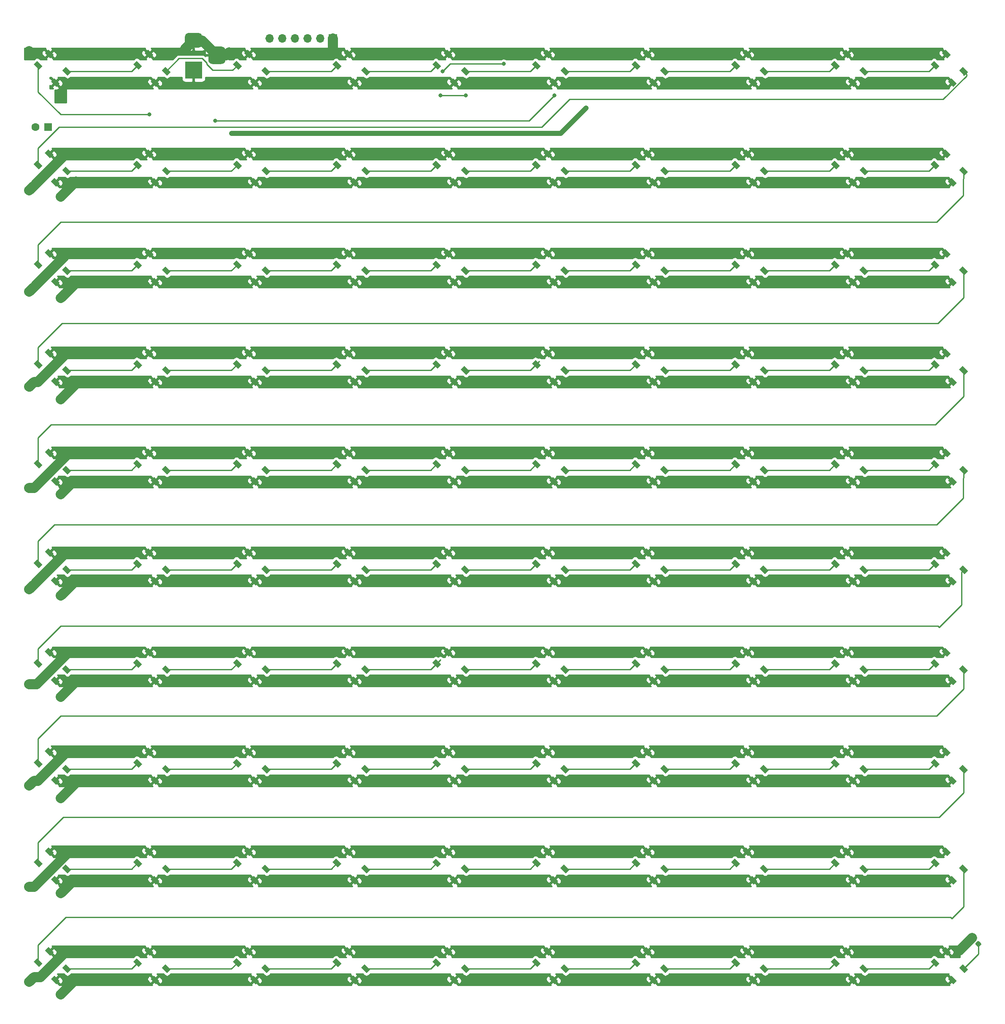
<source format=gbr>
G04 #@! TF.GenerationSoftware,KiCad,Pcbnew,5.1.8-1*
G04 #@! TF.CreationDate,2021-01-07T21:22:04+01:00*
G04 #@! TF.ProjectId,pentasquare,70656e74-6173-4717-9561-72652e6b6963,rev?*
G04 #@! TF.SameCoordinates,Original*
G04 #@! TF.FileFunction,Copper,L1,Top*
G04 #@! TF.FilePolarity,Positive*
%FSLAX46Y46*%
G04 Gerber Fmt 4.6, Leading zero omitted, Abs format (unit mm)*
G04 Created by KiCad (PCBNEW 5.1.8-1) date 2021-01-07 21:22:04*
%MOMM*%
%LPD*%
G01*
G04 APERTURE LIST*
G04 #@! TA.AperFunction,ComponentPad*
%ADD10R,3.500000X3.500000*%
G04 #@! TD*
G04 #@! TA.AperFunction,ComponentPad*
%ADD11R,1.600000X1.600000*%
G04 #@! TD*
G04 #@! TA.AperFunction,ComponentPad*
%ADD12C,1.600000*%
G04 #@! TD*
G04 #@! TA.AperFunction,ComponentPad*
%ADD13R,1.700000X1.700000*%
G04 #@! TD*
G04 #@! TA.AperFunction,ComponentPad*
%ADD14O,1.700000X1.700000*%
G04 #@! TD*
G04 #@! TA.AperFunction,SMDPad,CuDef*
%ADD15C,0.100000*%
G04 #@! TD*
G04 #@! TA.AperFunction,ViaPad*
%ADD16C,2.000000*%
G04 #@! TD*
G04 #@! TA.AperFunction,ViaPad*
%ADD17C,1.000000*%
G04 #@! TD*
G04 #@! TA.AperFunction,ViaPad*
%ADD18C,0.800000*%
G04 #@! TD*
G04 #@! TA.AperFunction,Conductor*
%ADD19C,2.000000*%
G04 #@! TD*
G04 #@! TA.AperFunction,Conductor*
%ADD20C,0.250000*%
G04 #@! TD*
G04 #@! TA.AperFunction,Conductor*
%ADD21C,1.000000*%
G04 #@! TD*
G04 #@! TA.AperFunction,Conductor*
%ADD22C,0.254000*%
G04 #@! TD*
G04 #@! TA.AperFunction,Conductor*
%ADD23C,0.100000*%
G04 #@! TD*
G04 APERTURE END LIST*
G04 #@! TA.AperFunction,SMDPad,CuDef*
G36*
G01*
X209043395Y-199219271D02*
X209379271Y-198883395D01*
G75*
G02*
X209715147Y-198883395I167938J-167938D01*
G01*
X210121733Y-199289981D01*
G75*
G02*
X210121733Y-199625857I-167938J-167938D01*
G01*
X209785857Y-199961733D01*
G75*
G02*
X209449981Y-199961733I-167938J167938D01*
G01*
X209043395Y-199555147D01*
G75*
G02*
X209043395Y-199219271I167938J167938D01*
G01*
G37*
G04 #@! TD.AperFunction*
G04 #@! TA.AperFunction,SMDPad,CuDef*
G36*
G01*
X210280831Y-200456707D02*
X210616707Y-200120831D01*
G75*
G02*
X210952583Y-200120831I167938J-167938D01*
G01*
X211359169Y-200527417D01*
G75*
G02*
X211359169Y-200863293I-167938J-167938D01*
G01*
X211023293Y-201199169D01*
G75*
G02*
X210687417Y-201199169I-167938J167938D01*
G01*
X210280831Y-200792583D01*
G75*
G02*
X210280831Y-200456707I167938J167938D01*
G01*
G37*
G04 #@! TD.AperFunction*
D10*
X53340000Y-25400000D03*
G04 #@! TA.AperFunction,ComponentPad*
G36*
G01*
X52340000Y-17900000D02*
X54340000Y-17900000D01*
G75*
G02*
X55090000Y-18650000I0J-750000D01*
G01*
X55090000Y-20150000D01*
G75*
G02*
X54340000Y-20900000I-750000J0D01*
G01*
X52340000Y-20900000D01*
G75*
G02*
X51590000Y-20150000I0J750000D01*
G01*
X51590000Y-18650000D01*
G75*
G02*
X52340000Y-17900000I750000J0D01*
G01*
G37*
G04 #@! TD.AperFunction*
G04 #@! TA.AperFunction,ComponentPad*
G36*
G01*
X57165000Y-20650000D02*
X58915000Y-20650000D01*
G75*
G02*
X59790000Y-21525000I0J-875000D01*
G01*
X59790000Y-23275000D01*
G75*
G02*
X58915000Y-24150000I-875000J0D01*
G01*
X57165000Y-24150000D01*
G75*
G02*
X56290000Y-23275000I0J875000D01*
G01*
X56290000Y-21525000D01*
G75*
G02*
X57165000Y-20650000I875000J0D01*
G01*
G37*
G04 #@! TD.AperFunction*
D11*
X24130000Y-36830000D03*
D12*
X21630000Y-36830000D03*
D13*
X81280000Y-19050000D03*
D14*
X78740000Y-19050000D03*
X76200000Y-19050000D03*
X73660000Y-19050000D03*
X71120000Y-19050000D03*
X68580000Y-19050000D03*
G04 #@! TA.AperFunction,SMDPad,CuDef*
D15*
G36*
X206484924Y-208040559D02*
G01*
X205777818Y-208747665D01*
X204717158Y-207687005D01*
X205424264Y-206979899D01*
X206484924Y-208040559D01*
G37*
G04 #@! TD.AperFunction*
G04 #@! TA.AperFunction,SMDPad,CuDef*
G36*
X208747665Y-205777818D02*
G01*
X208040559Y-206484924D01*
X206979899Y-205424264D01*
X207687005Y-204717158D01*
X208747665Y-205777818D01*
G37*
G04 #@! TD.AperFunction*
G04 #@! TA.AperFunction,SMDPad,CuDef*
G36*
X203020101Y-204575736D02*
G01*
X202312995Y-205282842D01*
X201252335Y-204222182D01*
X201959441Y-203515076D01*
X203020101Y-204575736D01*
G37*
G04 #@! TD.AperFunction*
G04 #@! TA.AperFunction,SMDPad,CuDef*
G36*
X205282842Y-202312995D02*
G01*
X204575736Y-203020101D01*
X203515076Y-201959441D01*
X204222182Y-201252335D01*
X205282842Y-202312995D01*
G37*
G04 #@! TD.AperFunction*
G04 #@! TA.AperFunction,SMDPad,CuDef*
G36*
X185282842Y-202312995D02*
G01*
X184575736Y-203020101D01*
X183515076Y-201959441D01*
X184222182Y-201252335D01*
X185282842Y-202312995D01*
G37*
G04 #@! TD.AperFunction*
G04 #@! TA.AperFunction,SMDPad,CuDef*
G36*
X183020101Y-204575736D02*
G01*
X182312995Y-205282842D01*
X181252335Y-204222182D01*
X181959441Y-203515076D01*
X183020101Y-204575736D01*
G37*
G04 #@! TD.AperFunction*
G04 #@! TA.AperFunction,SMDPad,CuDef*
G36*
X188747665Y-205777818D02*
G01*
X188040559Y-206484924D01*
X186979899Y-205424264D01*
X187687005Y-204717158D01*
X188747665Y-205777818D01*
G37*
G04 #@! TD.AperFunction*
G04 #@! TA.AperFunction,SMDPad,CuDef*
G36*
X186484924Y-208040559D02*
G01*
X185777818Y-208747665D01*
X184717158Y-207687005D01*
X185424264Y-206979899D01*
X186484924Y-208040559D01*
G37*
G04 #@! TD.AperFunction*
G04 #@! TA.AperFunction,SMDPad,CuDef*
G36*
X166484924Y-208040559D02*
G01*
X165777818Y-208747665D01*
X164717158Y-207687005D01*
X165424264Y-206979899D01*
X166484924Y-208040559D01*
G37*
G04 #@! TD.AperFunction*
G04 #@! TA.AperFunction,SMDPad,CuDef*
G36*
X168747665Y-205777818D02*
G01*
X168040559Y-206484924D01*
X166979899Y-205424264D01*
X167687005Y-204717158D01*
X168747665Y-205777818D01*
G37*
G04 #@! TD.AperFunction*
G04 #@! TA.AperFunction,SMDPad,CuDef*
G36*
X163020101Y-204575736D02*
G01*
X162312995Y-205282842D01*
X161252335Y-204222182D01*
X161959441Y-203515076D01*
X163020101Y-204575736D01*
G37*
G04 #@! TD.AperFunction*
G04 #@! TA.AperFunction,SMDPad,CuDef*
G36*
X165282842Y-202312995D02*
G01*
X164575736Y-203020101D01*
X163515076Y-201959441D01*
X164222182Y-201252335D01*
X165282842Y-202312995D01*
G37*
G04 #@! TD.AperFunction*
G04 #@! TA.AperFunction,SMDPad,CuDef*
G36*
X145282842Y-202312995D02*
G01*
X144575736Y-203020101D01*
X143515076Y-201959441D01*
X144222182Y-201252335D01*
X145282842Y-202312995D01*
G37*
G04 #@! TD.AperFunction*
G04 #@! TA.AperFunction,SMDPad,CuDef*
G36*
X143020101Y-204575736D02*
G01*
X142312995Y-205282842D01*
X141252335Y-204222182D01*
X141959441Y-203515076D01*
X143020101Y-204575736D01*
G37*
G04 #@! TD.AperFunction*
G04 #@! TA.AperFunction,SMDPad,CuDef*
G36*
X148747665Y-205777818D02*
G01*
X148040559Y-206484924D01*
X146979899Y-205424264D01*
X147687005Y-204717158D01*
X148747665Y-205777818D01*
G37*
G04 #@! TD.AperFunction*
G04 #@! TA.AperFunction,SMDPad,CuDef*
G36*
X146484924Y-208040559D02*
G01*
X145777818Y-208747665D01*
X144717158Y-207687005D01*
X145424264Y-206979899D01*
X146484924Y-208040559D01*
G37*
G04 #@! TD.AperFunction*
G04 #@! TA.AperFunction,SMDPad,CuDef*
G36*
X126484924Y-208040559D02*
G01*
X125777818Y-208747665D01*
X124717158Y-207687005D01*
X125424264Y-206979899D01*
X126484924Y-208040559D01*
G37*
G04 #@! TD.AperFunction*
G04 #@! TA.AperFunction,SMDPad,CuDef*
G36*
X128747665Y-205777818D02*
G01*
X128040559Y-206484924D01*
X126979899Y-205424264D01*
X127687005Y-204717158D01*
X128747665Y-205777818D01*
G37*
G04 #@! TD.AperFunction*
G04 #@! TA.AperFunction,SMDPad,CuDef*
G36*
X123020101Y-204575736D02*
G01*
X122312995Y-205282842D01*
X121252335Y-204222182D01*
X121959441Y-203515076D01*
X123020101Y-204575736D01*
G37*
G04 #@! TD.AperFunction*
G04 #@! TA.AperFunction,SMDPad,CuDef*
G36*
X125282842Y-202312995D02*
G01*
X124575736Y-203020101D01*
X123515076Y-201959441D01*
X124222182Y-201252335D01*
X125282842Y-202312995D01*
G37*
G04 #@! TD.AperFunction*
G04 #@! TA.AperFunction,SMDPad,CuDef*
G36*
X105282842Y-202312995D02*
G01*
X104575736Y-203020101D01*
X103515076Y-201959441D01*
X104222182Y-201252335D01*
X105282842Y-202312995D01*
G37*
G04 #@! TD.AperFunction*
G04 #@! TA.AperFunction,SMDPad,CuDef*
G36*
X103020101Y-204575736D02*
G01*
X102312995Y-205282842D01*
X101252335Y-204222182D01*
X101959441Y-203515076D01*
X103020101Y-204575736D01*
G37*
G04 #@! TD.AperFunction*
G04 #@! TA.AperFunction,SMDPad,CuDef*
G36*
X108747665Y-205777818D02*
G01*
X108040559Y-206484924D01*
X106979899Y-205424264D01*
X107687005Y-204717158D01*
X108747665Y-205777818D01*
G37*
G04 #@! TD.AperFunction*
G04 #@! TA.AperFunction,SMDPad,CuDef*
G36*
X106484924Y-208040559D02*
G01*
X105777818Y-208747665D01*
X104717158Y-207687005D01*
X105424264Y-206979899D01*
X106484924Y-208040559D01*
G37*
G04 #@! TD.AperFunction*
G04 #@! TA.AperFunction,SMDPad,CuDef*
G36*
X86484924Y-208040559D02*
G01*
X85777818Y-208747665D01*
X84717158Y-207687005D01*
X85424264Y-206979899D01*
X86484924Y-208040559D01*
G37*
G04 #@! TD.AperFunction*
G04 #@! TA.AperFunction,SMDPad,CuDef*
G36*
X88747665Y-205777818D02*
G01*
X88040559Y-206484924D01*
X86979899Y-205424264D01*
X87687005Y-204717158D01*
X88747665Y-205777818D01*
G37*
G04 #@! TD.AperFunction*
G04 #@! TA.AperFunction,SMDPad,CuDef*
G36*
X83020101Y-204575736D02*
G01*
X82312995Y-205282842D01*
X81252335Y-204222182D01*
X81959441Y-203515076D01*
X83020101Y-204575736D01*
G37*
G04 #@! TD.AperFunction*
G04 #@! TA.AperFunction,SMDPad,CuDef*
G36*
X85282842Y-202312995D02*
G01*
X84575736Y-203020101D01*
X83515076Y-201959441D01*
X84222182Y-201252335D01*
X85282842Y-202312995D01*
G37*
G04 #@! TD.AperFunction*
G04 #@! TA.AperFunction,SMDPad,CuDef*
G36*
X65282842Y-202312995D02*
G01*
X64575736Y-203020101D01*
X63515076Y-201959441D01*
X64222182Y-201252335D01*
X65282842Y-202312995D01*
G37*
G04 #@! TD.AperFunction*
G04 #@! TA.AperFunction,SMDPad,CuDef*
G36*
X63020101Y-204575736D02*
G01*
X62312995Y-205282842D01*
X61252335Y-204222182D01*
X61959441Y-203515076D01*
X63020101Y-204575736D01*
G37*
G04 #@! TD.AperFunction*
G04 #@! TA.AperFunction,SMDPad,CuDef*
G36*
X68747665Y-205777818D02*
G01*
X68040559Y-206484924D01*
X66979899Y-205424264D01*
X67687005Y-204717158D01*
X68747665Y-205777818D01*
G37*
G04 #@! TD.AperFunction*
G04 #@! TA.AperFunction,SMDPad,CuDef*
G36*
X66484924Y-208040559D02*
G01*
X65777818Y-208747665D01*
X64717158Y-207687005D01*
X65424264Y-206979899D01*
X66484924Y-208040559D01*
G37*
G04 #@! TD.AperFunction*
G04 #@! TA.AperFunction,SMDPad,CuDef*
G36*
X46484924Y-208040559D02*
G01*
X45777818Y-208747665D01*
X44717158Y-207687005D01*
X45424264Y-206979899D01*
X46484924Y-208040559D01*
G37*
G04 #@! TD.AperFunction*
G04 #@! TA.AperFunction,SMDPad,CuDef*
G36*
X48747665Y-205777818D02*
G01*
X48040559Y-206484924D01*
X46979899Y-205424264D01*
X47687005Y-204717158D01*
X48747665Y-205777818D01*
G37*
G04 #@! TD.AperFunction*
G04 #@! TA.AperFunction,SMDPad,CuDef*
G36*
X43020101Y-204575736D02*
G01*
X42312995Y-205282842D01*
X41252335Y-204222182D01*
X41959441Y-203515076D01*
X43020101Y-204575736D01*
G37*
G04 #@! TD.AperFunction*
G04 #@! TA.AperFunction,SMDPad,CuDef*
G36*
X45282842Y-202312995D02*
G01*
X44575736Y-203020101D01*
X43515076Y-201959441D01*
X44222182Y-201252335D01*
X45282842Y-202312995D01*
G37*
G04 #@! TD.AperFunction*
G04 #@! TA.AperFunction,SMDPad,CuDef*
G36*
X25282842Y-202312995D02*
G01*
X24575736Y-203020101D01*
X23515076Y-201959441D01*
X24222182Y-201252335D01*
X25282842Y-202312995D01*
G37*
G04 #@! TD.AperFunction*
G04 #@! TA.AperFunction,SMDPad,CuDef*
G36*
X23020101Y-204575736D02*
G01*
X22312995Y-205282842D01*
X21252335Y-204222182D01*
X21959441Y-203515076D01*
X23020101Y-204575736D01*
G37*
G04 #@! TD.AperFunction*
G04 #@! TA.AperFunction,SMDPad,CuDef*
G36*
X28747665Y-205777818D02*
G01*
X28040559Y-206484924D01*
X26979899Y-205424264D01*
X27687005Y-204717158D01*
X28747665Y-205777818D01*
G37*
G04 #@! TD.AperFunction*
G04 #@! TA.AperFunction,SMDPad,CuDef*
G36*
X26484924Y-208040559D02*
G01*
X25777818Y-208747665D01*
X24717158Y-207687005D01*
X25424264Y-206979899D01*
X26484924Y-208040559D01*
G37*
G04 #@! TD.AperFunction*
G04 #@! TA.AperFunction,SMDPad,CuDef*
G36*
X206484924Y-188040559D02*
G01*
X205777818Y-188747665D01*
X204717158Y-187687005D01*
X205424264Y-186979899D01*
X206484924Y-188040559D01*
G37*
G04 #@! TD.AperFunction*
G04 #@! TA.AperFunction,SMDPad,CuDef*
G36*
X208747665Y-185777818D02*
G01*
X208040559Y-186484924D01*
X206979899Y-185424264D01*
X207687005Y-184717158D01*
X208747665Y-185777818D01*
G37*
G04 #@! TD.AperFunction*
G04 #@! TA.AperFunction,SMDPad,CuDef*
G36*
X203020101Y-184575736D02*
G01*
X202312995Y-185282842D01*
X201252335Y-184222182D01*
X201959441Y-183515076D01*
X203020101Y-184575736D01*
G37*
G04 #@! TD.AperFunction*
G04 #@! TA.AperFunction,SMDPad,CuDef*
G36*
X205282842Y-182312995D02*
G01*
X204575736Y-183020101D01*
X203515076Y-181959441D01*
X204222182Y-181252335D01*
X205282842Y-182312995D01*
G37*
G04 #@! TD.AperFunction*
G04 #@! TA.AperFunction,SMDPad,CuDef*
G36*
X65282842Y-142312995D02*
G01*
X64575736Y-143020101D01*
X63515076Y-141959441D01*
X64222182Y-141252335D01*
X65282842Y-142312995D01*
G37*
G04 #@! TD.AperFunction*
G04 #@! TA.AperFunction,SMDPad,CuDef*
G36*
X63020101Y-144575736D02*
G01*
X62312995Y-145282842D01*
X61252335Y-144222182D01*
X61959441Y-143515076D01*
X63020101Y-144575736D01*
G37*
G04 #@! TD.AperFunction*
G04 #@! TA.AperFunction,SMDPad,CuDef*
G36*
X68747665Y-145777818D02*
G01*
X68040559Y-146484924D01*
X66979899Y-145424264D01*
X67687005Y-144717158D01*
X68747665Y-145777818D01*
G37*
G04 #@! TD.AperFunction*
G04 #@! TA.AperFunction,SMDPad,CuDef*
G36*
X66484924Y-148040559D02*
G01*
X65777818Y-148747665D01*
X64717158Y-147687005D01*
X65424264Y-146979899D01*
X66484924Y-148040559D01*
G37*
G04 #@! TD.AperFunction*
G04 #@! TA.AperFunction,SMDPad,CuDef*
G36*
X26484924Y-128040559D02*
G01*
X25777818Y-128747665D01*
X24717158Y-127687005D01*
X25424264Y-126979899D01*
X26484924Y-128040559D01*
G37*
G04 #@! TD.AperFunction*
G04 #@! TA.AperFunction,SMDPad,CuDef*
G36*
X28747665Y-125777818D02*
G01*
X28040559Y-126484924D01*
X26979899Y-125424264D01*
X27687005Y-124717158D01*
X28747665Y-125777818D01*
G37*
G04 #@! TD.AperFunction*
G04 #@! TA.AperFunction,SMDPad,CuDef*
G36*
X23020101Y-124575736D02*
G01*
X22312995Y-125282842D01*
X21252335Y-124222182D01*
X21959441Y-123515076D01*
X23020101Y-124575736D01*
G37*
G04 #@! TD.AperFunction*
G04 #@! TA.AperFunction,SMDPad,CuDef*
G36*
X25282842Y-122312995D02*
G01*
X24575736Y-123020101D01*
X23515076Y-121959441D01*
X24222182Y-121252335D01*
X25282842Y-122312995D01*
G37*
G04 #@! TD.AperFunction*
G04 #@! TA.AperFunction,SMDPad,CuDef*
G36*
X145282842Y-182312995D02*
G01*
X144575736Y-183020101D01*
X143515076Y-181959441D01*
X144222182Y-181252335D01*
X145282842Y-182312995D01*
G37*
G04 #@! TD.AperFunction*
G04 #@! TA.AperFunction,SMDPad,CuDef*
G36*
X143020101Y-184575736D02*
G01*
X142312995Y-185282842D01*
X141252335Y-184222182D01*
X141959441Y-183515076D01*
X143020101Y-184575736D01*
G37*
G04 #@! TD.AperFunction*
G04 #@! TA.AperFunction,SMDPad,CuDef*
G36*
X148747665Y-185777818D02*
G01*
X148040559Y-186484924D01*
X146979899Y-185424264D01*
X147687005Y-184717158D01*
X148747665Y-185777818D01*
G37*
G04 #@! TD.AperFunction*
G04 #@! TA.AperFunction,SMDPad,CuDef*
G36*
X146484924Y-188040559D02*
G01*
X145777818Y-188747665D01*
X144717158Y-187687005D01*
X145424264Y-186979899D01*
X146484924Y-188040559D01*
G37*
G04 #@! TD.AperFunction*
G04 #@! TA.AperFunction,SMDPad,CuDef*
G36*
X126484924Y-188040559D02*
G01*
X125777818Y-188747665D01*
X124717158Y-187687005D01*
X125424264Y-186979899D01*
X126484924Y-188040559D01*
G37*
G04 #@! TD.AperFunction*
G04 #@! TA.AperFunction,SMDPad,CuDef*
G36*
X128747665Y-185777818D02*
G01*
X128040559Y-186484924D01*
X126979899Y-185424264D01*
X127687005Y-184717158D01*
X128747665Y-185777818D01*
G37*
G04 #@! TD.AperFunction*
G04 #@! TA.AperFunction,SMDPad,CuDef*
G36*
X123020101Y-184575736D02*
G01*
X122312995Y-185282842D01*
X121252335Y-184222182D01*
X121959441Y-183515076D01*
X123020101Y-184575736D01*
G37*
G04 #@! TD.AperFunction*
G04 #@! TA.AperFunction,SMDPad,CuDef*
G36*
X125282842Y-182312995D02*
G01*
X124575736Y-183020101D01*
X123515076Y-181959441D01*
X124222182Y-181252335D01*
X125282842Y-182312995D01*
G37*
G04 #@! TD.AperFunction*
G04 #@! TA.AperFunction,SMDPad,CuDef*
G36*
X105282842Y-182312995D02*
G01*
X104575736Y-183020101D01*
X103515076Y-181959441D01*
X104222182Y-181252335D01*
X105282842Y-182312995D01*
G37*
G04 #@! TD.AperFunction*
G04 #@! TA.AperFunction,SMDPad,CuDef*
G36*
X103020101Y-184575736D02*
G01*
X102312995Y-185282842D01*
X101252335Y-184222182D01*
X101959441Y-183515076D01*
X103020101Y-184575736D01*
G37*
G04 #@! TD.AperFunction*
G04 #@! TA.AperFunction,SMDPad,CuDef*
G36*
X108747665Y-185777818D02*
G01*
X108040559Y-186484924D01*
X106979899Y-185424264D01*
X107687005Y-184717158D01*
X108747665Y-185777818D01*
G37*
G04 #@! TD.AperFunction*
G04 #@! TA.AperFunction,SMDPad,CuDef*
G36*
X106484924Y-188040559D02*
G01*
X105777818Y-188747665D01*
X104717158Y-187687005D01*
X105424264Y-186979899D01*
X106484924Y-188040559D01*
G37*
G04 #@! TD.AperFunction*
G04 #@! TA.AperFunction,SMDPad,CuDef*
G36*
X86484924Y-188040559D02*
G01*
X85777818Y-188747665D01*
X84717158Y-187687005D01*
X85424264Y-186979899D01*
X86484924Y-188040559D01*
G37*
G04 #@! TD.AperFunction*
G04 #@! TA.AperFunction,SMDPad,CuDef*
G36*
X88747665Y-185777818D02*
G01*
X88040559Y-186484924D01*
X86979899Y-185424264D01*
X87687005Y-184717158D01*
X88747665Y-185777818D01*
G37*
G04 #@! TD.AperFunction*
G04 #@! TA.AperFunction,SMDPad,CuDef*
G36*
X83020101Y-184575736D02*
G01*
X82312995Y-185282842D01*
X81252335Y-184222182D01*
X81959441Y-183515076D01*
X83020101Y-184575736D01*
G37*
G04 #@! TD.AperFunction*
G04 #@! TA.AperFunction,SMDPad,CuDef*
G36*
X85282842Y-182312995D02*
G01*
X84575736Y-183020101D01*
X83515076Y-181959441D01*
X84222182Y-181252335D01*
X85282842Y-182312995D01*
G37*
G04 #@! TD.AperFunction*
G04 #@! TA.AperFunction,SMDPad,CuDef*
G36*
X65282842Y-182312995D02*
G01*
X64575736Y-183020101D01*
X63515076Y-181959441D01*
X64222182Y-181252335D01*
X65282842Y-182312995D01*
G37*
G04 #@! TD.AperFunction*
G04 #@! TA.AperFunction,SMDPad,CuDef*
G36*
X63020101Y-184575736D02*
G01*
X62312995Y-185282842D01*
X61252335Y-184222182D01*
X61959441Y-183515076D01*
X63020101Y-184575736D01*
G37*
G04 #@! TD.AperFunction*
G04 #@! TA.AperFunction,SMDPad,CuDef*
G36*
X68747665Y-185777818D02*
G01*
X68040559Y-186484924D01*
X66979899Y-185424264D01*
X67687005Y-184717158D01*
X68747665Y-185777818D01*
G37*
G04 #@! TD.AperFunction*
G04 #@! TA.AperFunction,SMDPad,CuDef*
G36*
X66484924Y-188040559D02*
G01*
X65777818Y-188747665D01*
X64717158Y-187687005D01*
X65424264Y-186979899D01*
X66484924Y-188040559D01*
G37*
G04 #@! TD.AperFunction*
G04 #@! TA.AperFunction,SMDPad,CuDef*
G36*
X46484924Y-188040559D02*
G01*
X45777818Y-188747665D01*
X44717158Y-187687005D01*
X45424264Y-186979899D01*
X46484924Y-188040559D01*
G37*
G04 #@! TD.AperFunction*
G04 #@! TA.AperFunction,SMDPad,CuDef*
G36*
X48747665Y-185777818D02*
G01*
X48040559Y-186484924D01*
X46979899Y-185424264D01*
X47687005Y-184717158D01*
X48747665Y-185777818D01*
G37*
G04 #@! TD.AperFunction*
G04 #@! TA.AperFunction,SMDPad,CuDef*
G36*
X43020101Y-184575736D02*
G01*
X42312995Y-185282842D01*
X41252335Y-184222182D01*
X41959441Y-183515076D01*
X43020101Y-184575736D01*
G37*
G04 #@! TD.AperFunction*
G04 #@! TA.AperFunction,SMDPad,CuDef*
G36*
X45282842Y-182312995D02*
G01*
X44575736Y-183020101D01*
X43515076Y-181959441D01*
X44222182Y-181252335D01*
X45282842Y-182312995D01*
G37*
G04 #@! TD.AperFunction*
G04 #@! TA.AperFunction,SMDPad,CuDef*
G36*
X25282842Y-182312995D02*
G01*
X24575736Y-183020101D01*
X23515076Y-181959441D01*
X24222182Y-181252335D01*
X25282842Y-182312995D01*
G37*
G04 #@! TD.AperFunction*
G04 #@! TA.AperFunction,SMDPad,CuDef*
G36*
X23020101Y-184575736D02*
G01*
X22312995Y-185282842D01*
X21252335Y-184222182D01*
X21959441Y-183515076D01*
X23020101Y-184575736D01*
G37*
G04 #@! TD.AperFunction*
G04 #@! TA.AperFunction,SMDPad,CuDef*
G36*
X28747665Y-185777818D02*
G01*
X28040559Y-186484924D01*
X26979899Y-185424264D01*
X27687005Y-184717158D01*
X28747665Y-185777818D01*
G37*
G04 #@! TD.AperFunction*
G04 #@! TA.AperFunction,SMDPad,CuDef*
G36*
X26484924Y-188040559D02*
G01*
X25777818Y-188747665D01*
X24717158Y-187687005D01*
X25424264Y-186979899D01*
X26484924Y-188040559D01*
G37*
G04 #@! TD.AperFunction*
G04 #@! TA.AperFunction,SMDPad,CuDef*
G36*
X206484924Y-168040559D02*
G01*
X205777818Y-168747665D01*
X204717158Y-167687005D01*
X205424264Y-166979899D01*
X206484924Y-168040559D01*
G37*
G04 #@! TD.AperFunction*
G04 #@! TA.AperFunction,SMDPad,CuDef*
G36*
X208747665Y-165777818D02*
G01*
X208040559Y-166484924D01*
X206979899Y-165424264D01*
X207687005Y-164717158D01*
X208747665Y-165777818D01*
G37*
G04 #@! TD.AperFunction*
G04 #@! TA.AperFunction,SMDPad,CuDef*
G36*
X203020101Y-164575736D02*
G01*
X202312995Y-165282842D01*
X201252335Y-164222182D01*
X201959441Y-163515076D01*
X203020101Y-164575736D01*
G37*
G04 #@! TD.AperFunction*
G04 #@! TA.AperFunction,SMDPad,CuDef*
G36*
X205282842Y-162312995D02*
G01*
X204575736Y-163020101D01*
X203515076Y-161959441D01*
X204222182Y-161252335D01*
X205282842Y-162312995D01*
G37*
G04 #@! TD.AperFunction*
G04 #@! TA.AperFunction,SMDPad,CuDef*
G36*
X185282842Y-162312995D02*
G01*
X184575736Y-163020101D01*
X183515076Y-161959441D01*
X184222182Y-161252335D01*
X185282842Y-162312995D01*
G37*
G04 #@! TD.AperFunction*
G04 #@! TA.AperFunction,SMDPad,CuDef*
G36*
X183020101Y-164575736D02*
G01*
X182312995Y-165282842D01*
X181252335Y-164222182D01*
X181959441Y-163515076D01*
X183020101Y-164575736D01*
G37*
G04 #@! TD.AperFunction*
G04 #@! TA.AperFunction,SMDPad,CuDef*
G36*
X188747665Y-165777818D02*
G01*
X188040559Y-166484924D01*
X186979899Y-165424264D01*
X187687005Y-164717158D01*
X188747665Y-165777818D01*
G37*
G04 #@! TD.AperFunction*
G04 #@! TA.AperFunction,SMDPad,CuDef*
G36*
X186484924Y-168040559D02*
G01*
X185777818Y-168747665D01*
X184717158Y-167687005D01*
X185424264Y-166979899D01*
X186484924Y-168040559D01*
G37*
G04 #@! TD.AperFunction*
G04 #@! TA.AperFunction,SMDPad,CuDef*
G36*
X166484924Y-168040559D02*
G01*
X165777818Y-168747665D01*
X164717158Y-167687005D01*
X165424264Y-166979899D01*
X166484924Y-168040559D01*
G37*
G04 #@! TD.AperFunction*
G04 #@! TA.AperFunction,SMDPad,CuDef*
G36*
X168747665Y-165777818D02*
G01*
X168040559Y-166484924D01*
X166979899Y-165424264D01*
X167687005Y-164717158D01*
X168747665Y-165777818D01*
G37*
G04 #@! TD.AperFunction*
G04 #@! TA.AperFunction,SMDPad,CuDef*
G36*
X163020101Y-164575736D02*
G01*
X162312995Y-165282842D01*
X161252335Y-164222182D01*
X161959441Y-163515076D01*
X163020101Y-164575736D01*
G37*
G04 #@! TD.AperFunction*
G04 #@! TA.AperFunction,SMDPad,CuDef*
G36*
X165282842Y-162312995D02*
G01*
X164575736Y-163020101D01*
X163515076Y-161959441D01*
X164222182Y-161252335D01*
X165282842Y-162312995D01*
G37*
G04 #@! TD.AperFunction*
G04 #@! TA.AperFunction,SMDPad,CuDef*
G36*
X145282842Y-162312995D02*
G01*
X144575736Y-163020101D01*
X143515076Y-161959441D01*
X144222182Y-161252335D01*
X145282842Y-162312995D01*
G37*
G04 #@! TD.AperFunction*
G04 #@! TA.AperFunction,SMDPad,CuDef*
G36*
X143020101Y-164575736D02*
G01*
X142312995Y-165282842D01*
X141252335Y-164222182D01*
X141959441Y-163515076D01*
X143020101Y-164575736D01*
G37*
G04 #@! TD.AperFunction*
G04 #@! TA.AperFunction,SMDPad,CuDef*
G36*
X148747665Y-165777818D02*
G01*
X148040559Y-166484924D01*
X146979899Y-165424264D01*
X147687005Y-164717158D01*
X148747665Y-165777818D01*
G37*
G04 #@! TD.AperFunction*
G04 #@! TA.AperFunction,SMDPad,CuDef*
G36*
X146484924Y-168040559D02*
G01*
X145777818Y-168747665D01*
X144717158Y-167687005D01*
X145424264Y-166979899D01*
X146484924Y-168040559D01*
G37*
G04 #@! TD.AperFunction*
G04 #@! TA.AperFunction,SMDPad,CuDef*
G36*
X186484924Y-188040559D02*
G01*
X185777818Y-188747665D01*
X184717158Y-187687005D01*
X185424264Y-186979899D01*
X186484924Y-188040559D01*
G37*
G04 #@! TD.AperFunction*
G04 #@! TA.AperFunction,SMDPad,CuDef*
G36*
X188747665Y-185777818D02*
G01*
X188040559Y-186484924D01*
X186979899Y-185424264D01*
X187687005Y-184717158D01*
X188747665Y-185777818D01*
G37*
G04 #@! TD.AperFunction*
G04 #@! TA.AperFunction,SMDPad,CuDef*
G36*
X183020101Y-184575736D02*
G01*
X182312995Y-185282842D01*
X181252335Y-184222182D01*
X181959441Y-183515076D01*
X183020101Y-184575736D01*
G37*
G04 #@! TD.AperFunction*
G04 #@! TA.AperFunction,SMDPad,CuDef*
G36*
X185282842Y-182312995D02*
G01*
X184575736Y-183020101D01*
X183515076Y-181959441D01*
X184222182Y-181252335D01*
X185282842Y-182312995D01*
G37*
G04 #@! TD.AperFunction*
G04 #@! TA.AperFunction,SMDPad,CuDef*
G36*
X105282842Y-162312995D02*
G01*
X104575736Y-163020101D01*
X103515076Y-161959441D01*
X104222182Y-161252335D01*
X105282842Y-162312995D01*
G37*
G04 #@! TD.AperFunction*
G04 #@! TA.AperFunction,SMDPad,CuDef*
G36*
X103020101Y-164575736D02*
G01*
X102312995Y-165282842D01*
X101252335Y-164222182D01*
X101959441Y-163515076D01*
X103020101Y-164575736D01*
G37*
G04 #@! TD.AperFunction*
G04 #@! TA.AperFunction,SMDPad,CuDef*
G36*
X108747665Y-165777818D02*
G01*
X108040559Y-166484924D01*
X106979899Y-165424264D01*
X107687005Y-164717158D01*
X108747665Y-165777818D01*
G37*
G04 #@! TD.AperFunction*
G04 #@! TA.AperFunction,SMDPad,CuDef*
G36*
X106484924Y-168040559D02*
G01*
X105777818Y-168747665D01*
X104717158Y-167687005D01*
X105424264Y-166979899D01*
X106484924Y-168040559D01*
G37*
G04 #@! TD.AperFunction*
G04 #@! TA.AperFunction,SMDPad,CuDef*
G36*
X86484924Y-168040559D02*
G01*
X85777818Y-168747665D01*
X84717158Y-167687005D01*
X85424264Y-166979899D01*
X86484924Y-168040559D01*
G37*
G04 #@! TD.AperFunction*
G04 #@! TA.AperFunction,SMDPad,CuDef*
G36*
X88747665Y-165777818D02*
G01*
X88040559Y-166484924D01*
X86979899Y-165424264D01*
X87687005Y-164717158D01*
X88747665Y-165777818D01*
G37*
G04 #@! TD.AperFunction*
G04 #@! TA.AperFunction,SMDPad,CuDef*
G36*
X83020101Y-164575736D02*
G01*
X82312995Y-165282842D01*
X81252335Y-164222182D01*
X81959441Y-163515076D01*
X83020101Y-164575736D01*
G37*
G04 #@! TD.AperFunction*
G04 #@! TA.AperFunction,SMDPad,CuDef*
G36*
X85282842Y-162312995D02*
G01*
X84575736Y-163020101D01*
X83515076Y-161959441D01*
X84222182Y-161252335D01*
X85282842Y-162312995D01*
G37*
G04 #@! TD.AperFunction*
G04 #@! TA.AperFunction,SMDPad,CuDef*
G36*
X65282842Y-162312995D02*
G01*
X64575736Y-163020101D01*
X63515076Y-161959441D01*
X64222182Y-161252335D01*
X65282842Y-162312995D01*
G37*
G04 #@! TD.AperFunction*
G04 #@! TA.AperFunction,SMDPad,CuDef*
G36*
X63020101Y-164575736D02*
G01*
X62312995Y-165282842D01*
X61252335Y-164222182D01*
X61959441Y-163515076D01*
X63020101Y-164575736D01*
G37*
G04 #@! TD.AperFunction*
G04 #@! TA.AperFunction,SMDPad,CuDef*
G36*
X68747665Y-165777818D02*
G01*
X68040559Y-166484924D01*
X66979899Y-165424264D01*
X67687005Y-164717158D01*
X68747665Y-165777818D01*
G37*
G04 #@! TD.AperFunction*
G04 #@! TA.AperFunction,SMDPad,CuDef*
G36*
X66484924Y-168040559D02*
G01*
X65777818Y-168747665D01*
X64717158Y-167687005D01*
X65424264Y-166979899D01*
X66484924Y-168040559D01*
G37*
G04 #@! TD.AperFunction*
G04 #@! TA.AperFunction,SMDPad,CuDef*
G36*
X46484924Y-168040559D02*
G01*
X45777818Y-168747665D01*
X44717158Y-167687005D01*
X45424264Y-166979899D01*
X46484924Y-168040559D01*
G37*
G04 #@! TD.AperFunction*
G04 #@! TA.AperFunction,SMDPad,CuDef*
G36*
X48747665Y-165777818D02*
G01*
X48040559Y-166484924D01*
X46979899Y-165424264D01*
X47687005Y-164717158D01*
X48747665Y-165777818D01*
G37*
G04 #@! TD.AperFunction*
G04 #@! TA.AperFunction,SMDPad,CuDef*
G36*
X43020101Y-164575736D02*
G01*
X42312995Y-165282842D01*
X41252335Y-164222182D01*
X41959441Y-163515076D01*
X43020101Y-164575736D01*
G37*
G04 #@! TD.AperFunction*
G04 #@! TA.AperFunction,SMDPad,CuDef*
G36*
X45282842Y-162312995D02*
G01*
X44575736Y-163020101D01*
X43515076Y-161959441D01*
X44222182Y-161252335D01*
X45282842Y-162312995D01*
G37*
G04 #@! TD.AperFunction*
G04 #@! TA.AperFunction,SMDPad,CuDef*
G36*
X25282842Y-162312995D02*
G01*
X24575736Y-163020101D01*
X23515076Y-161959441D01*
X24222182Y-161252335D01*
X25282842Y-162312995D01*
G37*
G04 #@! TD.AperFunction*
G04 #@! TA.AperFunction,SMDPad,CuDef*
G36*
X23020101Y-164575736D02*
G01*
X22312995Y-165282842D01*
X21252335Y-164222182D01*
X21959441Y-163515076D01*
X23020101Y-164575736D01*
G37*
G04 #@! TD.AperFunction*
G04 #@! TA.AperFunction,SMDPad,CuDef*
G36*
X28747665Y-165777818D02*
G01*
X28040559Y-166484924D01*
X26979899Y-165424264D01*
X27687005Y-164717158D01*
X28747665Y-165777818D01*
G37*
G04 #@! TD.AperFunction*
G04 #@! TA.AperFunction,SMDPad,CuDef*
G36*
X26484924Y-168040559D02*
G01*
X25777818Y-168747665D01*
X24717158Y-167687005D01*
X25424264Y-166979899D01*
X26484924Y-168040559D01*
G37*
G04 #@! TD.AperFunction*
G04 #@! TA.AperFunction,SMDPad,CuDef*
G36*
X206484924Y-148040559D02*
G01*
X205777818Y-148747665D01*
X204717158Y-147687005D01*
X205424264Y-146979899D01*
X206484924Y-148040559D01*
G37*
G04 #@! TD.AperFunction*
G04 #@! TA.AperFunction,SMDPad,CuDef*
G36*
X208747665Y-145777818D02*
G01*
X208040559Y-146484924D01*
X206979899Y-145424264D01*
X207687005Y-144717158D01*
X208747665Y-145777818D01*
G37*
G04 #@! TD.AperFunction*
G04 #@! TA.AperFunction,SMDPad,CuDef*
G36*
X203020101Y-144575736D02*
G01*
X202312995Y-145282842D01*
X201252335Y-144222182D01*
X201959441Y-143515076D01*
X203020101Y-144575736D01*
G37*
G04 #@! TD.AperFunction*
G04 #@! TA.AperFunction,SMDPad,CuDef*
G36*
X205282842Y-142312995D02*
G01*
X204575736Y-143020101D01*
X203515076Y-141959441D01*
X204222182Y-141252335D01*
X205282842Y-142312995D01*
G37*
G04 #@! TD.AperFunction*
G04 #@! TA.AperFunction,SMDPad,CuDef*
G36*
X185282842Y-142312995D02*
G01*
X184575736Y-143020101D01*
X183515076Y-141959441D01*
X184222182Y-141252335D01*
X185282842Y-142312995D01*
G37*
G04 #@! TD.AperFunction*
G04 #@! TA.AperFunction,SMDPad,CuDef*
G36*
X183020101Y-144575736D02*
G01*
X182312995Y-145282842D01*
X181252335Y-144222182D01*
X181959441Y-143515076D01*
X183020101Y-144575736D01*
G37*
G04 #@! TD.AperFunction*
G04 #@! TA.AperFunction,SMDPad,CuDef*
G36*
X188747665Y-145777818D02*
G01*
X188040559Y-146484924D01*
X186979899Y-145424264D01*
X187687005Y-144717158D01*
X188747665Y-145777818D01*
G37*
G04 #@! TD.AperFunction*
G04 #@! TA.AperFunction,SMDPad,CuDef*
G36*
X186484924Y-148040559D02*
G01*
X185777818Y-148747665D01*
X184717158Y-147687005D01*
X185424264Y-146979899D01*
X186484924Y-148040559D01*
G37*
G04 #@! TD.AperFunction*
G04 #@! TA.AperFunction,SMDPad,CuDef*
G36*
X166484924Y-148040559D02*
G01*
X165777818Y-148747665D01*
X164717158Y-147687005D01*
X165424264Y-146979899D01*
X166484924Y-148040559D01*
G37*
G04 #@! TD.AperFunction*
G04 #@! TA.AperFunction,SMDPad,CuDef*
G36*
X168747665Y-145777818D02*
G01*
X168040559Y-146484924D01*
X166979899Y-145424264D01*
X167687005Y-144717158D01*
X168747665Y-145777818D01*
G37*
G04 #@! TD.AperFunction*
G04 #@! TA.AperFunction,SMDPad,CuDef*
G36*
X163020101Y-144575736D02*
G01*
X162312995Y-145282842D01*
X161252335Y-144222182D01*
X161959441Y-143515076D01*
X163020101Y-144575736D01*
G37*
G04 #@! TD.AperFunction*
G04 #@! TA.AperFunction,SMDPad,CuDef*
G36*
X165282842Y-142312995D02*
G01*
X164575736Y-143020101D01*
X163515076Y-141959441D01*
X164222182Y-141252335D01*
X165282842Y-142312995D01*
G37*
G04 #@! TD.AperFunction*
G04 #@! TA.AperFunction,SMDPad,CuDef*
G36*
X145282842Y-142312995D02*
G01*
X144575736Y-143020101D01*
X143515076Y-141959441D01*
X144222182Y-141252335D01*
X145282842Y-142312995D01*
G37*
G04 #@! TD.AperFunction*
G04 #@! TA.AperFunction,SMDPad,CuDef*
G36*
X143020101Y-144575736D02*
G01*
X142312995Y-145282842D01*
X141252335Y-144222182D01*
X141959441Y-143515076D01*
X143020101Y-144575736D01*
G37*
G04 #@! TD.AperFunction*
G04 #@! TA.AperFunction,SMDPad,CuDef*
G36*
X148747665Y-145777818D02*
G01*
X148040559Y-146484924D01*
X146979899Y-145424264D01*
X147687005Y-144717158D01*
X148747665Y-145777818D01*
G37*
G04 #@! TD.AperFunction*
G04 #@! TA.AperFunction,SMDPad,CuDef*
G36*
X146484924Y-148040559D02*
G01*
X145777818Y-148747665D01*
X144717158Y-147687005D01*
X145424264Y-146979899D01*
X146484924Y-148040559D01*
G37*
G04 #@! TD.AperFunction*
G04 #@! TA.AperFunction,SMDPad,CuDef*
G36*
X126484924Y-148040559D02*
G01*
X125777818Y-148747665D01*
X124717158Y-147687005D01*
X125424264Y-146979899D01*
X126484924Y-148040559D01*
G37*
G04 #@! TD.AperFunction*
G04 #@! TA.AperFunction,SMDPad,CuDef*
G36*
X128747665Y-145777818D02*
G01*
X128040559Y-146484924D01*
X126979899Y-145424264D01*
X127687005Y-144717158D01*
X128747665Y-145777818D01*
G37*
G04 #@! TD.AperFunction*
G04 #@! TA.AperFunction,SMDPad,CuDef*
G36*
X123020101Y-144575736D02*
G01*
X122312995Y-145282842D01*
X121252335Y-144222182D01*
X121959441Y-143515076D01*
X123020101Y-144575736D01*
G37*
G04 #@! TD.AperFunction*
G04 #@! TA.AperFunction,SMDPad,CuDef*
G36*
X125282842Y-142312995D02*
G01*
X124575736Y-143020101D01*
X123515076Y-141959441D01*
X124222182Y-141252335D01*
X125282842Y-142312995D01*
G37*
G04 #@! TD.AperFunction*
G04 #@! TA.AperFunction,SMDPad,CuDef*
G36*
X105282842Y-142312995D02*
G01*
X104575736Y-143020101D01*
X103515076Y-141959441D01*
X104222182Y-141252335D01*
X105282842Y-142312995D01*
G37*
G04 #@! TD.AperFunction*
G04 #@! TA.AperFunction,SMDPad,CuDef*
G36*
X103020101Y-144575736D02*
G01*
X102312995Y-145282842D01*
X101252335Y-144222182D01*
X101959441Y-143515076D01*
X103020101Y-144575736D01*
G37*
G04 #@! TD.AperFunction*
G04 #@! TA.AperFunction,SMDPad,CuDef*
G36*
X108747665Y-145777818D02*
G01*
X108040559Y-146484924D01*
X106979899Y-145424264D01*
X107687005Y-144717158D01*
X108747665Y-145777818D01*
G37*
G04 #@! TD.AperFunction*
G04 #@! TA.AperFunction,SMDPad,CuDef*
G36*
X106484924Y-148040559D02*
G01*
X105777818Y-148747665D01*
X104717158Y-147687005D01*
X105424264Y-146979899D01*
X106484924Y-148040559D01*
G37*
G04 #@! TD.AperFunction*
G04 #@! TA.AperFunction,SMDPad,CuDef*
G36*
X166484924Y-188040559D02*
G01*
X165777818Y-188747665D01*
X164717158Y-187687005D01*
X165424264Y-186979899D01*
X166484924Y-188040559D01*
G37*
G04 #@! TD.AperFunction*
G04 #@! TA.AperFunction,SMDPad,CuDef*
G36*
X168747665Y-185777818D02*
G01*
X168040559Y-186484924D01*
X166979899Y-185424264D01*
X167687005Y-184717158D01*
X168747665Y-185777818D01*
G37*
G04 #@! TD.AperFunction*
G04 #@! TA.AperFunction,SMDPad,CuDef*
G36*
X163020101Y-184575736D02*
G01*
X162312995Y-185282842D01*
X161252335Y-184222182D01*
X161959441Y-183515076D01*
X163020101Y-184575736D01*
G37*
G04 #@! TD.AperFunction*
G04 #@! TA.AperFunction,SMDPad,CuDef*
G36*
X165282842Y-182312995D02*
G01*
X164575736Y-183020101D01*
X163515076Y-181959441D01*
X164222182Y-181252335D01*
X165282842Y-182312995D01*
G37*
G04 #@! TD.AperFunction*
G04 #@! TA.AperFunction,SMDPad,CuDef*
G36*
X125282842Y-162312995D02*
G01*
X124575736Y-163020101D01*
X123515076Y-161959441D01*
X124222182Y-161252335D01*
X125282842Y-162312995D01*
G37*
G04 #@! TD.AperFunction*
G04 #@! TA.AperFunction,SMDPad,CuDef*
G36*
X123020101Y-164575736D02*
G01*
X122312995Y-165282842D01*
X121252335Y-164222182D01*
X121959441Y-163515076D01*
X123020101Y-164575736D01*
G37*
G04 #@! TD.AperFunction*
G04 #@! TA.AperFunction,SMDPad,CuDef*
G36*
X128747665Y-165777818D02*
G01*
X128040559Y-166484924D01*
X126979899Y-165424264D01*
X127687005Y-164717158D01*
X128747665Y-165777818D01*
G37*
G04 #@! TD.AperFunction*
G04 #@! TA.AperFunction,SMDPad,CuDef*
G36*
X126484924Y-168040559D02*
G01*
X125777818Y-168747665D01*
X124717158Y-167687005D01*
X125424264Y-166979899D01*
X126484924Y-168040559D01*
G37*
G04 #@! TD.AperFunction*
G04 #@! TA.AperFunction,SMDPad,CuDef*
G36*
X46484924Y-148040559D02*
G01*
X45777818Y-148747665D01*
X44717158Y-147687005D01*
X45424264Y-146979899D01*
X46484924Y-148040559D01*
G37*
G04 #@! TD.AperFunction*
G04 #@! TA.AperFunction,SMDPad,CuDef*
G36*
X48747665Y-145777818D02*
G01*
X48040559Y-146484924D01*
X46979899Y-145424264D01*
X47687005Y-144717158D01*
X48747665Y-145777818D01*
G37*
G04 #@! TD.AperFunction*
G04 #@! TA.AperFunction,SMDPad,CuDef*
G36*
X43020101Y-144575736D02*
G01*
X42312995Y-145282842D01*
X41252335Y-144222182D01*
X41959441Y-143515076D01*
X43020101Y-144575736D01*
G37*
G04 #@! TD.AperFunction*
G04 #@! TA.AperFunction,SMDPad,CuDef*
G36*
X45282842Y-142312995D02*
G01*
X44575736Y-143020101D01*
X43515076Y-141959441D01*
X44222182Y-141252335D01*
X45282842Y-142312995D01*
G37*
G04 #@! TD.AperFunction*
G04 #@! TA.AperFunction,SMDPad,CuDef*
G36*
X25282842Y-142312995D02*
G01*
X24575736Y-143020101D01*
X23515076Y-141959441D01*
X24222182Y-141252335D01*
X25282842Y-142312995D01*
G37*
G04 #@! TD.AperFunction*
G04 #@! TA.AperFunction,SMDPad,CuDef*
G36*
X23020101Y-144575736D02*
G01*
X22312995Y-145282842D01*
X21252335Y-144222182D01*
X21959441Y-143515076D01*
X23020101Y-144575736D01*
G37*
G04 #@! TD.AperFunction*
G04 #@! TA.AperFunction,SMDPad,CuDef*
G36*
X28747665Y-145777818D02*
G01*
X28040559Y-146484924D01*
X26979899Y-145424264D01*
X27687005Y-144717158D01*
X28747665Y-145777818D01*
G37*
G04 #@! TD.AperFunction*
G04 #@! TA.AperFunction,SMDPad,CuDef*
G36*
X26484924Y-148040559D02*
G01*
X25777818Y-148747665D01*
X24717158Y-147687005D01*
X25424264Y-146979899D01*
X26484924Y-148040559D01*
G37*
G04 #@! TD.AperFunction*
G04 #@! TA.AperFunction,SMDPad,CuDef*
G36*
X206484924Y-128040559D02*
G01*
X205777818Y-128747665D01*
X204717158Y-127687005D01*
X205424264Y-126979899D01*
X206484924Y-128040559D01*
G37*
G04 #@! TD.AperFunction*
G04 #@! TA.AperFunction,SMDPad,CuDef*
G36*
X208747665Y-125777818D02*
G01*
X208040559Y-126484924D01*
X206979899Y-125424264D01*
X207687005Y-124717158D01*
X208747665Y-125777818D01*
G37*
G04 #@! TD.AperFunction*
G04 #@! TA.AperFunction,SMDPad,CuDef*
G36*
X203020101Y-124575736D02*
G01*
X202312995Y-125282842D01*
X201252335Y-124222182D01*
X201959441Y-123515076D01*
X203020101Y-124575736D01*
G37*
G04 #@! TD.AperFunction*
G04 #@! TA.AperFunction,SMDPad,CuDef*
G36*
X205282842Y-122312995D02*
G01*
X204575736Y-123020101D01*
X203515076Y-121959441D01*
X204222182Y-121252335D01*
X205282842Y-122312995D01*
G37*
G04 #@! TD.AperFunction*
G04 #@! TA.AperFunction,SMDPad,CuDef*
G36*
X185282842Y-122312995D02*
G01*
X184575736Y-123020101D01*
X183515076Y-121959441D01*
X184222182Y-121252335D01*
X185282842Y-122312995D01*
G37*
G04 #@! TD.AperFunction*
G04 #@! TA.AperFunction,SMDPad,CuDef*
G36*
X183020101Y-124575736D02*
G01*
X182312995Y-125282842D01*
X181252335Y-124222182D01*
X181959441Y-123515076D01*
X183020101Y-124575736D01*
G37*
G04 #@! TD.AperFunction*
G04 #@! TA.AperFunction,SMDPad,CuDef*
G36*
X188747665Y-125777818D02*
G01*
X188040559Y-126484924D01*
X186979899Y-125424264D01*
X187687005Y-124717158D01*
X188747665Y-125777818D01*
G37*
G04 #@! TD.AperFunction*
G04 #@! TA.AperFunction,SMDPad,CuDef*
G36*
X186484924Y-128040559D02*
G01*
X185777818Y-128747665D01*
X184717158Y-127687005D01*
X185424264Y-126979899D01*
X186484924Y-128040559D01*
G37*
G04 #@! TD.AperFunction*
G04 #@! TA.AperFunction,SMDPad,CuDef*
G36*
X166484924Y-128040559D02*
G01*
X165777818Y-128747665D01*
X164717158Y-127687005D01*
X165424264Y-126979899D01*
X166484924Y-128040559D01*
G37*
G04 #@! TD.AperFunction*
G04 #@! TA.AperFunction,SMDPad,CuDef*
G36*
X168747665Y-125777818D02*
G01*
X168040559Y-126484924D01*
X166979899Y-125424264D01*
X167687005Y-124717158D01*
X168747665Y-125777818D01*
G37*
G04 #@! TD.AperFunction*
G04 #@! TA.AperFunction,SMDPad,CuDef*
G36*
X163020101Y-124575736D02*
G01*
X162312995Y-125282842D01*
X161252335Y-124222182D01*
X161959441Y-123515076D01*
X163020101Y-124575736D01*
G37*
G04 #@! TD.AperFunction*
G04 #@! TA.AperFunction,SMDPad,CuDef*
G36*
X165282842Y-122312995D02*
G01*
X164575736Y-123020101D01*
X163515076Y-121959441D01*
X164222182Y-121252335D01*
X165282842Y-122312995D01*
G37*
G04 #@! TD.AperFunction*
G04 #@! TA.AperFunction,SMDPad,CuDef*
G36*
X145282842Y-122312995D02*
G01*
X144575736Y-123020101D01*
X143515076Y-121959441D01*
X144222182Y-121252335D01*
X145282842Y-122312995D01*
G37*
G04 #@! TD.AperFunction*
G04 #@! TA.AperFunction,SMDPad,CuDef*
G36*
X143020101Y-124575736D02*
G01*
X142312995Y-125282842D01*
X141252335Y-124222182D01*
X141959441Y-123515076D01*
X143020101Y-124575736D01*
G37*
G04 #@! TD.AperFunction*
G04 #@! TA.AperFunction,SMDPad,CuDef*
G36*
X148747665Y-125777818D02*
G01*
X148040559Y-126484924D01*
X146979899Y-125424264D01*
X147687005Y-124717158D01*
X148747665Y-125777818D01*
G37*
G04 #@! TD.AperFunction*
G04 #@! TA.AperFunction,SMDPad,CuDef*
G36*
X146484924Y-128040559D02*
G01*
X145777818Y-128747665D01*
X144717158Y-127687005D01*
X145424264Y-126979899D01*
X146484924Y-128040559D01*
G37*
G04 #@! TD.AperFunction*
G04 #@! TA.AperFunction,SMDPad,CuDef*
G36*
X126484924Y-128040559D02*
G01*
X125777818Y-128747665D01*
X124717158Y-127687005D01*
X125424264Y-126979899D01*
X126484924Y-128040559D01*
G37*
G04 #@! TD.AperFunction*
G04 #@! TA.AperFunction,SMDPad,CuDef*
G36*
X128747665Y-125777818D02*
G01*
X128040559Y-126484924D01*
X126979899Y-125424264D01*
X127687005Y-124717158D01*
X128747665Y-125777818D01*
G37*
G04 #@! TD.AperFunction*
G04 #@! TA.AperFunction,SMDPad,CuDef*
G36*
X123020101Y-124575736D02*
G01*
X122312995Y-125282842D01*
X121252335Y-124222182D01*
X121959441Y-123515076D01*
X123020101Y-124575736D01*
G37*
G04 #@! TD.AperFunction*
G04 #@! TA.AperFunction,SMDPad,CuDef*
G36*
X125282842Y-122312995D02*
G01*
X124575736Y-123020101D01*
X123515076Y-121959441D01*
X124222182Y-121252335D01*
X125282842Y-122312995D01*
G37*
G04 #@! TD.AperFunction*
G04 #@! TA.AperFunction,SMDPad,CuDef*
G36*
X105282842Y-122312995D02*
G01*
X104575736Y-123020101D01*
X103515076Y-121959441D01*
X104222182Y-121252335D01*
X105282842Y-122312995D01*
G37*
G04 #@! TD.AperFunction*
G04 #@! TA.AperFunction,SMDPad,CuDef*
G36*
X103020101Y-124575736D02*
G01*
X102312995Y-125282842D01*
X101252335Y-124222182D01*
X101959441Y-123515076D01*
X103020101Y-124575736D01*
G37*
G04 #@! TD.AperFunction*
G04 #@! TA.AperFunction,SMDPad,CuDef*
G36*
X108747665Y-125777818D02*
G01*
X108040559Y-126484924D01*
X106979899Y-125424264D01*
X107687005Y-124717158D01*
X108747665Y-125777818D01*
G37*
G04 #@! TD.AperFunction*
G04 #@! TA.AperFunction,SMDPad,CuDef*
G36*
X106484924Y-128040559D02*
G01*
X105777818Y-128747665D01*
X104717158Y-127687005D01*
X105424264Y-126979899D01*
X106484924Y-128040559D01*
G37*
G04 #@! TD.AperFunction*
G04 #@! TA.AperFunction,SMDPad,CuDef*
G36*
X86484924Y-128040559D02*
G01*
X85777818Y-128747665D01*
X84717158Y-127687005D01*
X85424264Y-126979899D01*
X86484924Y-128040559D01*
G37*
G04 #@! TD.AperFunction*
G04 #@! TA.AperFunction,SMDPad,CuDef*
G36*
X88747665Y-125777818D02*
G01*
X88040559Y-126484924D01*
X86979899Y-125424264D01*
X87687005Y-124717158D01*
X88747665Y-125777818D01*
G37*
G04 #@! TD.AperFunction*
G04 #@! TA.AperFunction,SMDPad,CuDef*
G36*
X83020101Y-124575736D02*
G01*
X82312995Y-125282842D01*
X81252335Y-124222182D01*
X81959441Y-123515076D01*
X83020101Y-124575736D01*
G37*
G04 #@! TD.AperFunction*
G04 #@! TA.AperFunction,SMDPad,CuDef*
G36*
X85282842Y-122312995D02*
G01*
X84575736Y-123020101D01*
X83515076Y-121959441D01*
X84222182Y-121252335D01*
X85282842Y-122312995D01*
G37*
G04 #@! TD.AperFunction*
G04 #@! TA.AperFunction,SMDPad,CuDef*
G36*
X65282842Y-122312995D02*
G01*
X64575736Y-123020101D01*
X63515076Y-121959441D01*
X64222182Y-121252335D01*
X65282842Y-122312995D01*
G37*
G04 #@! TD.AperFunction*
G04 #@! TA.AperFunction,SMDPad,CuDef*
G36*
X63020101Y-124575736D02*
G01*
X62312995Y-125282842D01*
X61252335Y-124222182D01*
X61959441Y-123515076D01*
X63020101Y-124575736D01*
G37*
G04 #@! TD.AperFunction*
G04 #@! TA.AperFunction,SMDPad,CuDef*
G36*
X68747665Y-125777818D02*
G01*
X68040559Y-126484924D01*
X66979899Y-125424264D01*
X67687005Y-124717158D01*
X68747665Y-125777818D01*
G37*
G04 #@! TD.AperFunction*
G04 #@! TA.AperFunction,SMDPad,CuDef*
G36*
X66484924Y-128040559D02*
G01*
X65777818Y-128747665D01*
X64717158Y-127687005D01*
X65424264Y-126979899D01*
X66484924Y-128040559D01*
G37*
G04 #@! TD.AperFunction*
G04 #@! TA.AperFunction,SMDPad,CuDef*
G36*
X46484924Y-128040559D02*
G01*
X45777818Y-128747665D01*
X44717158Y-127687005D01*
X45424264Y-126979899D01*
X46484924Y-128040559D01*
G37*
G04 #@! TD.AperFunction*
G04 #@! TA.AperFunction,SMDPad,CuDef*
G36*
X48747665Y-125777818D02*
G01*
X48040559Y-126484924D01*
X46979899Y-125424264D01*
X47687005Y-124717158D01*
X48747665Y-125777818D01*
G37*
G04 #@! TD.AperFunction*
G04 #@! TA.AperFunction,SMDPad,CuDef*
G36*
X43020101Y-124575736D02*
G01*
X42312995Y-125282842D01*
X41252335Y-124222182D01*
X41959441Y-123515076D01*
X43020101Y-124575736D01*
G37*
G04 #@! TD.AperFunction*
G04 #@! TA.AperFunction,SMDPad,CuDef*
G36*
X45282842Y-122312995D02*
G01*
X44575736Y-123020101D01*
X43515076Y-121959441D01*
X44222182Y-121252335D01*
X45282842Y-122312995D01*
G37*
G04 #@! TD.AperFunction*
G04 #@! TA.AperFunction,SMDPad,CuDef*
G36*
X85282842Y-142312995D02*
G01*
X84575736Y-143020101D01*
X83515076Y-141959441D01*
X84222182Y-141252335D01*
X85282842Y-142312995D01*
G37*
G04 #@! TD.AperFunction*
G04 #@! TA.AperFunction,SMDPad,CuDef*
G36*
X83020101Y-144575736D02*
G01*
X82312995Y-145282842D01*
X81252335Y-144222182D01*
X81959441Y-143515076D01*
X83020101Y-144575736D01*
G37*
G04 #@! TD.AperFunction*
G04 #@! TA.AperFunction,SMDPad,CuDef*
G36*
X88747665Y-145777818D02*
G01*
X88040559Y-146484924D01*
X86979899Y-145424264D01*
X87687005Y-144717158D01*
X88747665Y-145777818D01*
G37*
G04 #@! TD.AperFunction*
G04 #@! TA.AperFunction,SMDPad,CuDef*
G36*
X86484924Y-148040559D02*
G01*
X85777818Y-148747665D01*
X84717158Y-147687005D01*
X85424264Y-146979899D01*
X86484924Y-148040559D01*
G37*
G04 #@! TD.AperFunction*
G04 #@! TA.AperFunction,SMDPad,CuDef*
G36*
X206484924Y-108040559D02*
G01*
X205777818Y-108747665D01*
X204717158Y-107687005D01*
X205424264Y-106979899D01*
X206484924Y-108040559D01*
G37*
G04 #@! TD.AperFunction*
G04 #@! TA.AperFunction,SMDPad,CuDef*
G36*
X208747665Y-105777818D02*
G01*
X208040559Y-106484924D01*
X206979899Y-105424264D01*
X207687005Y-104717158D01*
X208747665Y-105777818D01*
G37*
G04 #@! TD.AperFunction*
G04 #@! TA.AperFunction,SMDPad,CuDef*
G36*
X203020101Y-104575736D02*
G01*
X202312995Y-105282842D01*
X201252335Y-104222182D01*
X201959441Y-103515076D01*
X203020101Y-104575736D01*
G37*
G04 #@! TD.AperFunction*
G04 #@! TA.AperFunction,SMDPad,CuDef*
G36*
X205282842Y-102312995D02*
G01*
X204575736Y-103020101D01*
X203515076Y-101959441D01*
X204222182Y-101252335D01*
X205282842Y-102312995D01*
G37*
G04 #@! TD.AperFunction*
G04 #@! TA.AperFunction,SMDPad,CuDef*
G36*
X185282842Y-102312995D02*
G01*
X184575736Y-103020101D01*
X183515076Y-101959441D01*
X184222182Y-101252335D01*
X185282842Y-102312995D01*
G37*
G04 #@! TD.AperFunction*
G04 #@! TA.AperFunction,SMDPad,CuDef*
G36*
X183020101Y-104575736D02*
G01*
X182312995Y-105282842D01*
X181252335Y-104222182D01*
X181959441Y-103515076D01*
X183020101Y-104575736D01*
G37*
G04 #@! TD.AperFunction*
G04 #@! TA.AperFunction,SMDPad,CuDef*
G36*
X188747665Y-105777818D02*
G01*
X188040559Y-106484924D01*
X186979899Y-105424264D01*
X187687005Y-104717158D01*
X188747665Y-105777818D01*
G37*
G04 #@! TD.AperFunction*
G04 #@! TA.AperFunction,SMDPad,CuDef*
G36*
X186484924Y-108040559D02*
G01*
X185777818Y-108747665D01*
X184717158Y-107687005D01*
X185424264Y-106979899D01*
X186484924Y-108040559D01*
G37*
G04 #@! TD.AperFunction*
G04 #@! TA.AperFunction,SMDPad,CuDef*
G36*
X166484924Y-108040559D02*
G01*
X165777818Y-108747665D01*
X164717158Y-107687005D01*
X165424264Y-106979899D01*
X166484924Y-108040559D01*
G37*
G04 #@! TD.AperFunction*
G04 #@! TA.AperFunction,SMDPad,CuDef*
G36*
X168747665Y-105777818D02*
G01*
X168040559Y-106484924D01*
X166979899Y-105424264D01*
X167687005Y-104717158D01*
X168747665Y-105777818D01*
G37*
G04 #@! TD.AperFunction*
G04 #@! TA.AperFunction,SMDPad,CuDef*
G36*
X163020101Y-104575736D02*
G01*
X162312995Y-105282842D01*
X161252335Y-104222182D01*
X161959441Y-103515076D01*
X163020101Y-104575736D01*
G37*
G04 #@! TD.AperFunction*
G04 #@! TA.AperFunction,SMDPad,CuDef*
G36*
X165282842Y-102312995D02*
G01*
X164575736Y-103020101D01*
X163515076Y-101959441D01*
X164222182Y-101252335D01*
X165282842Y-102312995D01*
G37*
G04 #@! TD.AperFunction*
G04 #@! TA.AperFunction,SMDPad,CuDef*
G36*
X145282842Y-102312995D02*
G01*
X144575736Y-103020101D01*
X143515076Y-101959441D01*
X144222182Y-101252335D01*
X145282842Y-102312995D01*
G37*
G04 #@! TD.AperFunction*
G04 #@! TA.AperFunction,SMDPad,CuDef*
G36*
X143020101Y-104575736D02*
G01*
X142312995Y-105282842D01*
X141252335Y-104222182D01*
X141959441Y-103515076D01*
X143020101Y-104575736D01*
G37*
G04 #@! TD.AperFunction*
G04 #@! TA.AperFunction,SMDPad,CuDef*
G36*
X148747665Y-105777818D02*
G01*
X148040559Y-106484924D01*
X146979899Y-105424264D01*
X147687005Y-104717158D01*
X148747665Y-105777818D01*
G37*
G04 #@! TD.AperFunction*
G04 #@! TA.AperFunction,SMDPad,CuDef*
G36*
X146484924Y-108040559D02*
G01*
X145777818Y-108747665D01*
X144717158Y-107687005D01*
X145424264Y-106979899D01*
X146484924Y-108040559D01*
G37*
G04 #@! TD.AperFunction*
G04 #@! TA.AperFunction,SMDPad,CuDef*
G36*
X126484924Y-108040559D02*
G01*
X125777818Y-108747665D01*
X124717158Y-107687005D01*
X125424264Y-106979899D01*
X126484924Y-108040559D01*
G37*
G04 #@! TD.AperFunction*
G04 #@! TA.AperFunction,SMDPad,CuDef*
G36*
X128747665Y-105777818D02*
G01*
X128040559Y-106484924D01*
X126979899Y-105424264D01*
X127687005Y-104717158D01*
X128747665Y-105777818D01*
G37*
G04 #@! TD.AperFunction*
G04 #@! TA.AperFunction,SMDPad,CuDef*
G36*
X123020101Y-104575736D02*
G01*
X122312995Y-105282842D01*
X121252335Y-104222182D01*
X121959441Y-103515076D01*
X123020101Y-104575736D01*
G37*
G04 #@! TD.AperFunction*
G04 #@! TA.AperFunction,SMDPad,CuDef*
G36*
X125282842Y-102312995D02*
G01*
X124575736Y-103020101D01*
X123515076Y-101959441D01*
X124222182Y-101252335D01*
X125282842Y-102312995D01*
G37*
G04 #@! TD.AperFunction*
G04 #@! TA.AperFunction,SMDPad,CuDef*
G36*
X105282842Y-102312995D02*
G01*
X104575736Y-103020101D01*
X103515076Y-101959441D01*
X104222182Y-101252335D01*
X105282842Y-102312995D01*
G37*
G04 #@! TD.AperFunction*
G04 #@! TA.AperFunction,SMDPad,CuDef*
G36*
X103020101Y-104575736D02*
G01*
X102312995Y-105282842D01*
X101252335Y-104222182D01*
X101959441Y-103515076D01*
X103020101Y-104575736D01*
G37*
G04 #@! TD.AperFunction*
G04 #@! TA.AperFunction,SMDPad,CuDef*
G36*
X108747665Y-105777818D02*
G01*
X108040559Y-106484924D01*
X106979899Y-105424264D01*
X107687005Y-104717158D01*
X108747665Y-105777818D01*
G37*
G04 #@! TD.AperFunction*
G04 #@! TA.AperFunction,SMDPad,CuDef*
G36*
X106484924Y-108040559D02*
G01*
X105777818Y-108747665D01*
X104717158Y-107687005D01*
X105424264Y-106979899D01*
X106484924Y-108040559D01*
G37*
G04 #@! TD.AperFunction*
G04 #@! TA.AperFunction,SMDPad,CuDef*
G36*
X86484924Y-108040559D02*
G01*
X85777818Y-108747665D01*
X84717158Y-107687005D01*
X85424264Y-106979899D01*
X86484924Y-108040559D01*
G37*
G04 #@! TD.AperFunction*
G04 #@! TA.AperFunction,SMDPad,CuDef*
G36*
X88747665Y-105777818D02*
G01*
X88040559Y-106484924D01*
X86979899Y-105424264D01*
X87687005Y-104717158D01*
X88747665Y-105777818D01*
G37*
G04 #@! TD.AperFunction*
G04 #@! TA.AperFunction,SMDPad,CuDef*
G36*
X83020101Y-104575736D02*
G01*
X82312995Y-105282842D01*
X81252335Y-104222182D01*
X81959441Y-103515076D01*
X83020101Y-104575736D01*
G37*
G04 #@! TD.AperFunction*
G04 #@! TA.AperFunction,SMDPad,CuDef*
G36*
X85282842Y-102312995D02*
G01*
X84575736Y-103020101D01*
X83515076Y-101959441D01*
X84222182Y-101252335D01*
X85282842Y-102312995D01*
G37*
G04 #@! TD.AperFunction*
G04 #@! TA.AperFunction,SMDPad,CuDef*
G36*
X65282842Y-102312995D02*
G01*
X64575736Y-103020101D01*
X63515076Y-101959441D01*
X64222182Y-101252335D01*
X65282842Y-102312995D01*
G37*
G04 #@! TD.AperFunction*
G04 #@! TA.AperFunction,SMDPad,CuDef*
G36*
X63020101Y-104575736D02*
G01*
X62312995Y-105282842D01*
X61252335Y-104222182D01*
X61959441Y-103515076D01*
X63020101Y-104575736D01*
G37*
G04 #@! TD.AperFunction*
G04 #@! TA.AperFunction,SMDPad,CuDef*
G36*
X68747665Y-105777818D02*
G01*
X68040559Y-106484924D01*
X66979899Y-105424264D01*
X67687005Y-104717158D01*
X68747665Y-105777818D01*
G37*
G04 #@! TD.AperFunction*
G04 #@! TA.AperFunction,SMDPad,CuDef*
G36*
X66484924Y-108040559D02*
G01*
X65777818Y-108747665D01*
X64717158Y-107687005D01*
X65424264Y-106979899D01*
X66484924Y-108040559D01*
G37*
G04 #@! TD.AperFunction*
G04 #@! TA.AperFunction,SMDPad,CuDef*
G36*
X46484924Y-108040559D02*
G01*
X45777818Y-108747665D01*
X44717158Y-107687005D01*
X45424264Y-106979899D01*
X46484924Y-108040559D01*
G37*
G04 #@! TD.AperFunction*
G04 #@! TA.AperFunction,SMDPad,CuDef*
G36*
X48747665Y-105777818D02*
G01*
X48040559Y-106484924D01*
X46979899Y-105424264D01*
X47687005Y-104717158D01*
X48747665Y-105777818D01*
G37*
G04 #@! TD.AperFunction*
G04 #@! TA.AperFunction,SMDPad,CuDef*
G36*
X43020101Y-104575736D02*
G01*
X42312995Y-105282842D01*
X41252335Y-104222182D01*
X41959441Y-103515076D01*
X43020101Y-104575736D01*
G37*
G04 #@! TD.AperFunction*
G04 #@! TA.AperFunction,SMDPad,CuDef*
G36*
X45282842Y-102312995D02*
G01*
X44575736Y-103020101D01*
X43515076Y-101959441D01*
X44222182Y-101252335D01*
X45282842Y-102312995D01*
G37*
G04 #@! TD.AperFunction*
G04 #@! TA.AperFunction,SMDPad,CuDef*
G36*
X25282842Y-102312995D02*
G01*
X24575736Y-103020101D01*
X23515076Y-101959441D01*
X24222182Y-101252335D01*
X25282842Y-102312995D01*
G37*
G04 #@! TD.AperFunction*
G04 #@! TA.AperFunction,SMDPad,CuDef*
G36*
X23020101Y-104575736D02*
G01*
X22312995Y-105282842D01*
X21252335Y-104222182D01*
X21959441Y-103515076D01*
X23020101Y-104575736D01*
G37*
G04 #@! TD.AperFunction*
G04 #@! TA.AperFunction,SMDPad,CuDef*
G36*
X28747665Y-105777818D02*
G01*
X28040559Y-106484924D01*
X26979899Y-105424264D01*
X27687005Y-104717158D01*
X28747665Y-105777818D01*
G37*
G04 #@! TD.AperFunction*
G04 #@! TA.AperFunction,SMDPad,CuDef*
G36*
X26484924Y-108040559D02*
G01*
X25777818Y-108747665D01*
X24717158Y-107687005D01*
X25424264Y-106979899D01*
X26484924Y-108040559D01*
G37*
G04 #@! TD.AperFunction*
G04 #@! TA.AperFunction,SMDPad,CuDef*
G36*
X206484924Y-88040559D02*
G01*
X205777818Y-88747665D01*
X204717158Y-87687005D01*
X205424264Y-86979899D01*
X206484924Y-88040559D01*
G37*
G04 #@! TD.AperFunction*
G04 #@! TA.AperFunction,SMDPad,CuDef*
G36*
X208747665Y-85777818D02*
G01*
X208040559Y-86484924D01*
X206979899Y-85424264D01*
X207687005Y-84717158D01*
X208747665Y-85777818D01*
G37*
G04 #@! TD.AperFunction*
G04 #@! TA.AperFunction,SMDPad,CuDef*
G36*
X203020101Y-84575736D02*
G01*
X202312995Y-85282842D01*
X201252335Y-84222182D01*
X201959441Y-83515076D01*
X203020101Y-84575736D01*
G37*
G04 #@! TD.AperFunction*
G04 #@! TA.AperFunction,SMDPad,CuDef*
G36*
X205282842Y-82312995D02*
G01*
X204575736Y-83020101D01*
X203515076Y-81959441D01*
X204222182Y-81252335D01*
X205282842Y-82312995D01*
G37*
G04 #@! TD.AperFunction*
G04 #@! TA.AperFunction,SMDPad,CuDef*
G36*
X65282842Y-42312995D02*
G01*
X64575736Y-43020101D01*
X63515076Y-41959441D01*
X64222182Y-41252335D01*
X65282842Y-42312995D01*
G37*
G04 #@! TD.AperFunction*
G04 #@! TA.AperFunction,SMDPad,CuDef*
G36*
X63020101Y-44575736D02*
G01*
X62312995Y-45282842D01*
X61252335Y-44222182D01*
X61959441Y-43515076D01*
X63020101Y-44575736D01*
G37*
G04 #@! TD.AperFunction*
G04 #@! TA.AperFunction,SMDPad,CuDef*
G36*
X68747665Y-45777818D02*
G01*
X68040559Y-46484924D01*
X66979899Y-45424264D01*
X67687005Y-44717158D01*
X68747665Y-45777818D01*
G37*
G04 #@! TD.AperFunction*
G04 #@! TA.AperFunction,SMDPad,CuDef*
G36*
X66484924Y-48040559D02*
G01*
X65777818Y-48747665D01*
X64717158Y-47687005D01*
X65424264Y-46979899D01*
X66484924Y-48040559D01*
G37*
G04 #@! TD.AperFunction*
G04 #@! TA.AperFunction,SMDPad,CuDef*
G36*
X26484924Y-28040559D02*
G01*
X25777818Y-28747665D01*
X24717158Y-27687005D01*
X25424264Y-26979899D01*
X26484924Y-28040559D01*
G37*
G04 #@! TD.AperFunction*
G04 #@! TA.AperFunction,SMDPad,CuDef*
G36*
X28747665Y-25777818D02*
G01*
X28040559Y-26484924D01*
X26979899Y-25424264D01*
X27687005Y-24717158D01*
X28747665Y-25777818D01*
G37*
G04 #@! TD.AperFunction*
G04 #@! TA.AperFunction,SMDPad,CuDef*
G36*
X23020101Y-24575736D02*
G01*
X22312995Y-25282842D01*
X21252335Y-24222182D01*
X21959441Y-23515076D01*
X23020101Y-24575736D01*
G37*
G04 #@! TD.AperFunction*
G04 #@! TA.AperFunction,SMDPad,CuDef*
G36*
X25282842Y-22312995D02*
G01*
X24575736Y-23020101D01*
X23515076Y-21959441D01*
X24222182Y-21252335D01*
X25282842Y-22312995D01*
G37*
G04 #@! TD.AperFunction*
G04 #@! TA.AperFunction,SMDPad,CuDef*
G36*
X145282842Y-82312995D02*
G01*
X144575736Y-83020101D01*
X143515076Y-81959441D01*
X144222182Y-81252335D01*
X145282842Y-82312995D01*
G37*
G04 #@! TD.AperFunction*
G04 #@! TA.AperFunction,SMDPad,CuDef*
G36*
X143020101Y-84575736D02*
G01*
X142312995Y-85282842D01*
X141252335Y-84222182D01*
X141959441Y-83515076D01*
X143020101Y-84575736D01*
G37*
G04 #@! TD.AperFunction*
G04 #@! TA.AperFunction,SMDPad,CuDef*
G36*
X148747665Y-85777818D02*
G01*
X148040559Y-86484924D01*
X146979899Y-85424264D01*
X147687005Y-84717158D01*
X148747665Y-85777818D01*
G37*
G04 #@! TD.AperFunction*
G04 #@! TA.AperFunction,SMDPad,CuDef*
G36*
X146484924Y-88040559D02*
G01*
X145777818Y-88747665D01*
X144717158Y-87687005D01*
X145424264Y-86979899D01*
X146484924Y-88040559D01*
G37*
G04 #@! TD.AperFunction*
G04 #@! TA.AperFunction,SMDPad,CuDef*
G36*
X126484924Y-88040559D02*
G01*
X125777818Y-88747665D01*
X124717158Y-87687005D01*
X125424264Y-86979899D01*
X126484924Y-88040559D01*
G37*
G04 #@! TD.AperFunction*
G04 #@! TA.AperFunction,SMDPad,CuDef*
G36*
X128747665Y-85777818D02*
G01*
X128040559Y-86484924D01*
X126979899Y-85424264D01*
X127687005Y-84717158D01*
X128747665Y-85777818D01*
G37*
G04 #@! TD.AperFunction*
G04 #@! TA.AperFunction,SMDPad,CuDef*
G36*
X123020101Y-84575736D02*
G01*
X122312995Y-85282842D01*
X121252335Y-84222182D01*
X121959441Y-83515076D01*
X123020101Y-84575736D01*
G37*
G04 #@! TD.AperFunction*
G04 #@! TA.AperFunction,SMDPad,CuDef*
G36*
X125282842Y-82312995D02*
G01*
X124575736Y-83020101D01*
X123515076Y-81959441D01*
X124222182Y-81252335D01*
X125282842Y-82312995D01*
G37*
G04 #@! TD.AperFunction*
G04 #@! TA.AperFunction,SMDPad,CuDef*
G36*
X105282842Y-82312995D02*
G01*
X104575736Y-83020101D01*
X103515076Y-81959441D01*
X104222182Y-81252335D01*
X105282842Y-82312995D01*
G37*
G04 #@! TD.AperFunction*
G04 #@! TA.AperFunction,SMDPad,CuDef*
G36*
X103020101Y-84575736D02*
G01*
X102312995Y-85282842D01*
X101252335Y-84222182D01*
X101959441Y-83515076D01*
X103020101Y-84575736D01*
G37*
G04 #@! TD.AperFunction*
G04 #@! TA.AperFunction,SMDPad,CuDef*
G36*
X108747665Y-85777818D02*
G01*
X108040559Y-86484924D01*
X106979899Y-85424264D01*
X107687005Y-84717158D01*
X108747665Y-85777818D01*
G37*
G04 #@! TD.AperFunction*
G04 #@! TA.AperFunction,SMDPad,CuDef*
G36*
X106484924Y-88040559D02*
G01*
X105777818Y-88747665D01*
X104717158Y-87687005D01*
X105424264Y-86979899D01*
X106484924Y-88040559D01*
G37*
G04 #@! TD.AperFunction*
G04 #@! TA.AperFunction,SMDPad,CuDef*
G36*
X86484924Y-88040559D02*
G01*
X85777818Y-88747665D01*
X84717158Y-87687005D01*
X85424264Y-86979899D01*
X86484924Y-88040559D01*
G37*
G04 #@! TD.AperFunction*
G04 #@! TA.AperFunction,SMDPad,CuDef*
G36*
X88747665Y-85777818D02*
G01*
X88040559Y-86484924D01*
X86979899Y-85424264D01*
X87687005Y-84717158D01*
X88747665Y-85777818D01*
G37*
G04 #@! TD.AperFunction*
G04 #@! TA.AperFunction,SMDPad,CuDef*
G36*
X83020101Y-84575736D02*
G01*
X82312995Y-85282842D01*
X81252335Y-84222182D01*
X81959441Y-83515076D01*
X83020101Y-84575736D01*
G37*
G04 #@! TD.AperFunction*
G04 #@! TA.AperFunction,SMDPad,CuDef*
G36*
X85282842Y-82312995D02*
G01*
X84575736Y-83020101D01*
X83515076Y-81959441D01*
X84222182Y-81252335D01*
X85282842Y-82312995D01*
G37*
G04 #@! TD.AperFunction*
G04 #@! TA.AperFunction,SMDPad,CuDef*
G36*
X65282842Y-82312995D02*
G01*
X64575736Y-83020101D01*
X63515076Y-81959441D01*
X64222182Y-81252335D01*
X65282842Y-82312995D01*
G37*
G04 #@! TD.AperFunction*
G04 #@! TA.AperFunction,SMDPad,CuDef*
G36*
X63020101Y-84575736D02*
G01*
X62312995Y-85282842D01*
X61252335Y-84222182D01*
X61959441Y-83515076D01*
X63020101Y-84575736D01*
G37*
G04 #@! TD.AperFunction*
G04 #@! TA.AperFunction,SMDPad,CuDef*
G36*
X68747665Y-85777818D02*
G01*
X68040559Y-86484924D01*
X66979899Y-85424264D01*
X67687005Y-84717158D01*
X68747665Y-85777818D01*
G37*
G04 #@! TD.AperFunction*
G04 #@! TA.AperFunction,SMDPad,CuDef*
G36*
X66484924Y-88040559D02*
G01*
X65777818Y-88747665D01*
X64717158Y-87687005D01*
X65424264Y-86979899D01*
X66484924Y-88040559D01*
G37*
G04 #@! TD.AperFunction*
G04 #@! TA.AperFunction,SMDPad,CuDef*
G36*
X46484924Y-88040559D02*
G01*
X45777818Y-88747665D01*
X44717158Y-87687005D01*
X45424264Y-86979899D01*
X46484924Y-88040559D01*
G37*
G04 #@! TD.AperFunction*
G04 #@! TA.AperFunction,SMDPad,CuDef*
G36*
X48747665Y-85777818D02*
G01*
X48040559Y-86484924D01*
X46979899Y-85424264D01*
X47687005Y-84717158D01*
X48747665Y-85777818D01*
G37*
G04 #@! TD.AperFunction*
G04 #@! TA.AperFunction,SMDPad,CuDef*
G36*
X43020101Y-84575736D02*
G01*
X42312995Y-85282842D01*
X41252335Y-84222182D01*
X41959441Y-83515076D01*
X43020101Y-84575736D01*
G37*
G04 #@! TD.AperFunction*
G04 #@! TA.AperFunction,SMDPad,CuDef*
G36*
X45282842Y-82312995D02*
G01*
X44575736Y-83020101D01*
X43515076Y-81959441D01*
X44222182Y-81252335D01*
X45282842Y-82312995D01*
G37*
G04 #@! TD.AperFunction*
G04 #@! TA.AperFunction,SMDPad,CuDef*
G36*
X25282842Y-82312995D02*
G01*
X24575736Y-83020101D01*
X23515076Y-81959441D01*
X24222182Y-81252335D01*
X25282842Y-82312995D01*
G37*
G04 #@! TD.AperFunction*
G04 #@! TA.AperFunction,SMDPad,CuDef*
G36*
X23020101Y-84575736D02*
G01*
X22312995Y-85282842D01*
X21252335Y-84222182D01*
X21959441Y-83515076D01*
X23020101Y-84575736D01*
G37*
G04 #@! TD.AperFunction*
G04 #@! TA.AperFunction,SMDPad,CuDef*
G36*
X28747665Y-85777818D02*
G01*
X28040559Y-86484924D01*
X26979899Y-85424264D01*
X27687005Y-84717158D01*
X28747665Y-85777818D01*
G37*
G04 #@! TD.AperFunction*
G04 #@! TA.AperFunction,SMDPad,CuDef*
G36*
X26484924Y-88040559D02*
G01*
X25777818Y-88747665D01*
X24717158Y-87687005D01*
X25424264Y-86979899D01*
X26484924Y-88040559D01*
G37*
G04 #@! TD.AperFunction*
G04 #@! TA.AperFunction,SMDPad,CuDef*
G36*
X206484924Y-68040559D02*
G01*
X205777818Y-68747665D01*
X204717158Y-67687005D01*
X205424264Y-66979899D01*
X206484924Y-68040559D01*
G37*
G04 #@! TD.AperFunction*
G04 #@! TA.AperFunction,SMDPad,CuDef*
G36*
X208747665Y-65777818D02*
G01*
X208040559Y-66484924D01*
X206979899Y-65424264D01*
X207687005Y-64717158D01*
X208747665Y-65777818D01*
G37*
G04 #@! TD.AperFunction*
G04 #@! TA.AperFunction,SMDPad,CuDef*
G36*
X203020101Y-64575736D02*
G01*
X202312995Y-65282842D01*
X201252335Y-64222182D01*
X201959441Y-63515076D01*
X203020101Y-64575736D01*
G37*
G04 #@! TD.AperFunction*
G04 #@! TA.AperFunction,SMDPad,CuDef*
G36*
X205282842Y-62312995D02*
G01*
X204575736Y-63020101D01*
X203515076Y-61959441D01*
X204222182Y-61252335D01*
X205282842Y-62312995D01*
G37*
G04 #@! TD.AperFunction*
G04 #@! TA.AperFunction,SMDPad,CuDef*
G36*
X185282842Y-62312995D02*
G01*
X184575736Y-63020101D01*
X183515076Y-61959441D01*
X184222182Y-61252335D01*
X185282842Y-62312995D01*
G37*
G04 #@! TD.AperFunction*
G04 #@! TA.AperFunction,SMDPad,CuDef*
G36*
X183020101Y-64575736D02*
G01*
X182312995Y-65282842D01*
X181252335Y-64222182D01*
X181959441Y-63515076D01*
X183020101Y-64575736D01*
G37*
G04 #@! TD.AperFunction*
G04 #@! TA.AperFunction,SMDPad,CuDef*
G36*
X188747665Y-65777818D02*
G01*
X188040559Y-66484924D01*
X186979899Y-65424264D01*
X187687005Y-64717158D01*
X188747665Y-65777818D01*
G37*
G04 #@! TD.AperFunction*
G04 #@! TA.AperFunction,SMDPad,CuDef*
G36*
X186484924Y-68040559D02*
G01*
X185777818Y-68747665D01*
X184717158Y-67687005D01*
X185424264Y-66979899D01*
X186484924Y-68040559D01*
G37*
G04 #@! TD.AperFunction*
G04 #@! TA.AperFunction,SMDPad,CuDef*
G36*
X166484924Y-68040559D02*
G01*
X165777818Y-68747665D01*
X164717158Y-67687005D01*
X165424264Y-66979899D01*
X166484924Y-68040559D01*
G37*
G04 #@! TD.AperFunction*
G04 #@! TA.AperFunction,SMDPad,CuDef*
G36*
X168747665Y-65777818D02*
G01*
X168040559Y-66484924D01*
X166979899Y-65424264D01*
X167687005Y-64717158D01*
X168747665Y-65777818D01*
G37*
G04 #@! TD.AperFunction*
G04 #@! TA.AperFunction,SMDPad,CuDef*
G36*
X163020101Y-64575736D02*
G01*
X162312995Y-65282842D01*
X161252335Y-64222182D01*
X161959441Y-63515076D01*
X163020101Y-64575736D01*
G37*
G04 #@! TD.AperFunction*
G04 #@! TA.AperFunction,SMDPad,CuDef*
G36*
X165282842Y-62312995D02*
G01*
X164575736Y-63020101D01*
X163515076Y-61959441D01*
X164222182Y-61252335D01*
X165282842Y-62312995D01*
G37*
G04 #@! TD.AperFunction*
G04 #@! TA.AperFunction,SMDPad,CuDef*
G36*
X145282842Y-62312995D02*
G01*
X144575736Y-63020101D01*
X143515076Y-61959441D01*
X144222182Y-61252335D01*
X145282842Y-62312995D01*
G37*
G04 #@! TD.AperFunction*
G04 #@! TA.AperFunction,SMDPad,CuDef*
G36*
X143020101Y-64575736D02*
G01*
X142312995Y-65282842D01*
X141252335Y-64222182D01*
X141959441Y-63515076D01*
X143020101Y-64575736D01*
G37*
G04 #@! TD.AperFunction*
G04 #@! TA.AperFunction,SMDPad,CuDef*
G36*
X148747665Y-65777818D02*
G01*
X148040559Y-66484924D01*
X146979899Y-65424264D01*
X147687005Y-64717158D01*
X148747665Y-65777818D01*
G37*
G04 #@! TD.AperFunction*
G04 #@! TA.AperFunction,SMDPad,CuDef*
G36*
X146484924Y-68040559D02*
G01*
X145777818Y-68747665D01*
X144717158Y-67687005D01*
X145424264Y-66979899D01*
X146484924Y-68040559D01*
G37*
G04 #@! TD.AperFunction*
G04 #@! TA.AperFunction,SMDPad,CuDef*
G36*
X186484924Y-88040559D02*
G01*
X185777818Y-88747665D01*
X184717158Y-87687005D01*
X185424264Y-86979899D01*
X186484924Y-88040559D01*
G37*
G04 #@! TD.AperFunction*
G04 #@! TA.AperFunction,SMDPad,CuDef*
G36*
X188747665Y-85777818D02*
G01*
X188040559Y-86484924D01*
X186979899Y-85424264D01*
X187687005Y-84717158D01*
X188747665Y-85777818D01*
G37*
G04 #@! TD.AperFunction*
G04 #@! TA.AperFunction,SMDPad,CuDef*
G36*
X183020101Y-84575736D02*
G01*
X182312995Y-85282842D01*
X181252335Y-84222182D01*
X181959441Y-83515076D01*
X183020101Y-84575736D01*
G37*
G04 #@! TD.AperFunction*
G04 #@! TA.AperFunction,SMDPad,CuDef*
G36*
X185282842Y-82312995D02*
G01*
X184575736Y-83020101D01*
X183515076Y-81959441D01*
X184222182Y-81252335D01*
X185282842Y-82312995D01*
G37*
G04 #@! TD.AperFunction*
G04 #@! TA.AperFunction,SMDPad,CuDef*
G36*
X105282842Y-62312995D02*
G01*
X104575736Y-63020101D01*
X103515076Y-61959441D01*
X104222182Y-61252335D01*
X105282842Y-62312995D01*
G37*
G04 #@! TD.AperFunction*
G04 #@! TA.AperFunction,SMDPad,CuDef*
G36*
X103020101Y-64575736D02*
G01*
X102312995Y-65282842D01*
X101252335Y-64222182D01*
X101959441Y-63515076D01*
X103020101Y-64575736D01*
G37*
G04 #@! TD.AperFunction*
G04 #@! TA.AperFunction,SMDPad,CuDef*
G36*
X108747665Y-65777818D02*
G01*
X108040559Y-66484924D01*
X106979899Y-65424264D01*
X107687005Y-64717158D01*
X108747665Y-65777818D01*
G37*
G04 #@! TD.AperFunction*
G04 #@! TA.AperFunction,SMDPad,CuDef*
G36*
X106484924Y-68040559D02*
G01*
X105777818Y-68747665D01*
X104717158Y-67687005D01*
X105424264Y-66979899D01*
X106484924Y-68040559D01*
G37*
G04 #@! TD.AperFunction*
G04 #@! TA.AperFunction,SMDPad,CuDef*
G36*
X86484924Y-68040559D02*
G01*
X85777818Y-68747665D01*
X84717158Y-67687005D01*
X85424264Y-66979899D01*
X86484924Y-68040559D01*
G37*
G04 #@! TD.AperFunction*
G04 #@! TA.AperFunction,SMDPad,CuDef*
G36*
X88747665Y-65777818D02*
G01*
X88040559Y-66484924D01*
X86979899Y-65424264D01*
X87687005Y-64717158D01*
X88747665Y-65777818D01*
G37*
G04 #@! TD.AperFunction*
G04 #@! TA.AperFunction,SMDPad,CuDef*
G36*
X83020101Y-64575736D02*
G01*
X82312995Y-65282842D01*
X81252335Y-64222182D01*
X81959441Y-63515076D01*
X83020101Y-64575736D01*
G37*
G04 #@! TD.AperFunction*
G04 #@! TA.AperFunction,SMDPad,CuDef*
G36*
X85282842Y-62312995D02*
G01*
X84575736Y-63020101D01*
X83515076Y-61959441D01*
X84222182Y-61252335D01*
X85282842Y-62312995D01*
G37*
G04 #@! TD.AperFunction*
G04 #@! TA.AperFunction,SMDPad,CuDef*
G36*
X65282842Y-62312995D02*
G01*
X64575736Y-63020101D01*
X63515076Y-61959441D01*
X64222182Y-61252335D01*
X65282842Y-62312995D01*
G37*
G04 #@! TD.AperFunction*
G04 #@! TA.AperFunction,SMDPad,CuDef*
G36*
X63020101Y-64575736D02*
G01*
X62312995Y-65282842D01*
X61252335Y-64222182D01*
X61959441Y-63515076D01*
X63020101Y-64575736D01*
G37*
G04 #@! TD.AperFunction*
G04 #@! TA.AperFunction,SMDPad,CuDef*
G36*
X68747665Y-65777818D02*
G01*
X68040559Y-66484924D01*
X66979899Y-65424264D01*
X67687005Y-64717158D01*
X68747665Y-65777818D01*
G37*
G04 #@! TD.AperFunction*
G04 #@! TA.AperFunction,SMDPad,CuDef*
G36*
X66484924Y-68040559D02*
G01*
X65777818Y-68747665D01*
X64717158Y-67687005D01*
X65424264Y-66979899D01*
X66484924Y-68040559D01*
G37*
G04 #@! TD.AperFunction*
G04 #@! TA.AperFunction,SMDPad,CuDef*
G36*
X46484924Y-68040559D02*
G01*
X45777818Y-68747665D01*
X44717158Y-67687005D01*
X45424264Y-66979899D01*
X46484924Y-68040559D01*
G37*
G04 #@! TD.AperFunction*
G04 #@! TA.AperFunction,SMDPad,CuDef*
G36*
X48747665Y-65777818D02*
G01*
X48040559Y-66484924D01*
X46979899Y-65424264D01*
X47687005Y-64717158D01*
X48747665Y-65777818D01*
G37*
G04 #@! TD.AperFunction*
G04 #@! TA.AperFunction,SMDPad,CuDef*
G36*
X43020101Y-64575736D02*
G01*
X42312995Y-65282842D01*
X41252335Y-64222182D01*
X41959441Y-63515076D01*
X43020101Y-64575736D01*
G37*
G04 #@! TD.AperFunction*
G04 #@! TA.AperFunction,SMDPad,CuDef*
G36*
X45282842Y-62312995D02*
G01*
X44575736Y-63020101D01*
X43515076Y-61959441D01*
X44222182Y-61252335D01*
X45282842Y-62312995D01*
G37*
G04 #@! TD.AperFunction*
G04 #@! TA.AperFunction,SMDPad,CuDef*
G36*
X25282842Y-62312995D02*
G01*
X24575736Y-63020101D01*
X23515076Y-61959441D01*
X24222182Y-61252335D01*
X25282842Y-62312995D01*
G37*
G04 #@! TD.AperFunction*
G04 #@! TA.AperFunction,SMDPad,CuDef*
G36*
X23020101Y-64575736D02*
G01*
X22312995Y-65282842D01*
X21252335Y-64222182D01*
X21959441Y-63515076D01*
X23020101Y-64575736D01*
G37*
G04 #@! TD.AperFunction*
G04 #@! TA.AperFunction,SMDPad,CuDef*
G36*
X28747665Y-65777818D02*
G01*
X28040559Y-66484924D01*
X26979899Y-65424264D01*
X27687005Y-64717158D01*
X28747665Y-65777818D01*
G37*
G04 #@! TD.AperFunction*
G04 #@! TA.AperFunction,SMDPad,CuDef*
G36*
X26484924Y-68040559D02*
G01*
X25777818Y-68747665D01*
X24717158Y-67687005D01*
X25424264Y-66979899D01*
X26484924Y-68040559D01*
G37*
G04 #@! TD.AperFunction*
G04 #@! TA.AperFunction,SMDPad,CuDef*
G36*
X206484924Y-48040559D02*
G01*
X205777818Y-48747665D01*
X204717158Y-47687005D01*
X205424264Y-46979899D01*
X206484924Y-48040559D01*
G37*
G04 #@! TD.AperFunction*
G04 #@! TA.AperFunction,SMDPad,CuDef*
G36*
X208747665Y-45777818D02*
G01*
X208040559Y-46484924D01*
X206979899Y-45424264D01*
X207687005Y-44717158D01*
X208747665Y-45777818D01*
G37*
G04 #@! TD.AperFunction*
G04 #@! TA.AperFunction,SMDPad,CuDef*
G36*
X203020101Y-44575736D02*
G01*
X202312995Y-45282842D01*
X201252335Y-44222182D01*
X201959441Y-43515076D01*
X203020101Y-44575736D01*
G37*
G04 #@! TD.AperFunction*
G04 #@! TA.AperFunction,SMDPad,CuDef*
G36*
X205282842Y-42312995D02*
G01*
X204575736Y-43020101D01*
X203515076Y-41959441D01*
X204222182Y-41252335D01*
X205282842Y-42312995D01*
G37*
G04 #@! TD.AperFunction*
G04 #@! TA.AperFunction,SMDPad,CuDef*
G36*
X185282842Y-42312995D02*
G01*
X184575736Y-43020101D01*
X183515076Y-41959441D01*
X184222182Y-41252335D01*
X185282842Y-42312995D01*
G37*
G04 #@! TD.AperFunction*
G04 #@! TA.AperFunction,SMDPad,CuDef*
G36*
X183020101Y-44575736D02*
G01*
X182312995Y-45282842D01*
X181252335Y-44222182D01*
X181959441Y-43515076D01*
X183020101Y-44575736D01*
G37*
G04 #@! TD.AperFunction*
G04 #@! TA.AperFunction,SMDPad,CuDef*
G36*
X188747665Y-45777818D02*
G01*
X188040559Y-46484924D01*
X186979899Y-45424264D01*
X187687005Y-44717158D01*
X188747665Y-45777818D01*
G37*
G04 #@! TD.AperFunction*
G04 #@! TA.AperFunction,SMDPad,CuDef*
G36*
X186484924Y-48040559D02*
G01*
X185777818Y-48747665D01*
X184717158Y-47687005D01*
X185424264Y-46979899D01*
X186484924Y-48040559D01*
G37*
G04 #@! TD.AperFunction*
G04 #@! TA.AperFunction,SMDPad,CuDef*
G36*
X166484924Y-48040559D02*
G01*
X165777818Y-48747665D01*
X164717158Y-47687005D01*
X165424264Y-46979899D01*
X166484924Y-48040559D01*
G37*
G04 #@! TD.AperFunction*
G04 #@! TA.AperFunction,SMDPad,CuDef*
G36*
X168747665Y-45777818D02*
G01*
X168040559Y-46484924D01*
X166979899Y-45424264D01*
X167687005Y-44717158D01*
X168747665Y-45777818D01*
G37*
G04 #@! TD.AperFunction*
G04 #@! TA.AperFunction,SMDPad,CuDef*
G36*
X163020101Y-44575736D02*
G01*
X162312995Y-45282842D01*
X161252335Y-44222182D01*
X161959441Y-43515076D01*
X163020101Y-44575736D01*
G37*
G04 #@! TD.AperFunction*
G04 #@! TA.AperFunction,SMDPad,CuDef*
G36*
X165282842Y-42312995D02*
G01*
X164575736Y-43020101D01*
X163515076Y-41959441D01*
X164222182Y-41252335D01*
X165282842Y-42312995D01*
G37*
G04 #@! TD.AperFunction*
G04 #@! TA.AperFunction,SMDPad,CuDef*
G36*
X145282842Y-42312995D02*
G01*
X144575736Y-43020101D01*
X143515076Y-41959441D01*
X144222182Y-41252335D01*
X145282842Y-42312995D01*
G37*
G04 #@! TD.AperFunction*
G04 #@! TA.AperFunction,SMDPad,CuDef*
G36*
X143020101Y-44575736D02*
G01*
X142312995Y-45282842D01*
X141252335Y-44222182D01*
X141959441Y-43515076D01*
X143020101Y-44575736D01*
G37*
G04 #@! TD.AperFunction*
G04 #@! TA.AperFunction,SMDPad,CuDef*
G36*
X148747665Y-45777818D02*
G01*
X148040559Y-46484924D01*
X146979899Y-45424264D01*
X147687005Y-44717158D01*
X148747665Y-45777818D01*
G37*
G04 #@! TD.AperFunction*
G04 #@! TA.AperFunction,SMDPad,CuDef*
G36*
X146484924Y-48040559D02*
G01*
X145777818Y-48747665D01*
X144717158Y-47687005D01*
X145424264Y-46979899D01*
X146484924Y-48040559D01*
G37*
G04 #@! TD.AperFunction*
G04 #@! TA.AperFunction,SMDPad,CuDef*
G36*
X126484924Y-48040559D02*
G01*
X125777818Y-48747665D01*
X124717158Y-47687005D01*
X125424264Y-46979899D01*
X126484924Y-48040559D01*
G37*
G04 #@! TD.AperFunction*
G04 #@! TA.AperFunction,SMDPad,CuDef*
G36*
X128747665Y-45777818D02*
G01*
X128040559Y-46484924D01*
X126979899Y-45424264D01*
X127687005Y-44717158D01*
X128747665Y-45777818D01*
G37*
G04 #@! TD.AperFunction*
G04 #@! TA.AperFunction,SMDPad,CuDef*
G36*
X123020101Y-44575736D02*
G01*
X122312995Y-45282842D01*
X121252335Y-44222182D01*
X121959441Y-43515076D01*
X123020101Y-44575736D01*
G37*
G04 #@! TD.AperFunction*
G04 #@! TA.AperFunction,SMDPad,CuDef*
G36*
X125282842Y-42312995D02*
G01*
X124575736Y-43020101D01*
X123515076Y-41959441D01*
X124222182Y-41252335D01*
X125282842Y-42312995D01*
G37*
G04 #@! TD.AperFunction*
G04 #@! TA.AperFunction,SMDPad,CuDef*
G36*
X105282842Y-42312995D02*
G01*
X104575736Y-43020101D01*
X103515076Y-41959441D01*
X104222182Y-41252335D01*
X105282842Y-42312995D01*
G37*
G04 #@! TD.AperFunction*
G04 #@! TA.AperFunction,SMDPad,CuDef*
G36*
X103020101Y-44575736D02*
G01*
X102312995Y-45282842D01*
X101252335Y-44222182D01*
X101959441Y-43515076D01*
X103020101Y-44575736D01*
G37*
G04 #@! TD.AperFunction*
G04 #@! TA.AperFunction,SMDPad,CuDef*
G36*
X108747665Y-45777818D02*
G01*
X108040559Y-46484924D01*
X106979899Y-45424264D01*
X107687005Y-44717158D01*
X108747665Y-45777818D01*
G37*
G04 #@! TD.AperFunction*
G04 #@! TA.AperFunction,SMDPad,CuDef*
G36*
X106484924Y-48040559D02*
G01*
X105777818Y-48747665D01*
X104717158Y-47687005D01*
X105424264Y-46979899D01*
X106484924Y-48040559D01*
G37*
G04 #@! TD.AperFunction*
G04 #@! TA.AperFunction,SMDPad,CuDef*
G36*
X166484924Y-88040559D02*
G01*
X165777818Y-88747665D01*
X164717158Y-87687005D01*
X165424264Y-86979899D01*
X166484924Y-88040559D01*
G37*
G04 #@! TD.AperFunction*
G04 #@! TA.AperFunction,SMDPad,CuDef*
G36*
X168747665Y-85777818D02*
G01*
X168040559Y-86484924D01*
X166979899Y-85424264D01*
X167687005Y-84717158D01*
X168747665Y-85777818D01*
G37*
G04 #@! TD.AperFunction*
G04 #@! TA.AperFunction,SMDPad,CuDef*
G36*
X163020101Y-84575736D02*
G01*
X162312995Y-85282842D01*
X161252335Y-84222182D01*
X161959441Y-83515076D01*
X163020101Y-84575736D01*
G37*
G04 #@! TD.AperFunction*
G04 #@! TA.AperFunction,SMDPad,CuDef*
G36*
X165282842Y-82312995D02*
G01*
X164575736Y-83020101D01*
X163515076Y-81959441D01*
X164222182Y-81252335D01*
X165282842Y-82312995D01*
G37*
G04 #@! TD.AperFunction*
G04 #@! TA.AperFunction,SMDPad,CuDef*
G36*
X125282842Y-62312995D02*
G01*
X124575736Y-63020101D01*
X123515076Y-61959441D01*
X124222182Y-61252335D01*
X125282842Y-62312995D01*
G37*
G04 #@! TD.AperFunction*
G04 #@! TA.AperFunction,SMDPad,CuDef*
G36*
X123020101Y-64575736D02*
G01*
X122312995Y-65282842D01*
X121252335Y-64222182D01*
X121959441Y-63515076D01*
X123020101Y-64575736D01*
G37*
G04 #@! TD.AperFunction*
G04 #@! TA.AperFunction,SMDPad,CuDef*
G36*
X128747665Y-65777818D02*
G01*
X128040559Y-66484924D01*
X126979899Y-65424264D01*
X127687005Y-64717158D01*
X128747665Y-65777818D01*
G37*
G04 #@! TD.AperFunction*
G04 #@! TA.AperFunction,SMDPad,CuDef*
G36*
X126484924Y-68040559D02*
G01*
X125777818Y-68747665D01*
X124717158Y-67687005D01*
X125424264Y-66979899D01*
X126484924Y-68040559D01*
G37*
G04 #@! TD.AperFunction*
G04 #@! TA.AperFunction,SMDPad,CuDef*
G36*
X46484924Y-48040559D02*
G01*
X45777818Y-48747665D01*
X44717158Y-47687005D01*
X45424264Y-46979899D01*
X46484924Y-48040559D01*
G37*
G04 #@! TD.AperFunction*
G04 #@! TA.AperFunction,SMDPad,CuDef*
G36*
X48747665Y-45777818D02*
G01*
X48040559Y-46484924D01*
X46979899Y-45424264D01*
X47687005Y-44717158D01*
X48747665Y-45777818D01*
G37*
G04 #@! TD.AperFunction*
G04 #@! TA.AperFunction,SMDPad,CuDef*
G36*
X43020101Y-44575736D02*
G01*
X42312995Y-45282842D01*
X41252335Y-44222182D01*
X41959441Y-43515076D01*
X43020101Y-44575736D01*
G37*
G04 #@! TD.AperFunction*
G04 #@! TA.AperFunction,SMDPad,CuDef*
G36*
X45282842Y-42312995D02*
G01*
X44575736Y-43020101D01*
X43515076Y-41959441D01*
X44222182Y-41252335D01*
X45282842Y-42312995D01*
G37*
G04 #@! TD.AperFunction*
G04 #@! TA.AperFunction,SMDPad,CuDef*
G36*
X25282842Y-42312995D02*
G01*
X24575736Y-43020101D01*
X23515076Y-41959441D01*
X24222182Y-41252335D01*
X25282842Y-42312995D01*
G37*
G04 #@! TD.AperFunction*
G04 #@! TA.AperFunction,SMDPad,CuDef*
G36*
X23020101Y-44575736D02*
G01*
X22312995Y-45282842D01*
X21252335Y-44222182D01*
X21959441Y-43515076D01*
X23020101Y-44575736D01*
G37*
G04 #@! TD.AperFunction*
G04 #@! TA.AperFunction,SMDPad,CuDef*
G36*
X28747665Y-45777818D02*
G01*
X28040559Y-46484924D01*
X26979899Y-45424264D01*
X27687005Y-44717158D01*
X28747665Y-45777818D01*
G37*
G04 #@! TD.AperFunction*
G04 #@! TA.AperFunction,SMDPad,CuDef*
G36*
X26484924Y-48040559D02*
G01*
X25777818Y-48747665D01*
X24717158Y-47687005D01*
X25424264Y-46979899D01*
X26484924Y-48040559D01*
G37*
G04 #@! TD.AperFunction*
G04 #@! TA.AperFunction,SMDPad,CuDef*
G36*
X206484924Y-28040559D02*
G01*
X205777818Y-28747665D01*
X204717158Y-27687005D01*
X205424264Y-26979899D01*
X206484924Y-28040559D01*
G37*
G04 #@! TD.AperFunction*
G04 #@! TA.AperFunction,SMDPad,CuDef*
G36*
X208747665Y-25777818D02*
G01*
X208040559Y-26484924D01*
X206979899Y-25424264D01*
X207687005Y-24717158D01*
X208747665Y-25777818D01*
G37*
G04 #@! TD.AperFunction*
G04 #@! TA.AperFunction,SMDPad,CuDef*
G36*
X203020101Y-24575736D02*
G01*
X202312995Y-25282842D01*
X201252335Y-24222182D01*
X201959441Y-23515076D01*
X203020101Y-24575736D01*
G37*
G04 #@! TD.AperFunction*
G04 #@! TA.AperFunction,SMDPad,CuDef*
G36*
X205282842Y-22312995D02*
G01*
X204575736Y-23020101D01*
X203515076Y-21959441D01*
X204222182Y-21252335D01*
X205282842Y-22312995D01*
G37*
G04 #@! TD.AperFunction*
G04 #@! TA.AperFunction,SMDPad,CuDef*
G36*
X185282842Y-22312995D02*
G01*
X184575736Y-23020101D01*
X183515076Y-21959441D01*
X184222182Y-21252335D01*
X185282842Y-22312995D01*
G37*
G04 #@! TD.AperFunction*
G04 #@! TA.AperFunction,SMDPad,CuDef*
G36*
X183020101Y-24575736D02*
G01*
X182312995Y-25282842D01*
X181252335Y-24222182D01*
X181959441Y-23515076D01*
X183020101Y-24575736D01*
G37*
G04 #@! TD.AperFunction*
G04 #@! TA.AperFunction,SMDPad,CuDef*
G36*
X188747665Y-25777818D02*
G01*
X188040559Y-26484924D01*
X186979899Y-25424264D01*
X187687005Y-24717158D01*
X188747665Y-25777818D01*
G37*
G04 #@! TD.AperFunction*
G04 #@! TA.AperFunction,SMDPad,CuDef*
G36*
X186484924Y-28040559D02*
G01*
X185777818Y-28747665D01*
X184717158Y-27687005D01*
X185424264Y-26979899D01*
X186484924Y-28040559D01*
G37*
G04 #@! TD.AperFunction*
G04 #@! TA.AperFunction,SMDPad,CuDef*
G36*
X166484924Y-28040559D02*
G01*
X165777818Y-28747665D01*
X164717158Y-27687005D01*
X165424264Y-26979899D01*
X166484924Y-28040559D01*
G37*
G04 #@! TD.AperFunction*
G04 #@! TA.AperFunction,SMDPad,CuDef*
G36*
X168747665Y-25777818D02*
G01*
X168040559Y-26484924D01*
X166979899Y-25424264D01*
X167687005Y-24717158D01*
X168747665Y-25777818D01*
G37*
G04 #@! TD.AperFunction*
G04 #@! TA.AperFunction,SMDPad,CuDef*
G36*
X163020101Y-24575736D02*
G01*
X162312995Y-25282842D01*
X161252335Y-24222182D01*
X161959441Y-23515076D01*
X163020101Y-24575736D01*
G37*
G04 #@! TD.AperFunction*
G04 #@! TA.AperFunction,SMDPad,CuDef*
G36*
X165282842Y-22312995D02*
G01*
X164575736Y-23020101D01*
X163515076Y-21959441D01*
X164222182Y-21252335D01*
X165282842Y-22312995D01*
G37*
G04 #@! TD.AperFunction*
G04 #@! TA.AperFunction,SMDPad,CuDef*
G36*
X145282842Y-22312995D02*
G01*
X144575736Y-23020101D01*
X143515076Y-21959441D01*
X144222182Y-21252335D01*
X145282842Y-22312995D01*
G37*
G04 #@! TD.AperFunction*
G04 #@! TA.AperFunction,SMDPad,CuDef*
G36*
X143020101Y-24575736D02*
G01*
X142312995Y-25282842D01*
X141252335Y-24222182D01*
X141959441Y-23515076D01*
X143020101Y-24575736D01*
G37*
G04 #@! TD.AperFunction*
G04 #@! TA.AperFunction,SMDPad,CuDef*
G36*
X148747665Y-25777818D02*
G01*
X148040559Y-26484924D01*
X146979899Y-25424264D01*
X147687005Y-24717158D01*
X148747665Y-25777818D01*
G37*
G04 #@! TD.AperFunction*
G04 #@! TA.AperFunction,SMDPad,CuDef*
G36*
X146484924Y-28040559D02*
G01*
X145777818Y-28747665D01*
X144717158Y-27687005D01*
X145424264Y-26979899D01*
X146484924Y-28040559D01*
G37*
G04 #@! TD.AperFunction*
G04 #@! TA.AperFunction,SMDPad,CuDef*
G36*
X126484924Y-28040559D02*
G01*
X125777818Y-28747665D01*
X124717158Y-27687005D01*
X125424264Y-26979899D01*
X126484924Y-28040559D01*
G37*
G04 #@! TD.AperFunction*
G04 #@! TA.AperFunction,SMDPad,CuDef*
G36*
X128747665Y-25777818D02*
G01*
X128040559Y-26484924D01*
X126979899Y-25424264D01*
X127687005Y-24717158D01*
X128747665Y-25777818D01*
G37*
G04 #@! TD.AperFunction*
G04 #@! TA.AperFunction,SMDPad,CuDef*
G36*
X123020101Y-24575736D02*
G01*
X122312995Y-25282842D01*
X121252335Y-24222182D01*
X121959441Y-23515076D01*
X123020101Y-24575736D01*
G37*
G04 #@! TD.AperFunction*
G04 #@! TA.AperFunction,SMDPad,CuDef*
G36*
X125282842Y-22312995D02*
G01*
X124575736Y-23020101D01*
X123515076Y-21959441D01*
X124222182Y-21252335D01*
X125282842Y-22312995D01*
G37*
G04 #@! TD.AperFunction*
G04 #@! TA.AperFunction,SMDPad,CuDef*
G36*
X105282842Y-22312995D02*
G01*
X104575736Y-23020101D01*
X103515076Y-21959441D01*
X104222182Y-21252335D01*
X105282842Y-22312995D01*
G37*
G04 #@! TD.AperFunction*
G04 #@! TA.AperFunction,SMDPad,CuDef*
G36*
X103020101Y-24575736D02*
G01*
X102312995Y-25282842D01*
X101252335Y-24222182D01*
X101959441Y-23515076D01*
X103020101Y-24575736D01*
G37*
G04 #@! TD.AperFunction*
G04 #@! TA.AperFunction,SMDPad,CuDef*
G36*
X108747665Y-25777818D02*
G01*
X108040559Y-26484924D01*
X106979899Y-25424264D01*
X107687005Y-24717158D01*
X108747665Y-25777818D01*
G37*
G04 #@! TD.AperFunction*
G04 #@! TA.AperFunction,SMDPad,CuDef*
G36*
X106484924Y-28040559D02*
G01*
X105777818Y-28747665D01*
X104717158Y-27687005D01*
X105424264Y-26979899D01*
X106484924Y-28040559D01*
G37*
G04 #@! TD.AperFunction*
G04 #@! TA.AperFunction,SMDPad,CuDef*
G36*
X86484924Y-28040559D02*
G01*
X85777818Y-28747665D01*
X84717158Y-27687005D01*
X85424264Y-26979899D01*
X86484924Y-28040559D01*
G37*
G04 #@! TD.AperFunction*
G04 #@! TA.AperFunction,SMDPad,CuDef*
G36*
X88747665Y-25777818D02*
G01*
X88040559Y-26484924D01*
X86979899Y-25424264D01*
X87687005Y-24717158D01*
X88747665Y-25777818D01*
G37*
G04 #@! TD.AperFunction*
G04 #@! TA.AperFunction,SMDPad,CuDef*
G36*
X83020101Y-24575736D02*
G01*
X82312995Y-25282842D01*
X81252335Y-24222182D01*
X81959441Y-23515076D01*
X83020101Y-24575736D01*
G37*
G04 #@! TD.AperFunction*
G04 #@! TA.AperFunction,SMDPad,CuDef*
G36*
X85282842Y-22312995D02*
G01*
X84575736Y-23020101D01*
X83515076Y-21959441D01*
X84222182Y-21252335D01*
X85282842Y-22312995D01*
G37*
G04 #@! TD.AperFunction*
G04 #@! TA.AperFunction,SMDPad,CuDef*
G36*
X65282842Y-22312995D02*
G01*
X64575736Y-23020101D01*
X63515076Y-21959441D01*
X64222182Y-21252335D01*
X65282842Y-22312995D01*
G37*
G04 #@! TD.AperFunction*
G04 #@! TA.AperFunction,SMDPad,CuDef*
G36*
X63020101Y-24575736D02*
G01*
X62312995Y-25282842D01*
X61252335Y-24222182D01*
X61959441Y-23515076D01*
X63020101Y-24575736D01*
G37*
G04 #@! TD.AperFunction*
G04 #@! TA.AperFunction,SMDPad,CuDef*
G36*
X68747665Y-25777818D02*
G01*
X68040559Y-26484924D01*
X66979899Y-25424264D01*
X67687005Y-24717158D01*
X68747665Y-25777818D01*
G37*
G04 #@! TD.AperFunction*
G04 #@! TA.AperFunction,SMDPad,CuDef*
G36*
X66484924Y-28040559D02*
G01*
X65777818Y-28747665D01*
X64717158Y-27687005D01*
X65424264Y-26979899D01*
X66484924Y-28040559D01*
G37*
G04 #@! TD.AperFunction*
G04 #@! TA.AperFunction,SMDPad,CuDef*
G36*
X46484924Y-28040559D02*
G01*
X45777818Y-28747665D01*
X44717158Y-27687005D01*
X45424264Y-26979899D01*
X46484924Y-28040559D01*
G37*
G04 #@! TD.AperFunction*
G04 #@! TA.AperFunction,SMDPad,CuDef*
G36*
X48747665Y-25777818D02*
G01*
X48040559Y-26484924D01*
X46979899Y-25424264D01*
X47687005Y-24717158D01*
X48747665Y-25777818D01*
G37*
G04 #@! TD.AperFunction*
G04 #@! TA.AperFunction,SMDPad,CuDef*
G36*
X43020101Y-24575736D02*
G01*
X42312995Y-25282842D01*
X41252335Y-24222182D01*
X41959441Y-23515076D01*
X43020101Y-24575736D01*
G37*
G04 #@! TD.AperFunction*
G04 #@! TA.AperFunction,SMDPad,CuDef*
G36*
X45282842Y-22312995D02*
G01*
X44575736Y-23020101D01*
X43515076Y-21959441D01*
X44222182Y-21252335D01*
X45282842Y-22312995D01*
G37*
G04 #@! TD.AperFunction*
G04 #@! TA.AperFunction,SMDPad,CuDef*
G36*
X85282842Y-42312995D02*
G01*
X84575736Y-43020101D01*
X83515076Y-41959441D01*
X84222182Y-41252335D01*
X85282842Y-42312995D01*
G37*
G04 #@! TD.AperFunction*
G04 #@! TA.AperFunction,SMDPad,CuDef*
G36*
X83020101Y-44575736D02*
G01*
X82312995Y-45282842D01*
X81252335Y-44222182D01*
X81959441Y-43515076D01*
X83020101Y-44575736D01*
G37*
G04 #@! TD.AperFunction*
G04 #@! TA.AperFunction,SMDPad,CuDef*
G36*
X88747665Y-45777818D02*
G01*
X88040559Y-46484924D01*
X86979899Y-45424264D01*
X87687005Y-44717158D01*
X88747665Y-45777818D01*
G37*
G04 #@! TD.AperFunction*
G04 #@! TA.AperFunction,SMDPad,CuDef*
G36*
X86484924Y-48040559D02*
G01*
X85777818Y-48747665D01*
X84717158Y-47687005D01*
X85424264Y-46979899D01*
X86484924Y-48040559D01*
G37*
G04 #@! TD.AperFunction*
D16*
X20320000Y-21590000D03*
X20320000Y-49530000D03*
X20320000Y-69850000D03*
X20320000Y-88900000D03*
X20320000Y-109220000D03*
X20320000Y-129540000D03*
X20320000Y-148590000D03*
X20320000Y-189230000D03*
X20320000Y-208280000D03*
X20320000Y-168910000D03*
X26670000Y-30480000D03*
X26670000Y-210820000D03*
X26670000Y-50800000D03*
X26670000Y-71120000D03*
X26670000Y-91440000D03*
X26670000Y-110490000D03*
X26670000Y-130810000D03*
X26670000Y-151130000D03*
X26670000Y-171450000D03*
X26670000Y-190500000D03*
D17*
X60960000Y-38100000D03*
X132080000Y-33020000D03*
D18*
X103344012Y-25588980D03*
X115570000Y-24130000D03*
X102870000Y-30480000D03*
X107950000Y-30480000D03*
X44450000Y-34290000D03*
X125730000Y-30480000D03*
X57659992Y-35560000D03*
D19*
X20392909Y-88900000D02*
X20320000Y-88900000D01*
X81280000Y-19050000D02*
X81280000Y-21844000D01*
X58040000Y-22400000D02*
X59890000Y-22400000D01*
X60446000Y-21844000D02*
X59890000Y-22400000D01*
X55040000Y-19400000D02*
X58040000Y-22400000D01*
X53340000Y-19400000D02*
X55040000Y-19400000D01*
X53340000Y-19400000D02*
X51658000Y-21082000D01*
X20320000Y-49530000D02*
X21319999Y-48530001D01*
X21319999Y-48530001D02*
X27686000Y-42164000D01*
X20320000Y-69850000D02*
X21319999Y-68850001D01*
X21319999Y-68850001D02*
X27686000Y-62484000D01*
X21319999Y-87900001D02*
X22081999Y-87900001D01*
X20320000Y-88900000D02*
X21319999Y-87900001D01*
X22081999Y-87900001D02*
X27432000Y-82550000D01*
X20320000Y-109220000D02*
X21336000Y-109220000D01*
X21336000Y-109220000D02*
X28448000Y-102108000D01*
X20320000Y-129540000D02*
X21319999Y-128540001D01*
X21319999Y-128540001D02*
X27432000Y-122428000D01*
X20320000Y-148590000D02*
X21734213Y-148590000D01*
X21734213Y-148590000D02*
X21844000Y-148590000D01*
X21844000Y-148590000D02*
X27940000Y-142494000D01*
X21319999Y-167910001D02*
X22081999Y-167910001D01*
X20320000Y-168910000D02*
X21319999Y-167910001D01*
X22081999Y-167910001D02*
X27432000Y-162560000D01*
X20320000Y-189230000D02*
X21336000Y-189230000D01*
X21336000Y-189230000D02*
X28448000Y-182118000D01*
X21319999Y-207280001D02*
X22589999Y-207280001D01*
X20320000Y-208280000D02*
X21319999Y-207280001D01*
X22589999Y-207280001D02*
X27178000Y-202692000D01*
X209582564Y-199422564D02*
X207010000Y-201995128D01*
D20*
X40934136Y-25601041D02*
X42136218Y-24398959D01*
X27863782Y-25601041D02*
X40934136Y-25601041D01*
D19*
X26670000Y-50800000D02*
X29718000Y-47752000D01*
X26670000Y-71120000D02*
X27669999Y-70120001D01*
X27669999Y-70120001D02*
X29972000Y-67818000D01*
X26670000Y-91440000D02*
X30226000Y-87884000D01*
X26670000Y-110490000D02*
X29210000Y-107950000D01*
X26670000Y-130810000D02*
X27669999Y-129810001D01*
X27669999Y-129810001D02*
X29464000Y-128016000D01*
X26670000Y-151130000D02*
X29972000Y-147828000D01*
X26670000Y-171450000D02*
X30226000Y-167894000D01*
X26670000Y-190500000D02*
X27669999Y-189500001D01*
X27669999Y-189500001D02*
X29210000Y-187960000D01*
X26670000Y-210820000D02*
X29718000Y-207772000D01*
D20*
X61135177Y-25400000D02*
X62136218Y-24398959D01*
X55964990Y-24214990D02*
X57150000Y-25400000D01*
X57150000Y-25400000D02*
X61135177Y-25400000D01*
X50427858Y-23036965D02*
X55061968Y-23036965D01*
X47863782Y-25601041D02*
X50427858Y-23036965D01*
X55061968Y-23036965D02*
X55964990Y-23939987D01*
X55964990Y-23939987D02*
X55964990Y-24214990D01*
X80934136Y-25601041D02*
X82136218Y-24398959D01*
X67863782Y-25601041D02*
X80934136Y-25601041D01*
X100934136Y-25601041D02*
X102136218Y-24398959D01*
X87863782Y-25601041D02*
X100934136Y-25601041D01*
X120934136Y-25601041D02*
X122136218Y-24398959D01*
X107863782Y-25601041D02*
X120934136Y-25601041D01*
X140934136Y-25601041D02*
X142136218Y-24398959D01*
X127863782Y-25601041D02*
X140934136Y-25601041D01*
X160934136Y-25601041D02*
X162136218Y-24398959D01*
X147863782Y-25601041D02*
X160934136Y-25601041D01*
X180934136Y-25601041D02*
X182136218Y-24398959D01*
X167863782Y-25601041D02*
X180934136Y-25601041D01*
X200934136Y-25601041D02*
X202136218Y-24398959D01*
X187863782Y-25601041D02*
X200934136Y-25601041D01*
X207863782Y-26408147D02*
X207863782Y-25601041D01*
X22136218Y-44398959D02*
X22136218Y-42525112D01*
X208464822Y-26520297D02*
X203743119Y-31242000D01*
X207863782Y-25601041D02*
X208464822Y-26202081D01*
X208464822Y-26202081D02*
X208464822Y-26520297D01*
X203743119Y-31242000D02*
X128778000Y-31242000D01*
X128778000Y-31242000D02*
X123190000Y-36830000D01*
X22136218Y-43591853D02*
X22136218Y-44398959D01*
X22136218Y-41008784D02*
X22136218Y-43591853D01*
X26315002Y-36830000D02*
X22136218Y-41008784D01*
X123190000Y-36830000D02*
X26315002Y-36830000D01*
X80934136Y-45601041D02*
X82136218Y-44398959D01*
X67863782Y-45601041D02*
X80934136Y-45601041D01*
X100934136Y-45601041D02*
X102136218Y-44398959D01*
X87863782Y-45601041D02*
X100934136Y-45601041D01*
X40934136Y-45601041D02*
X42136218Y-44398959D01*
X27863782Y-45601041D02*
X40934136Y-45601041D01*
X60934136Y-45601041D02*
X62136218Y-44398959D01*
X47863782Y-45601041D02*
X60934136Y-45601041D01*
X140934136Y-65601041D02*
X142136218Y-64398959D01*
X127863782Y-65601041D02*
X140934136Y-65601041D01*
X120934136Y-65601041D02*
X122136218Y-64398959D01*
X107863782Y-65601041D02*
X120934136Y-65601041D01*
X160934136Y-85601041D02*
X162136218Y-84398959D01*
X147863782Y-85601041D02*
X160934136Y-85601041D01*
X180934136Y-85601041D02*
X182136218Y-84398959D01*
X167863782Y-85601041D02*
X180934136Y-85601041D01*
X120934136Y-45601041D02*
X121711955Y-44823222D01*
X121711955Y-44823222D02*
X122136218Y-44398959D01*
X107863782Y-45601041D02*
X120934136Y-45601041D01*
X140934136Y-45601041D02*
X142136218Y-44398959D01*
X127863782Y-45601041D02*
X140934136Y-45601041D01*
X160934136Y-45601041D02*
X162136218Y-44398959D01*
X147863782Y-45601041D02*
X160934136Y-45601041D01*
X180934136Y-45601041D02*
X182136218Y-44398959D01*
X167863782Y-45601041D02*
X180934136Y-45601041D01*
X187863782Y-45601041D02*
X200934136Y-45601041D01*
X200934136Y-45601041D02*
X202136218Y-44398959D01*
X207863782Y-47121337D02*
X207772000Y-47213119D01*
X207863782Y-45601041D02*
X207863782Y-47121337D01*
X207772000Y-47213119D02*
X207772000Y-50546000D01*
X202438000Y-55880000D02*
X118110000Y-55880000D01*
X207772000Y-50546000D02*
X202438000Y-55880000D01*
X118364000Y-55880000D02*
X118110000Y-55880000D01*
X99105119Y-55880000D02*
X118110000Y-55880000D01*
X26670000Y-55880000D02*
X99105119Y-55880000D01*
X22136218Y-64398959D02*
X22136218Y-60413782D01*
X22136218Y-60413782D02*
X26670000Y-55880000D01*
X40934136Y-65601041D02*
X42136218Y-64398959D01*
X27863782Y-65601041D02*
X40934136Y-65601041D01*
X60934136Y-65601041D02*
X62136218Y-64398959D01*
X47863782Y-65601041D02*
X60934136Y-65601041D01*
X80934136Y-65601041D02*
X82136218Y-64398959D01*
X67863782Y-65601041D02*
X80934136Y-65601041D01*
X100934136Y-65601041D02*
X102136218Y-64398959D01*
X87863782Y-65601041D02*
X100934136Y-65601041D01*
X200934136Y-85601041D02*
X202136218Y-84398959D01*
X187863782Y-85601041D02*
X200934136Y-85601041D01*
X161711955Y-64823222D02*
X162136218Y-64398959D01*
X160934136Y-65601041D02*
X161711955Y-64823222D01*
X147863782Y-65601041D02*
X160934136Y-65601041D01*
X180934136Y-65601041D02*
X182136218Y-64398959D01*
X167863782Y-65601041D02*
X180934136Y-65601041D01*
X200934136Y-65601041D02*
X202136218Y-64398959D01*
X187863782Y-65601041D02*
X200934136Y-65601041D01*
X207863782Y-66408147D02*
X207863782Y-65601041D01*
X207863782Y-65601041D02*
X207863782Y-71028218D01*
X207863782Y-71028218D02*
X202692000Y-76200000D01*
X202692000Y-76200000D02*
X26924000Y-76200000D01*
X22136218Y-80987782D02*
X22136218Y-84398959D01*
X26924000Y-76200000D02*
X22136218Y-80987782D01*
X40934136Y-85601041D02*
X42136218Y-84398959D01*
X27863782Y-85601041D02*
X40934136Y-85601041D01*
X60934136Y-85601041D02*
X62136218Y-84398959D01*
X47863782Y-85601041D02*
X60934136Y-85601041D01*
X80934136Y-85601041D02*
X82136218Y-84398959D01*
X67863782Y-85601041D02*
X80934136Y-85601041D01*
X100934136Y-85601041D02*
X102136218Y-84398959D01*
X87863782Y-85601041D02*
X100934136Y-85601041D01*
X120934136Y-85601041D02*
X122715177Y-83820000D01*
X107863782Y-85601041D02*
X120934136Y-85601041D01*
X140934136Y-85601041D02*
X142240000Y-84295177D01*
X127863782Y-85601041D02*
X140934136Y-85601041D01*
X207863782Y-86408147D02*
X207863782Y-85601041D01*
X207863782Y-85601041D02*
X207863782Y-90840218D01*
X207863782Y-90840218D02*
X202184000Y-96520000D01*
X22136218Y-99098218D02*
X22136218Y-104398959D01*
X24714436Y-96520000D02*
X24892000Y-96520000D01*
X22136218Y-99098218D02*
X24714436Y-96520000D01*
X202184000Y-96520000D02*
X24892000Y-96520000D01*
X40934136Y-105601041D02*
X42136218Y-104398959D01*
X27863782Y-105601041D02*
X40934136Y-105601041D01*
X60934136Y-105601041D02*
X62136218Y-104398959D01*
X47863782Y-105601041D02*
X60934136Y-105601041D01*
X80934136Y-105601041D02*
X82136218Y-104398959D01*
X67863782Y-105601041D02*
X80934136Y-105601041D01*
X100934136Y-105601041D02*
X102136218Y-104398959D01*
X87863782Y-105601041D02*
X100934136Y-105601041D01*
X120934136Y-105601041D02*
X122136218Y-104398959D01*
X107863782Y-105601041D02*
X120934136Y-105601041D01*
X140934136Y-105601041D02*
X142136218Y-104398959D01*
X127863782Y-105601041D02*
X140934136Y-105601041D01*
X160934136Y-105601041D02*
X162136218Y-104398959D01*
X147863782Y-105601041D02*
X160934136Y-105601041D01*
X180934136Y-105601041D02*
X182136218Y-104398959D01*
X167863782Y-105601041D02*
X180934136Y-105601041D01*
X200934136Y-105601041D02*
X202136218Y-104398959D01*
X187863782Y-105601041D02*
X200934136Y-105601041D01*
X207863782Y-106408147D02*
X207863782Y-105601041D01*
X22136218Y-119849782D02*
X22136218Y-124398959D01*
X207863782Y-107121337D02*
X207772000Y-107213119D01*
X207863782Y-105601041D02*
X207863782Y-107121337D01*
X207772000Y-111252000D02*
X202438000Y-116586000D01*
X207772000Y-107213119D02*
X207772000Y-111252000D01*
X202438000Y-116586000D02*
X25400000Y-116586000D01*
X25400000Y-116586000D02*
X22136218Y-119849782D01*
X80934136Y-145601041D02*
X82136218Y-144398959D01*
X67863782Y-145601041D02*
X80934136Y-145601041D01*
X100934136Y-145601041D02*
X102870000Y-143665177D01*
X87863782Y-145601041D02*
X100934136Y-145601041D01*
X60934136Y-125601041D02*
X62075177Y-124460000D01*
X47863782Y-125601041D02*
X60934136Y-125601041D01*
X40934136Y-125601041D02*
X42136218Y-124398959D01*
X27863782Y-125601041D02*
X40934136Y-125601041D01*
X80934136Y-125601041D02*
X82136218Y-124398959D01*
X67863782Y-125601041D02*
X80934136Y-125601041D01*
X100934136Y-125601041D02*
X102136218Y-124398959D01*
X87863782Y-125601041D02*
X100934136Y-125601041D01*
X120934136Y-125601041D02*
X122136218Y-124398959D01*
X107863782Y-125601041D02*
X120934136Y-125601041D01*
X140934136Y-125601041D02*
X142136218Y-124398959D01*
X127863782Y-125601041D02*
X140934136Y-125601041D01*
X160934136Y-125601041D02*
X162136218Y-124398959D01*
X147863782Y-125601041D02*
X160934136Y-125601041D01*
X180934136Y-125601041D02*
X182136218Y-124398959D01*
X167863782Y-125601041D02*
X180934136Y-125601041D01*
X200934136Y-125601041D02*
X202136218Y-124398959D01*
X187863782Y-125601041D02*
X200934136Y-125601041D01*
X22136218Y-144398959D02*
X22136218Y-142525112D01*
X207439519Y-126025304D02*
X207439519Y-132666481D01*
X207863782Y-125601041D02*
X207439519Y-126025304D01*
X207439519Y-132666481D02*
X202946000Y-137160000D01*
X202946000Y-137160000D02*
X202692000Y-136906000D01*
X202692000Y-136906000D02*
X26670000Y-136906000D01*
X22136218Y-141439782D02*
X22136218Y-144398959D01*
X26670000Y-136906000D02*
X22136218Y-141439782D01*
X40934136Y-145601041D02*
X42136218Y-144398959D01*
X27863782Y-145601041D02*
X40934136Y-145601041D01*
X60934136Y-145601041D02*
X62136218Y-144398959D01*
X47863782Y-145601041D02*
X60934136Y-145601041D01*
X120934136Y-165601041D02*
X122136218Y-164398959D01*
X107863782Y-165601041D02*
X120934136Y-165601041D01*
X140934136Y-165601041D02*
X142136218Y-164398959D01*
X127863782Y-165601041D02*
X140934136Y-165601041D01*
X180934136Y-185601041D02*
X182136218Y-184398959D01*
X167863782Y-185601041D02*
X180934136Y-185601041D01*
X160934136Y-185601041D02*
X162136218Y-184398959D01*
X147863782Y-185601041D02*
X160934136Y-185601041D01*
X120934136Y-145601041D02*
X122136218Y-144398959D01*
X107863782Y-145601041D02*
X120934136Y-145601041D01*
X140934136Y-145601041D02*
X142136218Y-144398959D01*
X127863782Y-145601041D02*
X140934136Y-145601041D01*
X160934136Y-145601041D02*
X162136218Y-144398959D01*
X147863782Y-145601041D02*
X160934136Y-145601041D01*
X180934136Y-145601041D02*
X182136218Y-144398959D01*
X167863782Y-145601041D02*
X180934136Y-145601041D01*
X200934136Y-145601041D02*
X202136218Y-144398959D01*
X187863782Y-145601041D02*
X200934136Y-145601041D01*
X207863782Y-146408147D02*
X207863782Y-145601041D01*
X26670000Y-154940000D02*
X22136218Y-159473782D01*
X202438000Y-154940000D02*
X26670000Y-154940000D01*
X207863782Y-145601041D02*
X207863782Y-149514218D01*
X22136218Y-159473782D02*
X22136218Y-164398959D01*
X207863782Y-149514218D02*
X202438000Y-154940000D01*
X40934136Y-165601041D02*
X42136218Y-164398959D01*
X27863782Y-165601041D02*
X40934136Y-165601041D01*
X60934136Y-165601041D02*
X62136218Y-164398959D01*
X47863782Y-165601041D02*
X60934136Y-165601041D01*
X80934136Y-165601041D02*
X82136218Y-164398959D01*
X67863782Y-165601041D02*
X80934136Y-165601041D01*
X100934136Y-165601041D02*
X102136218Y-164398959D01*
X87863782Y-165601041D02*
X100934136Y-165601041D01*
X200934136Y-185601041D02*
X201930000Y-184605177D01*
X187863782Y-185601041D02*
X200934136Y-185601041D01*
X160934136Y-165601041D02*
X162136218Y-164398959D01*
X147863782Y-165601041D02*
X160934136Y-165601041D01*
X180934136Y-165601041D02*
X182136218Y-164398959D01*
X167863782Y-165601041D02*
X180934136Y-165601041D01*
X200934136Y-165601041D02*
X202136218Y-164398959D01*
X187863782Y-165601041D02*
X200934136Y-165601041D01*
X202946000Y-175260000D02*
X207863782Y-170342218D01*
X22136218Y-184398959D02*
X22136218Y-180301782D01*
X207863782Y-170342218D02*
X207863782Y-165601041D01*
X27178000Y-175260000D02*
X202946000Y-175260000D01*
X22136218Y-180301782D02*
X27178000Y-175260000D01*
X40934136Y-185601041D02*
X42136218Y-184398959D01*
X27863782Y-185601041D02*
X40934136Y-185601041D01*
X60934136Y-185601041D02*
X62136218Y-184398959D01*
X47863782Y-185601041D02*
X60934136Y-185601041D01*
X80934136Y-185601041D02*
X82385177Y-184150000D01*
X67863782Y-185601041D02*
X80934136Y-185601041D01*
X100934136Y-185601041D02*
X102136218Y-184398959D01*
X87863782Y-185601041D02*
X100934136Y-185601041D01*
X120934136Y-185601041D02*
X122136218Y-184398959D01*
X107863782Y-185601041D02*
X120934136Y-185601041D01*
X140934136Y-185601041D02*
X142136218Y-184398959D01*
X127863782Y-185601041D02*
X140934136Y-185601041D01*
X22136218Y-200875782D02*
X22136218Y-204398959D01*
X205232000Y-195326000D02*
X27686000Y-195326000D01*
X27686000Y-195326000D02*
X22136218Y-200875782D01*
X205486000Y-195580000D02*
X205232000Y-195326000D01*
X207863782Y-185601041D02*
X207863782Y-193202218D01*
X207863782Y-193202218D02*
X205486000Y-195580000D01*
X40934136Y-205601041D02*
X42136218Y-204398959D01*
X27863782Y-205601041D02*
X40934136Y-205601041D01*
X60934136Y-205601041D02*
X62136218Y-204398959D01*
X47863782Y-205601041D02*
X60934136Y-205601041D01*
X80934136Y-205601041D02*
X82136218Y-204398959D01*
X67863782Y-205601041D02*
X80934136Y-205601041D01*
X100934136Y-205601041D02*
X102136218Y-204398959D01*
X87863782Y-205601041D02*
X100934136Y-205601041D01*
X120934136Y-205601041D02*
X122136218Y-204398959D01*
X107863782Y-205601041D02*
X120934136Y-205601041D01*
X140934136Y-205601041D02*
X142136218Y-204398959D01*
X127863782Y-205601041D02*
X140934136Y-205601041D01*
X160934136Y-205601041D02*
X162136218Y-204398959D01*
X147863782Y-205601041D02*
X160934136Y-205601041D01*
X180934136Y-205601041D02*
X182136218Y-204398959D01*
X167863782Y-205601041D02*
X180934136Y-205601041D01*
X200934136Y-205601041D02*
X202136218Y-204398959D01*
X187863782Y-205601041D02*
X200934136Y-205601041D01*
X210820000Y-202644823D02*
X210820000Y-200660000D01*
X207863782Y-205601041D02*
X210820000Y-202644823D01*
D21*
X60960000Y-38100000D02*
X127000000Y-38100000D01*
X127000000Y-38100000D02*
X132080000Y-33020000D01*
D20*
X103344012Y-25588980D02*
X104802992Y-24130000D01*
X104802992Y-24130000D02*
X115570000Y-24130000D01*
X102870000Y-30480000D02*
X107950000Y-30480000D01*
X22136218Y-24398959D02*
X22136218Y-28486218D01*
X44450000Y-34290000D02*
X26670000Y-34290000D01*
X22136218Y-29756218D02*
X26670000Y-34290000D01*
X22136218Y-28486218D02*
X22136218Y-29756218D01*
X125730000Y-30480000D02*
X120650000Y-35560000D01*
X120650000Y-35560000D02*
X57659992Y-35560000D01*
D22*
X23621672Y-21179326D02*
X24398959Y-21956613D01*
X24999469Y-21356102D01*
X24999469Y-21131596D01*
X24825195Y-20955000D01*
X43621672Y-20955000D01*
X43621672Y-21179326D01*
X44398959Y-21956613D01*
X44999469Y-21356102D01*
X44999469Y-21131596D01*
X44825195Y-20955000D01*
X50957345Y-20955000D01*
X50964188Y-21024482D01*
X51000498Y-21144180D01*
X51059463Y-21254494D01*
X51138815Y-21351185D01*
X51235506Y-21430537D01*
X51345820Y-21489502D01*
X51465518Y-21525812D01*
X51590000Y-21538072D01*
X53054250Y-21535000D01*
X53213000Y-21376250D01*
X53213000Y-20955000D01*
X53467000Y-20955000D01*
X53467000Y-21376250D01*
X53625750Y-21535000D01*
X55090000Y-21538072D01*
X55214482Y-21525812D01*
X55334180Y-21489502D01*
X55444494Y-21430537D01*
X55541185Y-21351185D01*
X55620537Y-21254494D01*
X55653069Y-21193633D01*
X55655000Y-22114250D01*
X55813750Y-22273000D01*
X57913000Y-22273000D01*
X57913000Y-22253000D01*
X58167000Y-22253000D01*
X58167000Y-22273000D01*
X60266250Y-22273000D01*
X60425000Y-22114250D01*
X60425324Y-21959441D01*
X62877004Y-21959441D01*
X62889264Y-22083923D01*
X62925573Y-22203621D01*
X62984538Y-22313935D01*
X63063890Y-22410626D01*
X63394337Y-22736728D01*
X63618843Y-22736728D01*
X64219354Y-22136218D01*
X64578564Y-22136218D01*
X65355851Y-22913505D01*
X65580358Y-22913505D01*
X65734028Y-22764180D01*
X65813380Y-22667489D01*
X65872345Y-22557174D01*
X65908654Y-22437476D01*
X65920914Y-22312995D01*
X65908654Y-22188513D01*
X65872345Y-22068815D01*
X65813883Y-21959441D01*
X82877004Y-21959441D01*
X82889264Y-22083923D01*
X82925573Y-22203621D01*
X82984538Y-22313935D01*
X83063890Y-22410626D01*
X83394337Y-22736728D01*
X83618843Y-22736728D01*
X84219354Y-22136218D01*
X84578564Y-22136218D01*
X85355851Y-22913505D01*
X85580358Y-22913505D01*
X85734028Y-22764180D01*
X85813380Y-22667489D01*
X85872345Y-22557174D01*
X85908654Y-22437476D01*
X85920914Y-22312995D01*
X85908654Y-22188513D01*
X85872345Y-22068815D01*
X85813883Y-21959441D01*
X102877004Y-21959441D01*
X102889264Y-22083923D01*
X102925573Y-22203621D01*
X102984538Y-22313935D01*
X103063890Y-22410626D01*
X103394337Y-22736728D01*
X103618843Y-22736728D01*
X104219354Y-22136218D01*
X104578564Y-22136218D01*
X105355851Y-22913505D01*
X105580358Y-22913505D01*
X105734028Y-22764180D01*
X105813380Y-22667489D01*
X105872345Y-22557174D01*
X105908654Y-22437476D01*
X105920914Y-22312995D01*
X105908654Y-22188513D01*
X105872345Y-22068815D01*
X105813883Y-21959441D01*
X122877004Y-21959441D01*
X122889264Y-22083923D01*
X122925573Y-22203621D01*
X122984538Y-22313935D01*
X123063890Y-22410626D01*
X123394337Y-22736728D01*
X123618843Y-22736728D01*
X124219354Y-22136218D01*
X124578564Y-22136218D01*
X125355851Y-22913505D01*
X125580358Y-22913505D01*
X125734028Y-22764180D01*
X125813380Y-22667489D01*
X125872345Y-22557174D01*
X125908654Y-22437476D01*
X125920914Y-22312995D01*
X125908654Y-22188513D01*
X125872345Y-22068815D01*
X125813883Y-21959441D01*
X142877004Y-21959441D01*
X142889264Y-22083923D01*
X142925573Y-22203621D01*
X142984538Y-22313935D01*
X143063890Y-22410626D01*
X143394337Y-22736728D01*
X143618843Y-22736728D01*
X144219354Y-22136218D01*
X144578564Y-22136218D01*
X145355851Y-22913505D01*
X145580358Y-22913505D01*
X145734028Y-22764180D01*
X145813380Y-22667489D01*
X145872345Y-22557174D01*
X145908654Y-22437476D01*
X145920914Y-22312995D01*
X145908654Y-22188513D01*
X145872345Y-22068815D01*
X145813883Y-21959441D01*
X162877004Y-21959441D01*
X162889264Y-22083923D01*
X162925573Y-22203621D01*
X162984538Y-22313935D01*
X163063890Y-22410626D01*
X163394337Y-22736728D01*
X163618843Y-22736728D01*
X164219354Y-22136218D01*
X164578564Y-22136218D01*
X165355851Y-22913505D01*
X165580358Y-22913505D01*
X165734028Y-22764180D01*
X165813380Y-22667489D01*
X165872345Y-22557174D01*
X165908654Y-22437476D01*
X165920914Y-22312995D01*
X165908654Y-22188513D01*
X165872345Y-22068815D01*
X165813883Y-21959441D01*
X182877004Y-21959441D01*
X182889264Y-22083923D01*
X182925573Y-22203621D01*
X182984538Y-22313935D01*
X183063890Y-22410626D01*
X183394337Y-22736728D01*
X183618843Y-22736728D01*
X184219354Y-22136218D01*
X184578564Y-22136218D01*
X185355851Y-22913505D01*
X185580358Y-22913505D01*
X185734028Y-22764180D01*
X185813380Y-22667489D01*
X185872345Y-22557174D01*
X185908654Y-22437476D01*
X185920914Y-22312995D01*
X185908654Y-22188513D01*
X185872345Y-22068815D01*
X185813883Y-21959441D01*
X202877004Y-21959441D01*
X202889264Y-22083923D01*
X202925573Y-22203621D01*
X202984538Y-22313935D01*
X203063890Y-22410626D01*
X203394337Y-22736728D01*
X203618843Y-22736728D01*
X204219354Y-22136218D01*
X203442067Y-21358931D01*
X203217560Y-21358931D01*
X203063890Y-21508256D01*
X202984538Y-21604947D01*
X202925573Y-21715262D01*
X202889264Y-21834960D01*
X202877004Y-21959441D01*
X185813883Y-21959441D01*
X185813380Y-21958501D01*
X185734028Y-21861810D01*
X185403581Y-21535708D01*
X185179075Y-21535708D01*
X184578564Y-22136218D01*
X184219354Y-22136218D01*
X183442067Y-21358931D01*
X183217560Y-21358931D01*
X183063890Y-21508256D01*
X182984538Y-21604947D01*
X182925573Y-21715262D01*
X182889264Y-21834960D01*
X182877004Y-21959441D01*
X165813883Y-21959441D01*
X165813380Y-21958501D01*
X165734028Y-21861810D01*
X165403581Y-21535708D01*
X165179075Y-21535708D01*
X164578564Y-22136218D01*
X164219354Y-22136218D01*
X163442067Y-21358931D01*
X163217560Y-21358931D01*
X163063890Y-21508256D01*
X162984538Y-21604947D01*
X162925573Y-21715262D01*
X162889264Y-21834960D01*
X162877004Y-21959441D01*
X145813883Y-21959441D01*
X145813380Y-21958501D01*
X145734028Y-21861810D01*
X145403581Y-21535708D01*
X145179075Y-21535708D01*
X144578564Y-22136218D01*
X144219354Y-22136218D01*
X143442067Y-21358931D01*
X143217560Y-21358931D01*
X143063890Y-21508256D01*
X142984538Y-21604947D01*
X142925573Y-21715262D01*
X142889264Y-21834960D01*
X142877004Y-21959441D01*
X125813883Y-21959441D01*
X125813380Y-21958501D01*
X125734028Y-21861810D01*
X125403581Y-21535708D01*
X125179075Y-21535708D01*
X124578564Y-22136218D01*
X124219354Y-22136218D01*
X123442067Y-21358931D01*
X123217560Y-21358931D01*
X123063890Y-21508256D01*
X122984538Y-21604947D01*
X122925573Y-21715262D01*
X122889264Y-21834960D01*
X122877004Y-21959441D01*
X105813883Y-21959441D01*
X105813380Y-21958501D01*
X105734028Y-21861810D01*
X105403581Y-21535708D01*
X105179075Y-21535708D01*
X104578564Y-22136218D01*
X104219354Y-22136218D01*
X103442067Y-21358931D01*
X103217560Y-21358931D01*
X103063890Y-21508256D01*
X102984538Y-21604947D01*
X102925573Y-21715262D01*
X102889264Y-21834960D01*
X102877004Y-21959441D01*
X85813883Y-21959441D01*
X85813380Y-21958501D01*
X85734028Y-21861810D01*
X85403581Y-21535708D01*
X85179075Y-21535708D01*
X84578564Y-22136218D01*
X84219354Y-22136218D01*
X83442067Y-21358931D01*
X83217560Y-21358931D01*
X83063890Y-21508256D01*
X82984538Y-21604947D01*
X82925573Y-21715262D01*
X82889264Y-21834960D01*
X82877004Y-21959441D01*
X65813883Y-21959441D01*
X65813380Y-21958501D01*
X65734028Y-21861810D01*
X65403581Y-21535708D01*
X65179075Y-21535708D01*
X64578564Y-22136218D01*
X64219354Y-22136218D01*
X63442067Y-21358931D01*
X63217560Y-21358931D01*
X63063890Y-21508256D01*
X62984538Y-21604947D01*
X62925573Y-21715262D01*
X62889264Y-21834960D01*
X62877004Y-21959441D01*
X60425324Y-21959441D01*
X60427432Y-20955000D01*
X63621672Y-20955000D01*
X63621672Y-21179326D01*
X64398959Y-21956613D01*
X64999469Y-21356102D01*
X64999469Y-21131596D01*
X64825195Y-20955000D01*
X83621672Y-20955000D01*
X83621672Y-21179326D01*
X84398959Y-21956613D01*
X84999469Y-21356102D01*
X84999469Y-21131596D01*
X84825195Y-20955000D01*
X103621672Y-20955000D01*
X103621672Y-21179326D01*
X104398959Y-21956613D01*
X104999469Y-21356102D01*
X104999469Y-21131596D01*
X104825195Y-20955000D01*
X123621672Y-20955000D01*
X123621672Y-21179326D01*
X124398959Y-21956613D01*
X124999469Y-21356102D01*
X124999469Y-21131596D01*
X124825195Y-20955000D01*
X143621672Y-20955000D01*
X143621672Y-21179326D01*
X144398959Y-21956613D01*
X144999469Y-21356102D01*
X144999469Y-21131596D01*
X144825195Y-20955000D01*
X163621672Y-20955000D01*
X163621672Y-21179326D01*
X164398959Y-21956613D01*
X164999469Y-21356102D01*
X164999469Y-21131596D01*
X164825195Y-20955000D01*
X183621672Y-20955000D01*
X183621672Y-21179326D01*
X184398959Y-21956613D01*
X184999469Y-21356102D01*
X184999469Y-21131596D01*
X184825195Y-20955000D01*
X203621672Y-20955000D01*
X203621672Y-21179326D01*
X204398959Y-21956613D01*
X204413101Y-21942470D01*
X204592707Y-22122076D01*
X204578564Y-22136218D01*
X204592707Y-22150361D01*
X204413102Y-22329966D01*
X204398959Y-22315823D01*
X203798449Y-22916334D01*
X203798449Y-23140840D01*
X203897292Y-23241000D01*
X202587735Y-23241000D01*
X202410626Y-23063891D01*
X202313935Y-22984539D01*
X202203621Y-22925574D01*
X202083923Y-22889264D01*
X201959441Y-22877004D01*
X201834959Y-22889264D01*
X201715261Y-22925574D01*
X201604947Y-22984539D01*
X201508256Y-23063891D01*
X201331147Y-23241000D01*
X185176246Y-23241000D01*
X185176246Y-23093110D01*
X184398959Y-22315823D01*
X183798449Y-22916334D01*
X183798449Y-23140840D01*
X183897292Y-23241000D01*
X182587735Y-23241000D01*
X182410626Y-23063891D01*
X182313935Y-22984539D01*
X182203621Y-22925574D01*
X182083923Y-22889264D01*
X181959441Y-22877004D01*
X181834959Y-22889264D01*
X181715261Y-22925574D01*
X181604947Y-22984539D01*
X181508256Y-23063891D01*
X181331147Y-23241000D01*
X165176246Y-23241000D01*
X165176246Y-23093110D01*
X164398959Y-22315823D01*
X163798449Y-22916334D01*
X163798449Y-23140840D01*
X163897292Y-23241000D01*
X162587735Y-23241000D01*
X162410626Y-23063891D01*
X162313935Y-22984539D01*
X162203621Y-22925574D01*
X162083923Y-22889264D01*
X161959441Y-22877004D01*
X161834959Y-22889264D01*
X161715261Y-22925574D01*
X161604947Y-22984539D01*
X161508256Y-23063891D01*
X161331147Y-23241000D01*
X145176246Y-23241000D01*
X145176246Y-23093110D01*
X144398959Y-22315823D01*
X143798449Y-22916334D01*
X143798449Y-23140840D01*
X143897292Y-23241000D01*
X142587735Y-23241000D01*
X142410626Y-23063891D01*
X142313935Y-22984539D01*
X142203621Y-22925574D01*
X142083923Y-22889264D01*
X141959441Y-22877004D01*
X141834959Y-22889264D01*
X141715261Y-22925574D01*
X141604947Y-22984539D01*
X141508256Y-23063891D01*
X141331147Y-23241000D01*
X125176246Y-23241000D01*
X125176246Y-23093110D01*
X124398959Y-22315823D01*
X123798449Y-22916334D01*
X123798449Y-23140840D01*
X123897292Y-23241000D01*
X122587735Y-23241000D01*
X122410626Y-23063891D01*
X122313935Y-22984539D01*
X122203621Y-22925574D01*
X122083923Y-22889264D01*
X121959441Y-22877004D01*
X121834959Y-22889264D01*
X121715261Y-22925574D01*
X121604947Y-22984539D01*
X121508256Y-23063891D01*
X121331147Y-23241000D01*
X116102468Y-23241000D01*
X116060256Y-23212795D01*
X115871898Y-23134774D01*
X115671939Y-23095000D01*
X115468061Y-23095000D01*
X115268102Y-23134774D01*
X115079744Y-23212795D01*
X115037532Y-23241000D01*
X105176246Y-23241000D01*
X105176246Y-23093110D01*
X104398959Y-22315823D01*
X103798449Y-22916334D01*
X103798449Y-23140840D01*
X103897292Y-23241000D01*
X102587735Y-23241000D01*
X102410626Y-23063891D01*
X102313935Y-22984539D01*
X102203621Y-22925574D01*
X102083923Y-22889264D01*
X101959441Y-22877004D01*
X101834959Y-22889264D01*
X101715261Y-22925574D01*
X101604947Y-22984539D01*
X101508256Y-23063891D01*
X101331147Y-23241000D01*
X85176246Y-23241000D01*
X85176246Y-23093110D01*
X84398959Y-22315823D01*
X83798449Y-22916334D01*
X83798449Y-23140840D01*
X83897292Y-23241000D01*
X82587735Y-23241000D01*
X82410626Y-23063891D01*
X82313935Y-22984539D01*
X82203621Y-22925574D01*
X82083923Y-22889264D01*
X81959441Y-22877004D01*
X81834959Y-22889264D01*
X81715261Y-22925574D01*
X81604947Y-22984539D01*
X81508256Y-23063891D01*
X81331147Y-23241000D01*
X65176246Y-23241000D01*
X65176246Y-23093110D01*
X64398959Y-22315823D01*
X63798449Y-22916334D01*
X63798449Y-23140840D01*
X63897292Y-23241000D01*
X62587735Y-23241000D01*
X62410626Y-23063891D01*
X62313935Y-22984539D01*
X62203621Y-22925574D01*
X62083923Y-22889264D01*
X61959441Y-22877004D01*
X61834959Y-22889264D01*
X61715261Y-22925574D01*
X61604947Y-22984539D01*
X61508256Y-23063891D01*
X61331147Y-23241000D01*
X60426165Y-23241000D01*
X60425000Y-22685750D01*
X60266250Y-22527000D01*
X58167000Y-22527000D01*
X58167000Y-22547000D01*
X57913000Y-22547000D01*
X57913000Y-22527000D01*
X55813750Y-22527000D01*
X55720277Y-22620473D01*
X55625771Y-22525967D01*
X55601969Y-22496964D01*
X55486244Y-22401991D01*
X55354215Y-22331419D01*
X55210954Y-22287962D01*
X55099301Y-22276965D01*
X55099290Y-22276965D01*
X55061968Y-22273289D01*
X55024646Y-22276965D01*
X50465180Y-22276965D01*
X50427857Y-22273289D01*
X50390534Y-22276965D01*
X50390525Y-22276965D01*
X50278872Y-22287962D01*
X50135611Y-22331419D01*
X50003581Y-22401991D01*
X49960343Y-22437476D01*
X49887857Y-22496964D01*
X49864059Y-22525962D01*
X49149021Y-23241000D01*
X45176246Y-23241000D01*
X45176246Y-23093110D01*
X44398959Y-22315823D01*
X43798449Y-22916334D01*
X43798449Y-23140840D01*
X43897292Y-23241000D01*
X42587735Y-23241000D01*
X42410626Y-23063891D01*
X42313935Y-22984539D01*
X42203621Y-22925574D01*
X42083923Y-22889264D01*
X41959441Y-22877004D01*
X41834959Y-22889264D01*
X41715261Y-22925574D01*
X41604947Y-22984539D01*
X41508256Y-23063891D01*
X41331147Y-23241000D01*
X25176246Y-23241000D01*
X25176246Y-23093110D01*
X24398959Y-22315823D01*
X23798449Y-22916334D01*
X23798449Y-23140840D01*
X23897292Y-23241000D01*
X22587735Y-23241000D01*
X22410626Y-23063891D01*
X22313935Y-22984539D01*
X22203621Y-22925574D01*
X22083923Y-22889264D01*
X21959441Y-22877004D01*
X21834959Y-22889264D01*
X21715261Y-22925574D01*
X21604947Y-22984539D01*
X21508256Y-23063891D01*
X21331147Y-23241000D01*
X19431000Y-23241000D01*
X19431000Y-21959441D01*
X22877004Y-21959441D01*
X22889264Y-22083923D01*
X22925573Y-22203621D01*
X22984538Y-22313935D01*
X23063890Y-22410626D01*
X23394337Y-22736728D01*
X23618843Y-22736728D01*
X24219354Y-22136218D01*
X24578564Y-22136218D01*
X25355851Y-22913505D01*
X25580358Y-22913505D01*
X25734028Y-22764180D01*
X25813380Y-22667489D01*
X25872345Y-22557174D01*
X25908654Y-22437476D01*
X25920914Y-22312995D01*
X25908654Y-22188513D01*
X25872345Y-22068815D01*
X25813883Y-21959441D01*
X42877004Y-21959441D01*
X42889264Y-22083923D01*
X42925573Y-22203621D01*
X42984538Y-22313935D01*
X43063890Y-22410626D01*
X43394337Y-22736728D01*
X43618843Y-22736728D01*
X44219354Y-22136218D01*
X44578564Y-22136218D01*
X45355851Y-22913505D01*
X45580358Y-22913505D01*
X45734028Y-22764180D01*
X45813380Y-22667489D01*
X45872345Y-22557174D01*
X45908654Y-22437476D01*
X45920914Y-22312995D01*
X45908654Y-22188513D01*
X45872345Y-22068815D01*
X45813380Y-21958501D01*
X45734028Y-21861810D01*
X45403581Y-21535708D01*
X45179075Y-21535708D01*
X44578564Y-22136218D01*
X44219354Y-22136218D01*
X43442067Y-21358931D01*
X43217560Y-21358931D01*
X43063890Y-21508256D01*
X42984538Y-21604947D01*
X42925573Y-21715262D01*
X42889264Y-21834960D01*
X42877004Y-21959441D01*
X25813883Y-21959441D01*
X25813380Y-21958501D01*
X25734028Y-21861810D01*
X25403581Y-21535708D01*
X25179075Y-21535708D01*
X24578564Y-22136218D01*
X24219354Y-22136218D01*
X23442067Y-21358931D01*
X23217560Y-21358931D01*
X23063890Y-21508256D01*
X22984538Y-21604947D01*
X22925573Y-21715262D01*
X22889264Y-21834960D01*
X22877004Y-21959441D01*
X19431000Y-21959441D01*
X19431000Y-20955000D01*
X23621672Y-20955000D01*
X23621672Y-21179326D01*
G04 #@! TA.AperFunction,Conductor*
D23*
G36*
X23621672Y-21179326D02*
G01*
X24398959Y-21956613D01*
X24999469Y-21356102D01*
X24999469Y-21131596D01*
X24825195Y-20955000D01*
X43621672Y-20955000D01*
X43621672Y-21179326D01*
X44398959Y-21956613D01*
X44999469Y-21356102D01*
X44999469Y-21131596D01*
X44825195Y-20955000D01*
X50957345Y-20955000D01*
X50964188Y-21024482D01*
X51000498Y-21144180D01*
X51059463Y-21254494D01*
X51138815Y-21351185D01*
X51235506Y-21430537D01*
X51345820Y-21489502D01*
X51465518Y-21525812D01*
X51590000Y-21538072D01*
X53054250Y-21535000D01*
X53213000Y-21376250D01*
X53213000Y-20955000D01*
X53467000Y-20955000D01*
X53467000Y-21376250D01*
X53625750Y-21535000D01*
X55090000Y-21538072D01*
X55214482Y-21525812D01*
X55334180Y-21489502D01*
X55444494Y-21430537D01*
X55541185Y-21351185D01*
X55620537Y-21254494D01*
X55653069Y-21193633D01*
X55655000Y-22114250D01*
X55813750Y-22273000D01*
X57913000Y-22273000D01*
X57913000Y-22253000D01*
X58167000Y-22253000D01*
X58167000Y-22273000D01*
X60266250Y-22273000D01*
X60425000Y-22114250D01*
X60425324Y-21959441D01*
X62877004Y-21959441D01*
X62889264Y-22083923D01*
X62925573Y-22203621D01*
X62984538Y-22313935D01*
X63063890Y-22410626D01*
X63394337Y-22736728D01*
X63618843Y-22736728D01*
X64219354Y-22136218D01*
X64578564Y-22136218D01*
X65355851Y-22913505D01*
X65580358Y-22913505D01*
X65734028Y-22764180D01*
X65813380Y-22667489D01*
X65872345Y-22557174D01*
X65908654Y-22437476D01*
X65920914Y-22312995D01*
X65908654Y-22188513D01*
X65872345Y-22068815D01*
X65813883Y-21959441D01*
X82877004Y-21959441D01*
X82889264Y-22083923D01*
X82925573Y-22203621D01*
X82984538Y-22313935D01*
X83063890Y-22410626D01*
X83394337Y-22736728D01*
X83618843Y-22736728D01*
X84219354Y-22136218D01*
X84578564Y-22136218D01*
X85355851Y-22913505D01*
X85580358Y-22913505D01*
X85734028Y-22764180D01*
X85813380Y-22667489D01*
X85872345Y-22557174D01*
X85908654Y-22437476D01*
X85920914Y-22312995D01*
X85908654Y-22188513D01*
X85872345Y-22068815D01*
X85813883Y-21959441D01*
X102877004Y-21959441D01*
X102889264Y-22083923D01*
X102925573Y-22203621D01*
X102984538Y-22313935D01*
X103063890Y-22410626D01*
X103394337Y-22736728D01*
X103618843Y-22736728D01*
X104219354Y-22136218D01*
X104578564Y-22136218D01*
X105355851Y-22913505D01*
X105580358Y-22913505D01*
X105734028Y-22764180D01*
X105813380Y-22667489D01*
X105872345Y-22557174D01*
X105908654Y-22437476D01*
X105920914Y-22312995D01*
X105908654Y-22188513D01*
X105872345Y-22068815D01*
X105813883Y-21959441D01*
X122877004Y-21959441D01*
X122889264Y-22083923D01*
X122925573Y-22203621D01*
X122984538Y-22313935D01*
X123063890Y-22410626D01*
X123394337Y-22736728D01*
X123618843Y-22736728D01*
X124219354Y-22136218D01*
X124578564Y-22136218D01*
X125355851Y-22913505D01*
X125580358Y-22913505D01*
X125734028Y-22764180D01*
X125813380Y-22667489D01*
X125872345Y-22557174D01*
X125908654Y-22437476D01*
X125920914Y-22312995D01*
X125908654Y-22188513D01*
X125872345Y-22068815D01*
X125813883Y-21959441D01*
X142877004Y-21959441D01*
X142889264Y-22083923D01*
X142925573Y-22203621D01*
X142984538Y-22313935D01*
X143063890Y-22410626D01*
X143394337Y-22736728D01*
X143618843Y-22736728D01*
X144219354Y-22136218D01*
X144578564Y-22136218D01*
X145355851Y-22913505D01*
X145580358Y-22913505D01*
X145734028Y-22764180D01*
X145813380Y-22667489D01*
X145872345Y-22557174D01*
X145908654Y-22437476D01*
X145920914Y-22312995D01*
X145908654Y-22188513D01*
X145872345Y-22068815D01*
X145813883Y-21959441D01*
X162877004Y-21959441D01*
X162889264Y-22083923D01*
X162925573Y-22203621D01*
X162984538Y-22313935D01*
X163063890Y-22410626D01*
X163394337Y-22736728D01*
X163618843Y-22736728D01*
X164219354Y-22136218D01*
X164578564Y-22136218D01*
X165355851Y-22913505D01*
X165580358Y-22913505D01*
X165734028Y-22764180D01*
X165813380Y-22667489D01*
X165872345Y-22557174D01*
X165908654Y-22437476D01*
X165920914Y-22312995D01*
X165908654Y-22188513D01*
X165872345Y-22068815D01*
X165813883Y-21959441D01*
X182877004Y-21959441D01*
X182889264Y-22083923D01*
X182925573Y-22203621D01*
X182984538Y-22313935D01*
X183063890Y-22410626D01*
X183394337Y-22736728D01*
X183618843Y-22736728D01*
X184219354Y-22136218D01*
X184578564Y-22136218D01*
X185355851Y-22913505D01*
X185580358Y-22913505D01*
X185734028Y-22764180D01*
X185813380Y-22667489D01*
X185872345Y-22557174D01*
X185908654Y-22437476D01*
X185920914Y-22312995D01*
X185908654Y-22188513D01*
X185872345Y-22068815D01*
X185813883Y-21959441D01*
X202877004Y-21959441D01*
X202889264Y-22083923D01*
X202925573Y-22203621D01*
X202984538Y-22313935D01*
X203063890Y-22410626D01*
X203394337Y-22736728D01*
X203618843Y-22736728D01*
X204219354Y-22136218D01*
X203442067Y-21358931D01*
X203217560Y-21358931D01*
X203063890Y-21508256D01*
X202984538Y-21604947D01*
X202925573Y-21715262D01*
X202889264Y-21834960D01*
X202877004Y-21959441D01*
X185813883Y-21959441D01*
X185813380Y-21958501D01*
X185734028Y-21861810D01*
X185403581Y-21535708D01*
X185179075Y-21535708D01*
X184578564Y-22136218D01*
X184219354Y-22136218D01*
X183442067Y-21358931D01*
X183217560Y-21358931D01*
X183063890Y-21508256D01*
X182984538Y-21604947D01*
X182925573Y-21715262D01*
X182889264Y-21834960D01*
X182877004Y-21959441D01*
X165813883Y-21959441D01*
X165813380Y-21958501D01*
X165734028Y-21861810D01*
X165403581Y-21535708D01*
X165179075Y-21535708D01*
X164578564Y-22136218D01*
X164219354Y-22136218D01*
X163442067Y-21358931D01*
X163217560Y-21358931D01*
X163063890Y-21508256D01*
X162984538Y-21604947D01*
X162925573Y-21715262D01*
X162889264Y-21834960D01*
X162877004Y-21959441D01*
X145813883Y-21959441D01*
X145813380Y-21958501D01*
X145734028Y-21861810D01*
X145403581Y-21535708D01*
X145179075Y-21535708D01*
X144578564Y-22136218D01*
X144219354Y-22136218D01*
X143442067Y-21358931D01*
X143217560Y-21358931D01*
X143063890Y-21508256D01*
X142984538Y-21604947D01*
X142925573Y-21715262D01*
X142889264Y-21834960D01*
X142877004Y-21959441D01*
X125813883Y-21959441D01*
X125813380Y-21958501D01*
X125734028Y-21861810D01*
X125403581Y-21535708D01*
X125179075Y-21535708D01*
X124578564Y-22136218D01*
X124219354Y-22136218D01*
X123442067Y-21358931D01*
X123217560Y-21358931D01*
X123063890Y-21508256D01*
X122984538Y-21604947D01*
X122925573Y-21715262D01*
X122889264Y-21834960D01*
X122877004Y-21959441D01*
X105813883Y-21959441D01*
X105813380Y-21958501D01*
X105734028Y-21861810D01*
X105403581Y-21535708D01*
X105179075Y-21535708D01*
X104578564Y-22136218D01*
X104219354Y-22136218D01*
X103442067Y-21358931D01*
X103217560Y-21358931D01*
X103063890Y-21508256D01*
X102984538Y-21604947D01*
X102925573Y-21715262D01*
X102889264Y-21834960D01*
X102877004Y-21959441D01*
X85813883Y-21959441D01*
X85813380Y-21958501D01*
X85734028Y-21861810D01*
X85403581Y-21535708D01*
X85179075Y-21535708D01*
X84578564Y-22136218D01*
X84219354Y-22136218D01*
X83442067Y-21358931D01*
X83217560Y-21358931D01*
X83063890Y-21508256D01*
X82984538Y-21604947D01*
X82925573Y-21715262D01*
X82889264Y-21834960D01*
X82877004Y-21959441D01*
X65813883Y-21959441D01*
X65813380Y-21958501D01*
X65734028Y-21861810D01*
X65403581Y-21535708D01*
X65179075Y-21535708D01*
X64578564Y-22136218D01*
X64219354Y-22136218D01*
X63442067Y-21358931D01*
X63217560Y-21358931D01*
X63063890Y-21508256D01*
X62984538Y-21604947D01*
X62925573Y-21715262D01*
X62889264Y-21834960D01*
X62877004Y-21959441D01*
X60425324Y-21959441D01*
X60427432Y-20955000D01*
X63621672Y-20955000D01*
X63621672Y-21179326D01*
X64398959Y-21956613D01*
X64999469Y-21356102D01*
X64999469Y-21131596D01*
X64825195Y-20955000D01*
X83621672Y-20955000D01*
X83621672Y-21179326D01*
X84398959Y-21956613D01*
X84999469Y-21356102D01*
X84999469Y-21131596D01*
X84825195Y-20955000D01*
X103621672Y-20955000D01*
X103621672Y-21179326D01*
X104398959Y-21956613D01*
X104999469Y-21356102D01*
X104999469Y-21131596D01*
X104825195Y-20955000D01*
X123621672Y-20955000D01*
X123621672Y-21179326D01*
X124398959Y-21956613D01*
X124999469Y-21356102D01*
X124999469Y-21131596D01*
X124825195Y-20955000D01*
X143621672Y-20955000D01*
X143621672Y-21179326D01*
X144398959Y-21956613D01*
X144999469Y-21356102D01*
X144999469Y-21131596D01*
X144825195Y-20955000D01*
X163621672Y-20955000D01*
X163621672Y-21179326D01*
X164398959Y-21956613D01*
X164999469Y-21356102D01*
X164999469Y-21131596D01*
X164825195Y-20955000D01*
X183621672Y-20955000D01*
X183621672Y-21179326D01*
X184398959Y-21956613D01*
X184999469Y-21356102D01*
X184999469Y-21131596D01*
X184825195Y-20955000D01*
X203621672Y-20955000D01*
X203621672Y-21179326D01*
X204398959Y-21956613D01*
X204413101Y-21942470D01*
X204592707Y-22122076D01*
X204578564Y-22136218D01*
X204592707Y-22150361D01*
X204413102Y-22329966D01*
X204398959Y-22315823D01*
X203798449Y-22916334D01*
X203798449Y-23140840D01*
X203897292Y-23241000D01*
X202587735Y-23241000D01*
X202410626Y-23063891D01*
X202313935Y-22984539D01*
X202203621Y-22925574D01*
X202083923Y-22889264D01*
X201959441Y-22877004D01*
X201834959Y-22889264D01*
X201715261Y-22925574D01*
X201604947Y-22984539D01*
X201508256Y-23063891D01*
X201331147Y-23241000D01*
X185176246Y-23241000D01*
X185176246Y-23093110D01*
X184398959Y-22315823D01*
X183798449Y-22916334D01*
X183798449Y-23140840D01*
X183897292Y-23241000D01*
X182587735Y-23241000D01*
X182410626Y-23063891D01*
X182313935Y-22984539D01*
X182203621Y-22925574D01*
X182083923Y-22889264D01*
X181959441Y-22877004D01*
X181834959Y-22889264D01*
X181715261Y-22925574D01*
X181604947Y-22984539D01*
X181508256Y-23063891D01*
X181331147Y-23241000D01*
X165176246Y-23241000D01*
X165176246Y-23093110D01*
X164398959Y-22315823D01*
X163798449Y-22916334D01*
X163798449Y-23140840D01*
X163897292Y-23241000D01*
X162587735Y-23241000D01*
X162410626Y-23063891D01*
X162313935Y-22984539D01*
X162203621Y-22925574D01*
X162083923Y-22889264D01*
X161959441Y-22877004D01*
X161834959Y-22889264D01*
X161715261Y-22925574D01*
X161604947Y-22984539D01*
X161508256Y-23063891D01*
X161331147Y-23241000D01*
X145176246Y-23241000D01*
X145176246Y-23093110D01*
X144398959Y-22315823D01*
X143798449Y-22916334D01*
X143798449Y-23140840D01*
X143897292Y-23241000D01*
X142587735Y-23241000D01*
X142410626Y-23063891D01*
X142313935Y-22984539D01*
X142203621Y-22925574D01*
X142083923Y-22889264D01*
X141959441Y-22877004D01*
X141834959Y-22889264D01*
X141715261Y-22925574D01*
X141604947Y-22984539D01*
X141508256Y-23063891D01*
X141331147Y-23241000D01*
X125176246Y-23241000D01*
X125176246Y-23093110D01*
X124398959Y-22315823D01*
X123798449Y-22916334D01*
X123798449Y-23140840D01*
X123897292Y-23241000D01*
X122587735Y-23241000D01*
X122410626Y-23063891D01*
X122313935Y-22984539D01*
X122203621Y-22925574D01*
X122083923Y-22889264D01*
X121959441Y-22877004D01*
X121834959Y-22889264D01*
X121715261Y-22925574D01*
X121604947Y-22984539D01*
X121508256Y-23063891D01*
X121331147Y-23241000D01*
X116102468Y-23241000D01*
X116060256Y-23212795D01*
X115871898Y-23134774D01*
X115671939Y-23095000D01*
X115468061Y-23095000D01*
X115268102Y-23134774D01*
X115079744Y-23212795D01*
X115037532Y-23241000D01*
X105176246Y-23241000D01*
X105176246Y-23093110D01*
X104398959Y-22315823D01*
X103798449Y-22916334D01*
X103798449Y-23140840D01*
X103897292Y-23241000D01*
X102587735Y-23241000D01*
X102410626Y-23063891D01*
X102313935Y-22984539D01*
X102203621Y-22925574D01*
X102083923Y-22889264D01*
X101959441Y-22877004D01*
X101834959Y-22889264D01*
X101715261Y-22925574D01*
X101604947Y-22984539D01*
X101508256Y-23063891D01*
X101331147Y-23241000D01*
X85176246Y-23241000D01*
X85176246Y-23093110D01*
X84398959Y-22315823D01*
X83798449Y-22916334D01*
X83798449Y-23140840D01*
X83897292Y-23241000D01*
X82587735Y-23241000D01*
X82410626Y-23063891D01*
X82313935Y-22984539D01*
X82203621Y-22925574D01*
X82083923Y-22889264D01*
X81959441Y-22877004D01*
X81834959Y-22889264D01*
X81715261Y-22925574D01*
X81604947Y-22984539D01*
X81508256Y-23063891D01*
X81331147Y-23241000D01*
X65176246Y-23241000D01*
X65176246Y-23093110D01*
X64398959Y-22315823D01*
X63798449Y-22916334D01*
X63798449Y-23140840D01*
X63897292Y-23241000D01*
X62587735Y-23241000D01*
X62410626Y-23063891D01*
X62313935Y-22984539D01*
X62203621Y-22925574D01*
X62083923Y-22889264D01*
X61959441Y-22877004D01*
X61834959Y-22889264D01*
X61715261Y-22925574D01*
X61604947Y-22984539D01*
X61508256Y-23063891D01*
X61331147Y-23241000D01*
X60426165Y-23241000D01*
X60425000Y-22685750D01*
X60266250Y-22527000D01*
X58167000Y-22527000D01*
X58167000Y-22547000D01*
X57913000Y-22547000D01*
X57913000Y-22527000D01*
X55813750Y-22527000D01*
X55720277Y-22620473D01*
X55625771Y-22525967D01*
X55601969Y-22496964D01*
X55486244Y-22401991D01*
X55354215Y-22331419D01*
X55210954Y-22287962D01*
X55099301Y-22276965D01*
X55099290Y-22276965D01*
X55061968Y-22273289D01*
X55024646Y-22276965D01*
X50465180Y-22276965D01*
X50427857Y-22273289D01*
X50390534Y-22276965D01*
X50390525Y-22276965D01*
X50278872Y-22287962D01*
X50135611Y-22331419D01*
X50003581Y-22401991D01*
X49960343Y-22437476D01*
X49887857Y-22496964D01*
X49864059Y-22525962D01*
X49149021Y-23241000D01*
X45176246Y-23241000D01*
X45176246Y-23093110D01*
X44398959Y-22315823D01*
X43798449Y-22916334D01*
X43798449Y-23140840D01*
X43897292Y-23241000D01*
X42587735Y-23241000D01*
X42410626Y-23063891D01*
X42313935Y-22984539D01*
X42203621Y-22925574D01*
X42083923Y-22889264D01*
X41959441Y-22877004D01*
X41834959Y-22889264D01*
X41715261Y-22925574D01*
X41604947Y-22984539D01*
X41508256Y-23063891D01*
X41331147Y-23241000D01*
X25176246Y-23241000D01*
X25176246Y-23093110D01*
X24398959Y-22315823D01*
X23798449Y-22916334D01*
X23798449Y-23140840D01*
X23897292Y-23241000D01*
X22587735Y-23241000D01*
X22410626Y-23063891D01*
X22313935Y-22984539D01*
X22203621Y-22925574D01*
X22083923Y-22889264D01*
X21959441Y-22877004D01*
X21834959Y-22889264D01*
X21715261Y-22925574D01*
X21604947Y-22984539D01*
X21508256Y-23063891D01*
X21331147Y-23241000D01*
X19431000Y-23241000D01*
X19431000Y-21959441D01*
X22877004Y-21959441D01*
X22889264Y-22083923D01*
X22925573Y-22203621D01*
X22984538Y-22313935D01*
X23063890Y-22410626D01*
X23394337Y-22736728D01*
X23618843Y-22736728D01*
X24219354Y-22136218D01*
X24578564Y-22136218D01*
X25355851Y-22913505D01*
X25580358Y-22913505D01*
X25734028Y-22764180D01*
X25813380Y-22667489D01*
X25872345Y-22557174D01*
X25908654Y-22437476D01*
X25920914Y-22312995D01*
X25908654Y-22188513D01*
X25872345Y-22068815D01*
X25813883Y-21959441D01*
X42877004Y-21959441D01*
X42889264Y-22083923D01*
X42925573Y-22203621D01*
X42984538Y-22313935D01*
X43063890Y-22410626D01*
X43394337Y-22736728D01*
X43618843Y-22736728D01*
X44219354Y-22136218D01*
X44578564Y-22136218D01*
X45355851Y-22913505D01*
X45580358Y-22913505D01*
X45734028Y-22764180D01*
X45813380Y-22667489D01*
X45872345Y-22557174D01*
X45908654Y-22437476D01*
X45920914Y-22312995D01*
X45908654Y-22188513D01*
X45872345Y-22068815D01*
X45813380Y-21958501D01*
X45734028Y-21861810D01*
X45403581Y-21535708D01*
X45179075Y-21535708D01*
X44578564Y-22136218D01*
X44219354Y-22136218D01*
X43442067Y-21358931D01*
X43217560Y-21358931D01*
X43063890Y-21508256D01*
X42984538Y-21604947D01*
X42925573Y-21715262D01*
X42889264Y-21834960D01*
X42877004Y-21959441D01*
X25813883Y-21959441D01*
X25813380Y-21958501D01*
X25734028Y-21861810D01*
X25403581Y-21535708D01*
X25179075Y-21535708D01*
X24578564Y-22136218D01*
X24219354Y-22136218D01*
X23442067Y-21358931D01*
X23217560Y-21358931D01*
X23063890Y-21508256D01*
X22984538Y-21604947D01*
X22925573Y-21715262D01*
X22889264Y-21834960D01*
X22877004Y-21959441D01*
X19431000Y-21959441D01*
X19431000Y-20955000D01*
X23621672Y-20955000D01*
X23621672Y-21179326D01*
G37*
G04 #@! TD.AperFunction*
D22*
X24823754Y-26906890D02*
X25601041Y-27684177D01*
X26201551Y-27083666D01*
X26201551Y-26859160D01*
X26140208Y-26797000D01*
X27450265Y-26797000D01*
X27589374Y-26936109D01*
X27686065Y-27015461D01*
X27796379Y-27074426D01*
X27916077Y-27110736D01*
X28040559Y-27122996D01*
X28165041Y-27110736D01*
X28284739Y-27074426D01*
X28395053Y-27015461D01*
X28491744Y-26936109D01*
X28630853Y-26797000D01*
X44823754Y-26797000D01*
X44823754Y-26906890D01*
X45601041Y-27684177D01*
X46201551Y-27083666D01*
X46201551Y-26859160D01*
X46140208Y-26797000D01*
X47450265Y-26797000D01*
X47589374Y-26936109D01*
X47686065Y-27015461D01*
X47796379Y-27074426D01*
X47916077Y-27110736D01*
X48040559Y-27122996D01*
X48165041Y-27110736D01*
X48284739Y-27074426D01*
X48395053Y-27015461D01*
X48491744Y-26936109D01*
X48630853Y-26797000D01*
X50952669Y-26797000D01*
X50951928Y-27150000D01*
X50964188Y-27274482D01*
X51000498Y-27394180D01*
X51059463Y-27504494D01*
X51138815Y-27601185D01*
X51235506Y-27680537D01*
X51345820Y-27739502D01*
X51465518Y-27775812D01*
X51590000Y-27788072D01*
X53054250Y-27785000D01*
X53213000Y-27626250D01*
X53213000Y-26797000D01*
X53467000Y-26797000D01*
X53467000Y-27626250D01*
X53625750Y-27785000D01*
X55090000Y-27788072D01*
X55214482Y-27775812D01*
X55334180Y-27739502D01*
X55432393Y-27687005D01*
X64079086Y-27687005D01*
X64091346Y-27811487D01*
X64127655Y-27931185D01*
X64186620Y-28041499D01*
X64265972Y-28138190D01*
X64596419Y-28464292D01*
X64820925Y-28464292D01*
X65421436Y-27863782D01*
X65780646Y-27863782D01*
X66557933Y-28641069D01*
X66782440Y-28641069D01*
X66936110Y-28491744D01*
X67015462Y-28395053D01*
X67074427Y-28284738D01*
X67110736Y-28165040D01*
X67122996Y-28040559D01*
X67110736Y-27916077D01*
X67074427Y-27796379D01*
X67015965Y-27687005D01*
X84079086Y-27687005D01*
X84091346Y-27811487D01*
X84127655Y-27931185D01*
X84186620Y-28041499D01*
X84265972Y-28138190D01*
X84596419Y-28464292D01*
X84820925Y-28464292D01*
X85421436Y-27863782D01*
X85780646Y-27863782D01*
X86557933Y-28641069D01*
X86782440Y-28641069D01*
X86936110Y-28491744D01*
X87015462Y-28395053D01*
X87074427Y-28284738D01*
X87110736Y-28165040D01*
X87122996Y-28040559D01*
X87110736Y-27916077D01*
X87074427Y-27796379D01*
X87015965Y-27687005D01*
X104079086Y-27687005D01*
X104091346Y-27811487D01*
X104127655Y-27931185D01*
X104186620Y-28041499D01*
X104265972Y-28138190D01*
X104596419Y-28464292D01*
X104820925Y-28464292D01*
X105421436Y-27863782D01*
X105780646Y-27863782D01*
X106557933Y-28641069D01*
X106782440Y-28641069D01*
X106936110Y-28491744D01*
X107015462Y-28395053D01*
X107074427Y-28284738D01*
X107110736Y-28165040D01*
X107122996Y-28040559D01*
X107110736Y-27916077D01*
X107074427Y-27796379D01*
X107015965Y-27687005D01*
X124079086Y-27687005D01*
X124091346Y-27811487D01*
X124127655Y-27931185D01*
X124186620Y-28041499D01*
X124265972Y-28138190D01*
X124596419Y-28464292D01*
X124820925Y-28464292D01*
X125421436Y-27863782D01*
X125780646Y-27863782D01*
X126557933Y-28641069D01*
X126782440Y-28641069D01*
X126936110Y-28491744D01*
X127015462Y-28395053D01*
X127074427Y-28284738D01*
X127110736Y-28165040D01*
X127122996Y-28040559D01*
X127110736Y-27916077D01*
X127074427Y-27796379D01*
X127015965Y-27687005D01*
X144079086Y-27687005D01*
X144091346Y-27811487D01*
X144127655Y-27931185D01*
X144186620Y-28041499D01*
X144265972Y-28138190D01*
X144596419Y-28464292D01*
X144820925Y-28464292D01*
X145421436Y-27863782D01*
X145780646Y-27863782D01*
X146557933Y-28641069D01*
X146782440Y-28641069D01*
X146936110Y-28491744D01*
X147015462Y-28395053D01*
X147074427Y-28284738D01*
X147110736Y-28165040D01*
X147122996Y-28040559D01*
X147110736Y-27916077D01*
X147074427Y-27796379D01*
X147015965Y-27687005D01*
X164079086Y-27687005D01*
X164091346Y-27811487D01*
X164127655Y-27931185D01*
X164186620Y-28041499D01*
X164265972Y-28138190D01*
X164596419Y-28464292D01*
X164820925Y-28464292D01*
X165421436Y-27863782D01*
X165780646Y-27863782D01*
X166557933Y-28641069D01*
X166782440Y-28641069D01*
X166936110Y-28491744D01*
X167015462Y-28395053D01*
X167074427Y-28284738D01*
X167110736Y-28165040D01*
X167122996Y-28040559D01*
X167110736Y-27916077D01*
X167074427Y-27796379D01*
X167015965Y-27687005D01*
X184079086Y-27687005D01*
X184091346Y-27811487D01*
X184127655Y-27931185D01*
X184186620Y-28041499D01*
X184265972Y-28138190D01*
X184596419Y-28464292D01*
X184820925Y-28464292D01*
X185421436Y-27863782D01*
X185780646Y-27863782D01*
X186557933Y-28641069D01*
X186782440Y-28641069D01*
X186936110Y-28491744D01*
X187015462Y-28395053D01*
X187074427Y-28284738D01*
X187110736Y-28165040D01*
X187122996Y-28040559D01*
X187110736Y-27916077D01*
X187074427Y-27796379D01*
X187015965Y-27687005D01*
X204079086Y-27687005D01*
X204091346Y-27811487D01*
X204127655Y-27931185D01*
X204186620Y-28041499D01*
X204265972Y-28138190D01*
X204596419Y-28464292D01*
X204820925Y-28464292D01*
X205421436Y-27863782D01*
X204644149Y-27086495D01*
X204419642Y-27086495D01*
X204265972Y-27235820D01*
X204186620Y-27332511D01*
X204127655Y-27442826D01*
X204091346Y-27562524D01*
X204079086Y-27687005D01*
X187015965Y-27687005D01*
X187015462Y-27686065D01*
X186936110Y-27589374D01*
X186605663Y-27263272D01*
X186381157Y-27263272D01*
X185780646Y-27863782D01*
X185421436Y-27863782D01*
X184644149Y-27086495D01*
X184419642Y-27086495D01*
X184265972Y-27235820D01*
X184186620Y-27332511D01*
X184127655Y-27442826D01*
X184091346Y-27562524D01*
X184079086Y-27687005D01*
X167015965Y-27687005D01*
X167015462Y-27686065D01*
X166936110Y-27589374D01*
X166605663Y-27263272D01*
X166381157Y-27263272D01*
X165780646Y-27863782D01*
X165421436Y-27863782D01*
X164644149Y-27086495D01*
X164419642Y-27086495D01*
X164265972Y-27235820D01*
X164186620Y-27332511D01*
X164127655Y-27442826D01*
X164091346Y-27562524D01*
X164079086Y-27687005D01*
X147015965Y-27687005D01*
X147015462Y-27686065D01*
X146936110Y-27589374D01*
X146605663Y-27263272D01*
X146381157Y-27263272D01*
X145780646Y-27863782D01*
X145421436Y-27863782D01*
X144644149Y-27086495D01*
X144419642Y-27086495D01*
X144265972Y-27235820D01*
X144186620Y-27332511D01*
X144127655Y-27442826D01*
X144091346Y-27562524D01*
X144079086Y-27687005D01*
X127015965Y-27687005D01*
X127015462Y-27686065D01*
X126936110Y-27589374D01*
X126605663Y-27263272D01*
X126381157Y-27263272D01*
X125780646Y-27863782D01*
X125421436Y-27863782D01*
X124644149Y-27086495D01*
X124419642Y-27086495D01*
X124265972Y-27235820D01*
X124186620Y-27332511D01*
X124127655Y-27442826D01*
X124091346Y-27562524D01*
X124079086Y-27687005D01*
X107015965Y-27687005D01*
X107015462Y-27686065D01*
X106936110Y-27589374D01*
X106605663Y-27263272D01*
X106381157Y-27263272D01*
X105780646Y-27863782D01*
X105421436Y-27863782D01*
X104644149Y-27086495D01*
X104419642Y-27086495D01*
X104265972Y-27235820D01*
X104186620Y-27332511D01*
X104127655Y-27442826D01*
X104091346Y-27562524D01*
X104079086Y-27687005D01*
X87015965Y-27687005D01*
X87015462Y-27686065D01*
X86936110Y-27589374D01*
X86605663Y-27263272D01*
X86381157Y-27263272D01*
X85780646Y-27863782D01*
X85421436Y-27863782D01*
X84644149Y-27086495D01*
X84419642Y-27086495D01*
X84265972Y-27235820D01*
X84186620Y-27332511D01*
X84127655Y-27442826D01*
X84091346Y-27562524D01*
X84079086Y-27687005D01*
X67015965Y-27687005D01*
X67015462Y-27686065D01*
X66936110Y-27589374D01*
X66605663Y-27263272D01*
X66381157Y-27263272D01*
X65780646Y-27863782D01*
X65421436Y-27863782D01*
X64644149Y-27086495D01*
X64419642Y-27086495D01*
X64265972Y-27235820D01*
X64186620Y-27332511D01*
X64127655Y-27442826D01*
X64091346Y-27562524D01*
X64079086Y-27687005D01*
X55432393Y-27687005D01*
X55444494Y-27680537D01*
X55541185Y-27601185D01*
X55620537Y-27504494D01*
X55679502Y-27394180D01*
X55715812Y-27274482D01*
X55728072Y-27150000D01*
X55727331Y-26797000D01*
X64823754Y-26797000D01*
X64823754Y-26906890D01*
X65601041Y-27684177D01*
X66201551Y-27083666D01*
X66201551Y-26859160D01*
X66140208Y-26797000D01*
X67450265Y-26797000D01*
X67589374Y-26936109D01*
X67686065Y-27015461D01*
X67796379Y-27074426D01*
X67916077Y-27110736D01*
X68040559Y-27122996D01*
X68165041Y-27110736D01*
X68284739Y-27074426D01*
X68395053Y-27015461D01*
X68491744Y-26936109D01*
X68630853Y-26797000D01*
X84823754Y-26797000D01*
X84823754Y-26906890D01*
X85601041Y-27684177D01*
X86201551Y-27083666D01*
X86201551Y-26859160D01*
X86140208Y-26797000D01*
X87450265Y-26797000D01*
X87589374Y-26936109D01*
X87686065Y-27015461D01*
X87796379Y-27074426D01*
X87916077Y-27110736D01*
X88040559Y-27122996D01*
X88165041Y-27110736D01*
X88284739Y-27074426D01*
X88395053Y-27015461D01*
X88491744Y-26936109D01*
X88630853Y-26797000D01*
X104823754Y-26797000D01*
X104823754Y-26906890D01*
X105601041Y-27684177D01*
X106201551Y-27083666D01*
X106201551Y-26859160D01*
X106140208Y-26797000D01*
X107450265Y-26797000D01*
X107589374Y-26936109D01*
X107686065Y-27015461D01*
X107796379Y-27074426D01*
X107916077Y-27110736D01*
X108040559Y-27122996D01*
X108165041Y-27110736D01*
X108284739Y-27074426D01*
X108395053Y-27015461D01*
X108491744Y-26936109D01*
X108630853Y-26797000D01*
X124823754Y-26797000D01*
X124823754Y-26906890D01*
X125601041Y-27684177D01*
X126201551Y-27083666D01*
X126201551Y-26859160D01*
X126140208Y-26797000D01*
X127450265Y-26797000D01*
X127589374Y-26936109D01*
X127686065Y-27015461D01*
X127796379Y-27074426D01*
X127916077Y-27110736D01*
X128040559Y-27122996D01*
X128165041Y-27110736D01*
X128284739Y-27074426D01*
X128395053Y-27015461D01*
X128491744Y-26936109D01*
X128630853Y-26797000D01*
X144823754Y-26797000D01*
X144823754Y-26906890D01*
X145601041Y-27684177D01*
X146201551Y-27083666D01*
X146201551Y-26859160D01*
X146140208Y-26797000D01*
X147450265Y-26797000D01*
X147589374Y-26936109D01*
X147686065Y-27015461D01*
X147796379Y-27074426D01*
X147916077Y-27110736D01*
X148040559Y-27122996D01*
X148165041Y-27110736D01*
X148284739Y-27074426D01*
X148395053Y-27015461D01*
X148491744Y-26936109D01*
X148630853Y-26797000D01*
X164823754Y-26797000D01*
X164823754Y-26906890D01*
X165601041Y-27684177D01*
X166201551Y-27083666D01*
X166201551Y-26859160D01*
X166140208Y-26797000D01*
X167450265Y-26797000D01*
X167589374Y-26936109D01*
X167686065Y-27015461D01*
X167796379Y-27074426D01*
X167916077Y-27110736D01*
X168040559Y-27122996D01*
X168165041Y-27110736D01*
X168284739Y-27074426D01*
X168395053Y-27015461D01*
X168491744Y-26936109D01*
X168630853Y-26797000D01*
X184823754Y-26797000D01*
X184823754Y-26906890D01*
X185601041Y-27684177D01*
X186201551Y-27083666D01*
X186201551Y-26859160D01*
X186140208Y-26797000D01*
X187450265Y-26797000D01*
X187589374Y-26936109D01*
X187686065Y-27015461D01*
X187796379Y-27074426D01*
X187916077Y-27110736D01*
X188040559Y-27122996D01*
X188165041Y-27110736D01*
X188284739Y-27074426D01*
X188395053Y-27015461D01*
X188491744Y-26936109D01*
X188630853Y-26797000D01*
X204823754Y-26797000D01*
X204823754Y-26906890D01*
X205601041Y-27684177D01*
X205615183Y-27670034D01*
X205794789Y-27849640D01*
X205780646Y-27863782D01*
X205794789Y-27877925D01*
X205615184Y-28057530D01*
X205601041Y-28043387D01*
X205000531Y-28643898D01*
X205000531Y-28868404D01*
X205021085Y-28889232D01*
X204827317Y-29083000D01*
X186341578Y-29083000D01*
X186378328Y-29045181D01*
X186378328Y-28820674D01*
X185601041Y-28043387D01*
X185000531Y-28643898D01*
X185000531Y-28868404D01*
X185212305Y-29083000D01*
X166341578Y-29083000D01*
X166378328Y-29045181D01*
X166378328Y-28820674D01*
X165601041Y-28043387D01*
X165000531Y-28643898D01*
X165000531Y-28868404D01*
X165212305Y-29083000D01*
X146341578Y-29083000D01*
X146378328Y-29045181D01*
X146378328Y-28820674D01*
X145601041Y-28043387D01*
X145000531Y-28643898D01*
X145000531Y-28868404D01*
X145212305Y-29083000D01*
X126341578Y-29083000D01*
X126378328Y-29045181D01*
X126378328Y-28820674D01*
X125601041Y-28043387D01*
X125000531Y-28643898D01*
X125000531Y-28868404D01*
X125212305Y-29083000D01*
X106341578Y-29083000D01*
X106378328Y-29045181D01*
X106378328Y-28820674D01*
X105601041Y-28043387D01*
X105000531Y-28643898D01*
X105000531Y-28868404D01*
X105212305Y-29083000D01*
X86341578Y-29083000D01*
X86378328Y-29045181D01*
X86378328Y-28820674D01*
X85601041Y-28043387D01*
X85000531Y-28643898D01*
X85000531Y-28868404D01*
X85212305Y-29083000D01*
X66341578Y-29083000D01*
X66378328Y-29045181D01*
X66378328Y-28820674D01*
X65601041Y-28043387D01*
X65000531Y-28643898D01*
X65000531Y-28868404D01*
X65212305Y-29083000D01*
X46341578Y-29083000D01*
X46378328Y-29045181D01*
X46378328Y-28820674D01*
X45601041Y-28043387D01*
X45000531Y-28643898D01*
X45000531Y-28868404D01*
X45212305Y-29083000D01*
X27940000Y-29083000D01*
X27915224Y-29085440D01*
X27891399Y-29092667D01*
X27869443Y-29104403D01*
X27850197Y-29120197D01*
X27834403Y-29139443D01*
X27822667Y-29161399D01*
X27815440Y-29185224D01*
X27813000Y-29210000D01*
X27813000Y-31877000D01*
X25527000Y-31877000D01*
X25527000Y-29333620D01*
X25533638Y-29337168D01*
X25653336Y-29373477D01*
X25777818Y-29385737D01*
X25902299Y-29373477D01*
X26021997Y-29337168D01*
X26132312Y-29278203D01*
X26229003Y-29198851D01*
X26378328Y-29045181D01*
X26378328Y-28820674D01*
X25601041Y-28043387D01*
X25000531Y-28643898D01*
X25000531Y-28868404D01*
X25212305Y-29083000D01*
X24511000Y-29083000D01*
X24511000Y-28379996D01*
X24596419Y-28464292D01*
X24820925Y-28464292D01*
X25421436Y-27863782D01*
X25780646Y-27863782D01*
X26557933Y-28641069D01*
X26782440Y-28641069D01*
X26936110Y-28491744D01*
X27015462Y-28395053D01*
X27074427Y-28284738D01*
X27110736Y-28165040D01*
X27122996Y-28040559D01*
X27110736Y-27916077D01*
X27074427Y-27796379D01*
X27015965Y-27687005D01*
X44079086Y-27687005D01*
X44091346Y-27811487D01*
X44127655Y-27931185D01*
X44186620Y-28041499D01*
X44265972Y-28138190D01*
X44596419Y-28464292D01*
X44820925Y-28464292D01*
X45421436Y-27863782D01*
X45780646Y-27863782D01*
X46557933Y-28641069D01*
X46782440Y-28641069D01*
X46936110Y-28491744D01*
X47015462Y-28395053D01*
X47074427Y-28284738D01*
X47110736Y-28165040D01*
X47122996Y-28040559D01*
X47110736Y-27916077D01*
X47074427Y-27796379D01*
X47015462Y-27686065D01*
X46936110Y-27589374D01*
X46605663Y-27263272D01*
X46381157Y-27263272D01*
X45780646Y-27863782D01*
X45421436Y-27863782D01*
X44644149Y-27086495D01*
X44419642Y-27086495D01*
X44265972Y-27235820D01*
X44186620Y-27332511D01*
X44127655Y-27442826D01*
X44091346Y-27562524D01*
X44079086Y-27687005D01*
X27015965Y-27687005D01*
X27015462Y-27686065D01*
X26936110Y-27589374D01*
X26605663Y-27263272D01*
X26381157Y-27263272D01*
X25780646Y-27863782D01*
X25421436Y-27863782D01*
X24644149Y-27086495D01*
X24511000Y-27086495D01*
X24511000Y-26797000D01*
X24823754Y-26797000D01*
X24823754Y-26906890D01*
G04 #@! TA.AperFunction,Conductor*
D23*
G36*
X24823754Y-26906890D02*
G01*
X25601041Y-27684177D01*
X26201551Y-27083666D01*
X26201551Y-26859160D01*
X26140208Y-26797000D01*
X27450265Y-26797000D01*
X27589374Y-26936109D01*
X27686065Y-27015461D01*
X27796379Y-27074426D01*
X27916077Y-27110736D01*
X28040559Y-27122996D01*
X28165041Y-27110736D01*
X28284739Y-27074426D01*
X28395053Y-27015461D01*
X28491744Y-26936109D01*
X28630853Y-26797000D01*
X44823754Y-26797000D01*
X44823754Y-26906890D01*
X45601041Y-27684177D01*
X46201551Y-27083666D01*
X46201551Y-26859160D01*
X46140208Y-26797000D01*
X47450265Y-26797000D01*
X47589374Y-26936109D01*
X47686065Y-27015461D01*
X47796379Y-27074426D01*
X47916077Y-27110736D01*
X48040559Y-27122996D01*
X48165041Y-27110736D01*
X48284739Y-27074426D01*
X48395053Y-27015461D01*
X48491744Y-26936109D01*
X48630853Y-26797000D01*
X50952669Y-26797000D01*
X50951928Y-27150000D01*
X50964188Y-27274482D01*
X51000498Y-27394180D01*
X51059463Y-27504494D01*
X51138815Y-27601185D01*
X51235506Y-27680537D01*
X51345820Y-27739502D01*
X51465518Y-27775812D01*
X51590000Y-27788072D01*
X53054250Y-27785000D01*
X53213000Y-27626250D01*
X53213000Y-26797000D01*
X53467000Y-26797000D01*
X53467000Y-27626250D01*
X53625750Y-27785000D01*
X55090000Y-27788072D01*
X55214482Y-27775812D01*
X55334180Y-27739502D01*
X55432393Y-27687005D01*
X64079086Y-27687005D01*
X64091346Y-27811487D01*
X64127655Y-27931185D01*
X64186620Y-28041499D01*
X64265972Y-28138190D01*
X64596419Y-28464292D01*
X64820925Y-28464292D01*
X65421436Y-27863782D01*
X65780646Y-27863782D01*
X66557933Y-28641069D01*
X66782440Y-28641069D01*
X66936110Y-28491744D01*
X67015462Y-28395053D01*
X67074427Y-28284738D01*
X67110736Y-28165040D01*
X67122996Y-28040559D01*
X67110736Y-27916077D01*
X67074427Y-27796379D01*
X67015965Y-27687005D01*
X84079086Y-27687005D01*
X84091346Y-27811487D01*
X84127655Y-27931185D01*
X84186620Y-28041499D01*
X84265972Y-28138190D01*
X84596419Y-28464292D01*
X84820925Y-28464292D01*
X85421436Y-27863782D01*
X85780646Y-27863782D01*
X86557933Y-28641069D01*
X86782440Y-28641069D01*
X86936110Y-28491744D01*
X87015462Y-28395053D01*
X87074427Y-28284738D01*
X87110736Y-28165040D01*
X87122996Y-28040559D01*
X87110736Y-27916077D01*
X87074427Y-27796379D01*
X87015965Y-27687005D01*
X104079086Y-27687005D01*
X104091346Y-27811487D01*
X104127655Y-27931185D01*
X104186620Y-28041499D01*
X104265972Y-28138190D01*
X104596419Y-28464292D01*
X104820925Y-28464292D01*
X105421436Y-27863782D01*
X105780646Y-27863782D01*
X106557933Y-28641069D01*
X106782440Y-28641069D01*
X106936110Y-28491744D01*
X107015462Y-28395053D01*
X107074427Y-28284738D01*
X107110736Y-28165040D01*
X107122996Y-28040559D01*
X107110736Y-27916077D01*
X107074427Y-27796379D01*
X107015965Y-27687005D01*
X124079086Y-27687005D01*
X124091346Y-27811487D01*
X124127655Y-27931185D01*
X124186620Y-28041499D01*
X124265972Y-28138190D01*
X124596419Y-28464292D01*
X124820925Y-28464292D01*
X125421436Y-27863782D01*
X125780646Y-27863782D01*
X126557933Y-28641069D01*
X126782440Y-28641069D01*
X126936110Y-28491744D01*
X127015462Y-28395053D01*
X127074427Y-28284738D01*
X127110736Y-28165040D01*
X127122996Y-28040559D01*
X127110736Y-27916077D01*
X127074427Y-27796379D01*
X127015965Y-27687005D01*
X144079086Y-27687005D01*
X144091346Y-27811487D01*
X144127655Y-27931185D01*
X144186620Y-28041499D01*
X144265972Y-28138190D01*
X144596419Y-28464292D01*
X144820925Y-28464292D01*
X145421436Y-27863782D01*
X145780646Y-27863782D01*
X146557933Y-28641069D01*
X146782440Y-28641069D01*
X146936110Y-28491744D01*
X147015462Y-28395053D01*
X147074427Y-28284738D01*
X147110736Y-28165040D01*
X147122996Y-28040559D01*
X147110736Y-27916077D01*
X147074427Y-27796379D01*
X147015965Y-27687005D01*
X164079086Y-27687005D01*
X164091346Y-27811487D01*
X164127655Y-27931185D01*
X164186620Y-28041499D01*
X164265972Y-28138190D01*
X164596419Y-28464292D01*
X164820925Y-28464292D01*
X165421436Y-27863782D01*
X165780646Y-27863782D01*
X166557933Y-28641069D01*
X166782440Y-28641069D01*
X166936110Y-28491744D01*
X167015462Y-28395053D01*
X167074427Y-28284738D01*
X167110736Y-28165040D01*
X167122996Y-28040559D01*
X167110736Y-27916077D01*
X167074427Y-27796379D01*
X167015965Y-27687005D01*
X184079086Y-27687005D01*
X184091346Y-27811487D01*
X184127655Y-27931185D01*
X184186620Y-28041499D01*
X184265972Y-28138190D01*
X184596419Y-28464292D01*
X184820925Y-28464292D01*
X185421436Y-27863782D01*
X185780646Y-27863782D01*
X186557933Y-28641069D01*
X186782440Y-28641069D01*
X186936110Y-28491744D01*
X187015462Y-28395053D01*
X187074427Y-28284738D01*
X187110736Y-28165040D01*
X187122996Y-28040559D01*
X187110736Y-27916077D01*
X187074427Y-27796379D01*
X187015965Y-27687005D01*
X204079086Y-27687005D01*
X204091346Y-27811487D01*
X204127655Y-27931185D01*
X204186620Y-28041499D01*
X204265972Y-28138190D01*
X204596419Y-28464292D01*
X204820925Y-28464292D01*
X205421436Y-27863782D01*
X204644149Y-27086495D01*
X204419642Y-27086495D01*
X204265972Y-27235820D01*
X204186620Y-27332511D01*
X204127655Y-27442826D01*
X204091346Y-27562524D01*
X204079086Y-27687005D01*
X187015965Y-27687005D01*
X187015462Y-27686065D01*
X186936110Y-27589374D01*
X186605663Y-27263272D01*
X186381157Y-27263272D01*
X185780646Y-27863782D01*
X185421436Y-27863782D01*
X184644149Y-27086495D01*
X184419642Y-27086495D01*
X184265972Y-27235820D01*
X184186620Y-27332511D01*
X184127655Y-27442826D01*
X184091346Y-27562524D01*
X184079086Y-27687005D01*
X167015965Y-27687005D01*
X167015462Y-27686065D01*
X166936110Y-27589374D01*
X166605663Y-27263272D01*
X166381157Y-27263272D01*
X165780646Y-27863782D01*
X165421436Y-27863782D01*
X164644149Y-27086495D01*
X164419642Y-27086495D01*
X164265972Y-27235820D01*
X164186620Y-27332511D01*
X164127655Y-27442826D01*
X164091346Y-27562524D01*
X164079086Y-27687005D01*
X147015965Y-27687005D01*
X147015462Y-27686065D01*
X146936110Y-27589374D01*
X146605663Y-27263272D01*
X146381157Y-27263272D01*
X145780646Y-27863782D01*
X145421436Y-27863782D01*
X144644149Y-27086495D01*
X144419642Y-27086495D01*
X144265972Y-27235820D01*
X144186620Y-27332511D01*
X144127655Y-27442826D01*
X144091346Y-27562524D01*
X144079086Y-27687005D01*
X127015965Y-27687005D01*
X127015462Y-27686065D01*
X126936110Y-27589374D01*
X126605663Y-27263272D01*
X126381157Y-27263272D01*
X125780646Y-27863782D01*
X125421436Y-27863782D01*
X124644149Y-27086495D01*
X124419642Y-27086495D01*
X124265972Y-27235820D01*
X124186620Y-27332511D01*
X124127655Y-27442826D01*
X124091346Y-27562524D01*
X124079086Y-27687005D01*
X107015965Y-27687005D01*
X107015462Y-27686065D01*
X106936110Y-27589374D01*
X106605663Y-27263272D01*
X106381157Y-27263272D01*
X105780646Y-27863782D01*
X105421436Y-27863782D01*
X104644149Y-27086495D01*
X104419642Y-27086495D01*
X104265972Y-27235820D01*
X104186620Y-27332511D01*
X104127655Y-27442826D01*
X104091346Y-27562524D01*
X104079086Y-27687005D01*
X87015965Y-27687005D01*
X87015462Y-27686065D01*
X86936110Y-27589374D01*
X86605663Y-27263272D01*
X86381157Y-27263272D01*
X85780646Y-27863782D01*
X85421436Y-27863782D01*
X84644149Y-27086495D01*
X84419642Y-27086495D01*
X84265972Y-27235820D01*
X84186620Y-27332511D01*
X84127655Y-27442826D01*
X84091346Y-27562524D01*
X84079086Y-27687005D01*
X67015965Y-27687005D01*
X67015462Y-27686065D01*
X66936110Y-27589374D01*
X66605663Y-27263272D01*
X66381157Y-27263272D01*
X65780646Y-27863782D01*
X65421436Y-27863782D01*
X64644149Y-27086495D01*
X64419642Y-27086495D01*
X64265972Y-27235820D01*
X64186620Y-27332511D01*
X64127655Y-27442826D01*
X64091346Y-27562524D01*
X64079086Y-27687005D01*
X55432393Y-27687005D01*
X55444494Y-27680537D01*
X55541185Y-27601185D01*
X55620537Y-27504494D01*
X55679502Y-27394180D01*
X55715812Y-27274482D01*
X55728072Y-27150000D01*
X55727331Y-26797000D01*
X64823754Y-26797000D01*
X64823754Y-26906890D01*
X65601041Y-27684177D01*
X66201551Y-27083666D01*
X66201551Y-26859160D01*
X66140208Y-26797000D01*
X67450265Y-26797000D01*
X67589374Y-26936109D01*
X67686065Y-27015461D01*
X67796379Y-27074426D01*
X67916077Y-27110736D01*
X68040559Y-27122996D01*
X68165041Y-27110736D01*
X68284739Y-27074426D01*
X68395053Y-27015461D01*
X68491744Y-26936109D01*
X68630853Y-26797000D01*
X84823754Y-26797000D01*
X84823754Y-26906890D01*
X85601041Y-27684177D01*
X86201551Y-27083666D01*
X86201551Y-26859160D01*
X86140208Y-26797000D01*
X87450265Y-26797000D01*
X87589374Y-26936109D01*
X87686065Y-27015461D01*
X87796379Y-27074426D01*
X87916077Y-27110736D01*
X88040559Y-27122996D01*
X88165041Y-27110736D01*
X88284739Y-27074426D01*
X88395053Y-27015461D01*
X88491744Y-26936109D01*
X88630853Y-26797000D01*
X104823754Y-26797000D01*
X104823754Y-26906890D01*
X105601041Y-27684177D01*
X106201551Y-27083666D01*
X106201551Y-26859160D01*
X106140208Y-26797000D01*
X107450265Y-26797000D01*
X107589374Y-26936109D01*
X107686065Y-27015461D01*
X107796379Y-27074426D01*
X107916077Y-27110736D01*
X108040559Y-27122996D01*
X108165041Y-27110736D01*
X108284739Y-27074426D01*
X108395053Y-27015461D01*
X108491744Y-26936109D01*
X108630853Y-26797000D01*
X124823754Y-26797000D01*
X124823754Y-26906890D01*
X125601041Y-27684177D01*
X126201551Y-27083666D01*
X126201551Y-26859160D01*
X126140208Y-26797000D01*
X127450265Y-26797000D01*
X127589374Y-26936109D01*
X127686065Y-27015461D01*
X127796379Y-27074426D01*
X127916077Y-27110736D01*
X128040559Y-27122996D01*
X128165041Y-27110736D01*
X128284739Y-27074426D01*
X128395053Y-27015461D01*
X128491744Y-26936109D01*
X128630853Y-26797000D01*
X144823754Y-26797000D01*
X144823754Y-26906890D01*
X145601041Y-27684177D01*
X146201551Y-27083666D01*
X146201551Y-26859160D01*
X146140208Y-26797000D01*
X147450265Y-26797000D01*
X147589374Y-26936109D01*
X147686065Y-27015461D01*
X147796379Y-27074426D01*
X147916077Y-27110736D01*
X148040559Y-27122996D01*
X148165041Y-27110736D01*
X148284739Y-27074426D01*
X148395053Y-27015461D01*
X148491744Y-26936109D01*
X148630853Y-26797000D01*
X164823754Y-26797000D01*
X164823754Y-26906890D01*
X165601041Y-27684177D01*
X166201551Y-27083666D01*
X166201551Y-26859160D01*
X166140208Y-26797000D01*
X167450265Y-26797000D01*
X167589374Y-26936109D01*
X167686065Y-27015461D01*
X167796379Y-27074426D01*
X167916077Y-27110736D01*
X168040559Y-27122996D01*
X168165041Y-27110736D01*
X168284739Y-27074426D01*
X168395053Y-27015461D01*
X168491744Y-26936109D01*
X168630853Y-26797000D01*
X184823754Y-26797000D01*
X184823754Y-26906890D01*
X185601041Y-27684177D01*
X186201551Y-27083666D01*
X186201551Y-26859160D01*
X186140208Y-26797000D01*
X187450265Y-26797000D01*
X187589374Y-26936109D01*
X187686065Y-27015461D01*
X187796379Y-27074426D01*
X187916077Y-27110736D01*
X188040559Y-27122996D01*
X188165041Y-27110736D01*
X188284739Y-27074426D01*
X188395053Y-27015461D01*
X188491744Y-26936109D01*
X188630853Y-26797000D01*
X204823754Y-26797000D01*
X204823754Y-26906890D01*
X205601041Y-27684177D01*
X205615183Y-27670034D01*
X205794789Y-27849640D01*
X205780646Y-27863782D01*
X205794789Y-27877925D01*
X205615184Y-28057530D01*
X205601041Y-28043387D01*
X205000531Y-28643898D01*
X205000531Y-28868404D01*
X205021085Y-28889232D01*
X204827317Y-29083000D01*
X186341578Y-29083000D01*
X186378328Y-29045181D01*
X186378328Y-28820674D01*
X185601041Y-28043387D01*
X185000531Y-28643898D01*
X185000531Y-28868404D01*
X185212305Y-29083000D01*
X166341578Y-29083000D01*
X166378328Y-29045181D01*
X166378328Y-28820674D01*
X165601041Y-28043387D01*
X165000531Y-28643898D01*
X165000531Y-28868404D01*
X165212305Y-29083000D01*
X146341578Y-29083000D01*
X146378328Y-29045181D01*
X146378328Y-28820674D01*
X145601041Y-28043387D01*
X145000531Y-28643898D01*
X145000531Y-28868404D01*
X145212305Y-29083000D01*
X126341578Y-29083000D01*
X126378328Y-29045181D01*
X126378328Y-28820674D01*
X125601041Y-28043387D01*
X125000531Y-28643898D01*
X125000531Y-28868404D01*
X125212305Y-29083000D01*
X106341578Y-29083000D01*
X106378328Y-29045181D01*
X106378328Y-28820674D01*
X105601041Y-28043387D01*
X105000531Y-28643898D01*
X105000531Y-28868404D01*
X105212305Y-29083000D01*
X86341578Y-29083000D01*
X86378328Y-29045181D01*
X86378328Y-28820674D01*
X85601041Y-28043387D01*
X85000531Y-28643898D01*
X85000531Y-28868404D01*
X85212305Y-29083000D01*
X66341578Y-29083000D01*
X66378328Y-29045181D01*
X66378328Y-28820674D01*
X65601041Y-28043387D01*
X65000531Y-28643898D01*
X65000531Y-28868404D01*
X65212305Y-29083000D01*
X46341578Y-29083000D01*
X46378328Y-29045181D01*
X46378328Y-28820674D01*
X45601041Y-28043387D01*
X45000531Y-28643898D01*
X45000531Y-28868404D01*
X45212305Y-29083000D01*
X27940000Y-29083000D01*
X27915224Y-29085440D01*
X27891399Y-29092667D01*
X27869443Y-29104403D01*
X27850197Y-29120197D01*
X27834403Y-29139443D01*
X27822667Y-29161399D01*
X27815440Y-29185224D01*
X27813000Y-29210000D01*
X27813000Y-31877000D01*
X25527000Y-31877000D01*
X25527000Y-29333620D01*
X25533638Y-29337168D01*
X25653336Y-29373477D01*
X25777818Y-29385737D01*
X25902299Y-29373477D01*
X26021997Y-29337168D01*
X26132312Y-29278203D01*
X26229003Y-29198851D01*
X26378328Y-29045181D01*
X26378328Y-28820674D01*
X25601041Y-28043387D01*
X25000531Y-28643898D01*
X25000531Y-28868404D01*
X25212305Y-29083000D01*
X24511000Y-29083000D01*
X24511000Y-28379996D01*
X24596419Y-28464292D01*
X24820925Y-28464292D01*
X25421436Y-27863782D01*
X25780646Y-27863782D01*
X26557933Y-28641069D01*
X26782440Y-28641069D01*
X26936110Y-28491744D01*
X27015462Y-28395053D01*
X27074427Y-28284738D01*
X27110736Y-28165040D01*
X27122996Y-28040559D01*
X27110736Y-27916077D01*
X27074427Y-27796379D01*
X27015965Y-27687005D01*
X44079086Y-27687005D01*
X44091346Y-27811487D01*
X44127655Y-27931185D01*
X44186620Y-28041499D01*
X44265972Y-28138190D01*
X44596419Y-28464292D01*
X44820925Y-28464292D01*
X45421436Y-27863782D01*
X45780646Y-27863782D01*
X46557933Y-28641069D01*
X46782440Y-28641069D01*
X46936110Y-28491744D01*
X47015462Y-28395053D01*
X47074427Y-28284738D01*
X47110736Y-28165040D01*
X47122996Y-28040559D01*
X47110736Y-27916077D01*
X47074427Y-27796379D01*
X47015462Y-27686065D01*
X46936110Y-27589374D01*
X46605663Y-27263272D01*
X46381157Y-27263272D01*
X45780646Y-27863782D01*
X45421436Y-27863782D01*
X44644149Y-27086495D01*
X44419642Y-27086495D01*
X44265972Y-27235820D01*
X44186620Y-27332511D01*
X44127655Y-27442826D01*
X44091346Y-27562524D01*
X44079086Y-27687005D01*
X27015965Y-27687005D01*
X27015462Y-27686065D01*
X26936110Y-27589374D01*
X26605663Y-27263272D01*
X26381157Y-27263272D01*
X25780646Y-27863782D01*
X25421436Y-27863782D01*
X24644149Y-27086495D01*
X24511000Y-27086495D01*
X24511000Y-26797000D01*
X24823754Y-26797000D01*
X24823754Y-26906890D01*
G37*
G04 #@! TD.AperFunction*
D22*
X43621672Y-41179326D02*
X44398959Y-41956613D01*
X44999469Y-41356102D01*
X44999469Y-41131596D01*
X44890327Y-41021000D01*
X63621672Y-41021000D01*
X63621672Y-41179326D01*
X64398959Y-41956613D01*
X64999469Y-41356102D01*
X64999469Y-41131596D01*
X64890327Y-41021000D01*
X83621672Y-41021000D01*
X83621672Y-41179326D01*
X84398959Y-41956613D01*
X84999469Y-41356102D01*
X84999469Y-41131596D01*
X84890327Y-41021000D01*
X103621672Y-41021000D01*
X103621672Y-41179326D01*
X104398959Y-41956613D01*
X104999469Y-41356102D01*
X104999469Y-41131596D01*
X104890327Y-41021000D01*
X123621672Y-41021000D01*
X123621672Y-41179326D01*
X124398959Y-41956613D01*
X124999469Y-41356102D01*
X124999469Y-41131596D01*
X124890327Y-41021000D01*
X143621672Y-41021000D01*
X143621672Y-41179326D01*
X144398959Y-41956613D01*
X144999469Y-41356102D01*
X144999469Y-41131596D01*
X144890327Y-41021000D01*
X163621672Y-41021000D01*
X163621672Y-41179326D01*
X164398959Y-41956613D01*
X164999469Y-41356102D01*
X164999469Y-41131596D01*
X164890327Y-41021000D01*
X183621672Y-41021000D01*
X183621672Y-41179326D01*
X184398959Y-41956613D01*
X184999469Y-41356102D01*
X184999469Y-41131596D01*
X184890327Y-41021000D01*
X203621672Y-41021000D01*
X203621672Y-41179326D01*
X204398959Y-41956613D01*
X204413101Y-41942470D01*
X204592707Y-42122076D01*
X204578564Y-42136218D01*
X204592707Y-42150361D01*
X204413102Y-42329966D01*
X204398959Y-42315823D01*
X203798449Y-42916334D01*
X203798449Y-43140840D01*
X203962424Y-43307000D01*
X202653735Y-43307000D01*
X202410626Y-43063891D01*
X202313935Y-42984539D01*
X202203621Y-42925574D01*
X202083923Y-42889264D01*
X201959441Y-42877004D01*
X201834959Y-42889264D01*
X201715261Y-42925574D01*
X201604947Y-42984539D01*
X201508256Y-43063891D01*
X201265147Y-43307000D01*
X185176246Y-43307000D01*
X185176246Y-43093110D01*
X184398959Y-42315823D01*
X183798449Y-42916334D01*
X183798449Y-43140840D01*
X183962424Y-43307000D01*
X182653735Y-43307000D01*
X182410626Y-43063891D01*
X182313935Y-42984539D01*
X182203621Y-42925574D01*
X182083923Y-42889264D01*
X181959441Y-42877004D01*
X181834959Y-42889264D01*
X181715261Y-42925574D01*
X181604947Y-42984539D01*
X181508256Y-43063891D01*
X181265147Y-43307000D01*
X165176246Y-43307000D01*
X165176246Y-43093110D01*
X164398959Y-42315823D01*
X163798449Y-42916334D01*
X163798449Y-43140840D01*
X163962424Y-43307000D01*
X162653735Y-43307000D01*
X162410626Y-43063891D01*
X162313935Y-42984539D01*
X162203621Y-42925574D01*
X162083923Y-42889264D01*
X161959441Y-42877004D01*
X161834959Y-42889264D01*
X161715261Y-42925574D01*
X161604947Y-42984539D01*
X161508256Y-43063891D01*
X161265147Y-43307000D01*
X145176246Y-43307000D01*
X145176246Y-43093110D01*
X144398959Y-42315823D01*
X143798449Y-42916334D01*
X143798449Y-43140840D01*
X143962424Y-43307000D01*
X142653735Y-43307000D01*
X142410626Y-43063891D01*
X142313935Y-42984539D01*
X142203621Y-42925574D01*
X142083923Y-42889264D01*
X141959441Y-42877004D01*
X141834959Y-42889264D01*
X141715261Y-42925574D01*
X141604947Y-42984539D01*
X141508256Y-43063891D01*
X141265147Y-43307000D01*
X125176246Y-43307000D01*
X125176246Y-43093110D01*
X124398959Y-42315823D01*
X123798449Y-42916334D01*
X123798449Y-43140840D01*
X123962424Y-43307000D01*
X122653735Y-43307000D01*
X122410626Y-43063891D01*
X122313935Y-42984539D01*
X122203621Y-42925574D01*
X122083923Y-42889264D01*
X121959441Y-42877004D01*
X121834959Y-42889264D01*
X121715261Y-42925574D01*
X121604947Y-42984539D01*
X121508256Y-43063891D01*
X121265147Y-43307000D01*
X105176246Y-43307000D01*
X105176246Y-43093110D01*
X104398959Y-42315823D01*
X103798449Y-42916334D01*
X103798449Y-43140840D01*
X103962424Y-43307000D01*
X102653735Y-43307000D01*
X102410626Y-43063891D01*
X102313935Y-42984539D01*
X102203621Y-42925574D01*
X102083923Y-42889264D01*
X101959441Y-42877004D01*
X101834959Y-42889264D01*
X101715261Y-42925574D01*
X101604947Y-42984539D01*
X101508256Y-43063891D01*
X101265147Y-43307000D01*
X85176246Y-43307000D01*
X85176246Y-43093110D01*
X84398959Y-42315823D01*
X83798449Y-42916334D01*
X83798449Y-43140840D01*
X83962424Y-43307000D01*
X82653735Y-43307000D01*
X82410626Y-43063891D01*
X82313935Y-42984539D01*
X82203621Y-42925574D01*
X82083923Y-42889264D01*
X81959441Y-42877004D01*
X81834959Y-42889264D01*
X81715261Y-42925574D01*
X81604947Y-42984539D01*
X81508256Y-43063891D01*
X81265147Y-43307000D01*
X65176246Y-43307000D01*
X65176246Y-43093110D01*
X64398959Y-42315823D01*
X63798449Y-42916334D01*
X63798449Y-43140840D01*
X63962424Y-43307000D01*
X62653735Y-43307000D01*
X62410626Y-43063891D01*
X62313935Y-42984539D01*
X62203621Y-42925574D01*
X62083923Y-42889264D01*
X61959441Y-42877004D01*
X61834959Y-42889264D01*
X61715261Y-42925574D01*
X61604947Y-42984539D01*
X61508256Y-43063891D01*
X61265147Y-43307000D01*
X45176246Y-43307000D01*
X45176246Y-43093110D01*
X44398959Y-42315823D01*
X43798449Y-42916334D01*
X43798449Y-43140840D01*
X43962424Y-43307000D01*
X42653735Y-43307000D01*
X42410626Y-43063891D01*
X42313935Y-42984539D01*
X42203621Y-42925574D01*
X42083923Y-42889264D01*
X41959441Y-42877004D01*
X41834959Y-42889264D01*
X41715261Y-42925574D01*
X41604947Y-42984539D01*
X41508256Y-43063891D01*
X41265147Y-43307000D01*
X25176246Y-43307000D01*
X25176246Y-43093110D01*
X24398959Y-42315823D01*
X24384817Y-42329966D01*
X24205211Y-42150360D01*
X24219354Y-42136218D01*
X24578564Y-42136218D01*
X25355851Y-42913505D01*
X25580358Y-42913505D01*
X25734028Y-42764180D01*
X25813380Y-42667489D01*
X25872345Y-42557174D01*
X25908654Y-42437476D01*
X25920914Y-42312995D01*
X25908654Y-42188513D01*
X25872345Y-42068815D01*
X25813883Y-41959441D01*
X42877004Y-41959441D01*
X42889264Y-42083923D01*
X42925573Y-42203621D01*
X42984538Y-42313935D01*
X43063890Y-42410626D01*
X43394337Y-42736728D01*
X43618843Y-42736728D01*
X44219354Y-42136218D01*
X44578564Y-42136218D01*
X45355851Y-42913505D01*
X45580358Y-42913505D01*
X45734028Y-42764180D01*
X45813380Y-42667489D01*
X45872345Y-42557174D01*
X45908654Y-42437476D01*
X45920914Y-42312995D01*
X45908654Y-42188513D01*
X45872345Y-42068815D01*
X45813883Y-41959441D01*
X62877004Y-41959441D01*
X62889264Y-42083923D01*
X62925573Y-42203621D01*
X62984538Y-42313935D01*
X63063890Y-42410626D01*
X63394337Y-42736728D01*
X63618843Y-42736728D01*
X64219354Y-42136218D01*
X64578564Y-42136218D01*
X65355851Y-42913505D01*
X65580358Y-42913505D01*
X65734028Y-42764180D01*
X65813380Y-42667489D01*
X65872345Y-42557174D01*
X65908654Y-42437476D01*
X65920914Y-42312995D01*
X65908654Y-42188513D01*
X65872345Y-42068815D01*
X65813883Y-41959441D01*
X82877004Y-41959441D01*
X82889264Y-42083923D01*
X82925573Y-42203621D01*
X82984538Y-42313935D01*
X83063890Y-42410626D01*
X83394337Y-42736728D01*
X83618843Y-42736728D01*
X84219354Y-42136218D01*
X84578564Y-42136218D01*
X85355851Y-42913505D01*
X85580358Y-42913505D01*
X85734028Y-42764180D01*
X85813380Y-42667489D01*
X85872345Y-42557174D01*
X85908654Y-42437476D01*
X85920914Y-42312995D01*
X85908654Y-42188513D01*
X85872345Y-42068815D01*
X85813883Y-41959441D01*
X102877004Y-41959441D01*
X102889264Y-42083923D01*
X102925573Y-42203621D01*
X102984538Y-42313935D01*
X103063890Y-42410626D01*
X103394337Y-42736728D01*
X103618843Y-42736728D01*
X104219354Y-42136218D01*
X104578564Y-42136218D01*
X105355851Y-42913505D01*
X105580358Y-42913505D01*
X105734028Y-42764180D01*
X105813380Y-42667489D01*
X105872345Y-42557174D01*
X105908654Y-42437476D01*
X105920914Y-42312995D01*
X105908654Y-42188513D01*
X105872345Y-42068815D01*
X105813883Y-41959441D01*
X122877004Y-41959441D01*
X122889264Y-42083923D01*
X122925573Y-42203621D01*
X122984538Y-42313935D01*
X123063890Y-42410626D01*
X123394337Y-42736728D01*
X123618843Y-42736728D01*
X124219354Y-42136218D01*
X124578564Y-42136218D01*
X125355851Y-42913505D01*
X125580358Y-42913505D01*
X125734028Y-42764180D01*
X125813380Y-42667489D01*
X125872345Y-42557174D01*
X125908654Y-42437476D01*
X125920914Y-42312995D01*
X125908654Y-42188513D01*
X125872345Y-42068815D01*
X125813883Y-41959441D01*
X142877004Y-41959441D01*
X142889264Y-42083923D01*
X142925573Y-42203621D01*
X142984538Y-42313935D01*
X143063890Y-42410626D01*
X143394337Y-42736728D01*
X143618843Y-42736728D01*
X144219354Y-42136218D01*
X144578564Y-42136218D01*
X145355851Y-42913505D01*
X145580358Y-42913505D01*
X145734028Y-42764180D01*
X145813380Y-42667489D01*
X145872345Y-42557174D01*
X145908654Y-42437476D01*
X145920914Y-42312995D01*
X145908654Y-42188513D01*
X145872345Y-42068815D01*
X145813883Y-41959441D01*
X162877004Y-41959441D01*
X162889264Y-42083923D01*
X162925573Y-42203621D01*
X162984538Y-42313935D01*
X163063890Y-42410626D01*
X163394337Y-42736728D01*
X163618843Y-42736728D01*
X164219354Y-42136218D01*
X164578564Y-42136218D01*
X165355851Y-42913505D01*
X165580358Y-42913505D01*
X165734028Y-42764180D01*
X165813380Y-42667489D01*
X165872345Y-42557174D01*
X165908654Y-42437476D01*
X165920914Y-42312995D01*
X165908654Y-42188513D01*
X165872345Y-42068815D01*
X165813883Y-41959441D01*
X182877004Y-41959441D01*
X182889264Y-42083923D01*
X182925573Y-42203621D01*
X182984538Y-42313935D01*
X183063890Y-42410626D01*
X183394337Y-42736728D01*
X183618843Y-42736728D01*
X184219354Y-42136218D01*
X184578564Y-42136218D01*
X185355851Y-42913505D01*
X185580358Y-42913505D01*
X185734028Y-42764180D01*
X185813380Y-42667489D01*
X185872345Y-42557174D01*
X185908654Y-42437476D01*
X185920914Y-42312995D01*
X185908654Y-42188513D01*
X185872345Y-42068815D01*
X185813883Y-41959441D01*
X202877004Y-41959441D01*
X202889264Y-42083923D01*
X202925573Y-42203621D01*
X202984538Y-42313935D01*
X203063890Y-42410626D01*
X203394337Y-42736728D01*
X203618843Y-42736728D01*
X204219354Y-42136218D01*
X203442067Y-41358931D01*
X203217560Y-41358931D01*
X203063890Y-41508256D01*
X202984538Y-41604947D01*
X202925573Y-41715262D01*
X202889264Y-41834960D01*
X202877004Y-41959441D01*
X185813883Y-41959441D01*
X185813380Y-41958501D01*
X185734028Y-41861810D01*
X185403581Y-41535708D01*
X185179075Y-41535708D01*
X184578564Y-42136218D01*
X184219354Y-42136218D01*
X183442067Y-41358931D01*
X183217560Y-41358931D01*
X183063890Y-41508256D01*
X182984538Y-41604947D01*
X182925573Y-41715262D01*
X182889264Y-41834960D01*
X182877004Y-41959441D01*
X165813883Y-41959441D01*
X165813380Y-41958501D01*
X165734028Y-41861810D01*
X165403581Y-41535708D01*
X165179075Y-41535708D01*
X164578564Y-42136218D01*
X164219354Y-42136218D01*
X163442067Y-41358931D01*
X163217560Y-41358931D01*
X163063890Y-41508256D01*
X162984538Y-41604947D01*
X162925573Y-41715262D01*
X162889264Y-41834960D01*
X162877004Y-41959441D01*
X145813883Y-41959441D01*
X145813380Y-41958501D01*
X145734028Y-41861810D01*
X145403581Y-41535708D01*
X145179075Y-41535708D01*
X144578564Y-42136218D01*
X144219354Y-42136218D01*
X143442067Y-41358931D01*
X143217560Y-41358931D01*
X143063890Y-41508256D01*
X142984538Y-41604947D01*
X142925573Y-41715262D01*
X142889264Y-41834960D01*
X142877004Y-41959441D01*
X125813883Y-41959441D01*
X125813380Y-41958501D01*
X125734028Y-41861810D01*
X125403581Y-41535708D01*
X125179075Y-41535708D01*
X124578564Y-42136218D01*
X124219354Y-42136218D01*
X123442067Y-41358931D01*
X123217560Y-41358931D01*
X123063890Y-41508256D01*
X122984538Y-41604947D01*
X122925573Y-41715262D01*
X122889264Y-41834960D01*
X122877004Y-41959441D01*
X105813883Y-41959441D01*
X105813380Y-41958501D01*
X105734028Y-41861810D01*
X105403581Y-41535708D01*
X105179075Y-41535708D01*
X104578564Y-42136218D01*
X104219354Y-42136218D01*
X103442067Y-41358931D01*
X103217560Y-41358931D01*
X103063890Y-41508256D01*
X102984538Y-41604947D01*
X102925573Y-41715262D01*
X102889264Y-41834960D01*
X102877004Y-41959441D01*
X85813883Y-41959441D01*
X85813380Y-41958501D01*
X85734028Y-41861810D01*
X85403581Y-41535708D01*
X85179075Y-41535708D01*
X84578564Y-42136218D01*
X84219354Y-42136218D01*
X83442067Y-41358931D01*
X83217560Y-41358931D01*
X83063890Y-41508256D01*
X82984538Y-41604947D01*
X82925573Y-41715262D01*
X82889264Y-41834960D01*
X82877004Y-41959441D01*
X65813883Y-41959441D01*
X65813380Y-41958501D01*
X65734028Y-41861810D01*
X65403581Y-41535708D01*
X65179075Y-41535708D01*
X64578564Y-42136218D01*
X64219354Y-42136218D01*
X63442067Y-41358931D01*
X63217560Y-41358931D01*
X63063890Y-41508256D01*
X62984538Y-41604947D01*
X62925573Y-41715262D01*
X62889264Y-41834960D01*
X62877004Y-41959441D01*
X45813883Y-41959441D01*
X45813380Y-41958501D01*
X45734028Y-41861810D01*
X45403581Y-41535708D01*
X45179075Y-41535708D01*
X44578564Y-42136218D01*
X44219354Y-42136218D01*
X43442067Y-41358931D01*
X43217560Y-41358931D01*
X43063890Y-41508256D01*
X42984538Y-41604947D01*
X42925573Y-41715262D01*
X42889264Y-41834960D01*
X42877004Y-41959441D01*
X25813883Y-41959441D01*
X25813380Y-41958501D01*
X25734028Y-41861810D01*
X25403581Y-41535708D01*
X25179075Y-41535708D01*
X24578564Y-42136218D01*
X24219354Y-42136218D01*
X24205212Y-42122076D01*
X24384817Y-41942471D01*
X24398959Y-41956613D01*
X24999469Y-41356102D01*
X24999469Y-41131596D01*
X24890327Y-41021000D01*
X43621672Y-41021000D01*
X43621672Y-41179326D01*
G04 #@! TA.AperFunction,Conductor*
D23*
G36*
X43621672Y-41179326D02*
G01*
X44398959Y-41956613D01*
X44999469Y-41356102D01*
X44999469Y-41131596D01*
X44890327Y-41021000D01*
X63621672Y-41021000D01*
X63621672Y-41179326D01*
X64398959Y-41956613D01*
X64999469Y-41356102D01*
X64999469Y-41131596D01*
X64890327Y-41021000D01*
X83621672Y-41021000D01*
X83621672Y-41179326D01*
X84398959Y-41956613D01*
X84999469Y-41356102D01*
X84999469Y-41131596D01*
X84890327Y-41021000D01*
X103621672Y-41021000D01*
X103621672Y-41179326D01*
X104398959Y-41956613D01*
X104999469Y-41356102D01*
X104999469Y-41131596D01*
X104890327Y-41021000D01*
X123621672Y-41021000D01*
X123621672Y-41179326D01*
X124398959Y-41956613D01*
X124999469Y-41356102D01*
X124999469Y-41131596D01*
X124890327Y-41021000D01*
X143621672Y-41021000D01*
X143621672Y-41179326D01*
X144398959Y-41956613D01*
X144999469Y-41356102D01*
X144999469Y-41131596D01*
X144890327Y-41021000D01*
X163621672Y-41021000D01*
X163621672Y-41179326D01*
X164398959Y-41956613D01*
X164999469Y-41356102D01*
X164999469Y-41131596D01*
X164890327Y-41021000D01*
X183621672Y-41021000D01*
X183621672Y-41179326D01*
X184398959Y-41956613D01*
X184999469Y-41356102D01*
X184999469Y-41131596D01*
X184890327Y-41021000D01*
X203621672Y-41021000D01*
X203621672Y-41179326D01*
X204398959Y-41956613D01*
X204413101Y-41942470D01*
X204592707Y-42122076D01*
X204578564Y-42136218D01*
X204592707Y-42150361D01*
X204413102Y-42329966D01*
X204398959Y-42315823D01*
X203798449Y-42916334D01*
X203798449Y-43140840D01*
X203962424Y-43307000D01*
X202653735Y-43307000D01*
X202410626Y-43063891D01*
X202313935Y-42984539D01*
X202203621Y-42925574D01*
X202083923Y-42889264D01*
X201959441Y-42877004D01*
X201834959Y-42889264D01*
X201715261Y-42925574D01*
X201604947Y-42984539D01*
X201508256Y-43063891D01*
X201265147Y-43307000D01*
X185176246Y-43307000D01*
X185176246Y-43093110D01*
X184398959Y-42315823D01*
X183798449Y-42916334D01*
X183798449Y-43140840D01*
X183962424Y-43307000D01*
X182653735Y-43307000D01*
X182410626Y-43063891D01*
X182313935Y-42984539D01*
X182203621Y-42925574D01*
X182083923Y-42889264D01*
X181959441Y-42877004D01*
X181834959Y-42889264D01*
X181715261Y-42925574D01*
X181604947Y-42984539D01*
X181508256Y-43063891D01*
X181265147Y-43307000D01*
X165176246Y-43307000D01*
X165176246Y-43093110D01*
X164398959Y-42315823D01*
X163798449Y-42916334D01*
X163798449Y-43140840D01*
X163962424Y-43307000D01*
X162653735Y-43307000D01*
X162410626Y-43063891D01*
X162313935Y-42984539D01*
X162203621Y-42925574D01*
X162083923Y-42889264D01*
X161959441Y-42877004D01*
X161834959Y-42889264D01*
X161715261Y-42925574D01*
X161604947Y-42984539D01*
X161508256Y-43063891D01*
X161265147Y-43307000D01*
X145176246Y-43307000D01*
X145176246Y-43093110D01*
X144398959Y-42315823D01*
X143798449Y-42916334D01*
X143798449Y-43140840D01*
X143962424Y-43307000D01*
X142653735Y-43307000D01*
X142410626Y-43063891D01*
X142313935Y-42984539D01*
X142203621Y-42925574D01*
X142083923Y-42889264D01*
X141959441Y-42877004D01*
X141834959Y-42889264D01*
X141715261Y-42925574D01*
X141604947Y-42984539D01*
X141508256Y-43063891D01*
X141265147Y-43307000D01*
X125176246Y-43307000D01*
X125176246Y-43093110D01*
X124398959Y-42315823D01*
X123798449Y-42916334D01*
X123798449Y-43140840D01*
X123962424Y-43307000D01*
X122653735Y-43307000D01*
X122410626Y-43063891D01*
X122313935Y-42984539D01*
X122203621Y-42925574D01*
X122083923Y-42889264D01*
X121959441Y-42877004D01*
X121834959Y-42889264D01*
X121715261Y-42925574D01*
X121604947Y-42984539D01*
X121508256Y-43063891D01*
X121265147Y-43307000D01*
X105176246Y-43307000D01*
X105176246Y-43093110D01*
X104398959Y-42315823D01*
X103798449Y-42916334D01*
X103798449Y-43140840D01*
X103962424Y-43307000D01*
X102653735Y-43307000D01*
X102410626Y-43063891D01*
X102313935Y-42984539D01*
X102203621Y-42925574D01*
X102083923Y-42889264D01*
X101959441Y-42877004D01*
X101834959Y-42889264D01*
X101715261Y-42925574D01*
X101604947Y-42984539D01*
X101508256Y-43063891D01*
X101265147Y-43307000D01*
X85176246Y-43307000D01*
X85176246Y-43093110D01*
X84398959Y-42315823D01*
X83798449Y-42916334D01*
X83798449Y-43140840D01*
X83962424Y-43307000D01*
X82653735Y-43307000D01*
X82410626Y-43063891D01*
X82313935Y-42984539D01*
X82203621Y-42925574D01*
X82083923Y-42889264D01*
X81959441Y-42877004D01*
X81834959Y-42889264D01*
X81715261Y-42925574D01*
X81604947Y-42984539D01*
X81508256Y-43063891D01*
X81265147Y-43307000D01*
X65176246Y-43307000D01*
X65176246Y-43093110D01*
X64398959Y-42315823D01*
X63798449Y-42916334D01*
X63798449Y-43140840D01*
X63962424Y-43307000D01*
X62653735Y-43307000D01*
X62410626Y-43063891D01*
X62313935Y-42984539D01*
X62203621Y-42925574D01*
X62083923Y-42889264D01*
X61959441Y-42877004D01*
X61834959Y-42889264D01*
X61715261Y-42925574D01*
X61604947Y-42984539D01*
X61508256Y-43063891D01*
X61265147Y-43307000D01*
X45176246Y-43307000D01*
X45176246Y-43093110D01*
X44398959Y-42315823D01*
X43798449Y-42916334D01*
X43798449Y-43140840D01*
X43962424Y-43307000D01*
X42653735Y-43307000D01*
X42410626Y-43063891D01*
X42313935Y-42984539D01*
X42203621Y-42925574D01*
X42083923Y-42889264D01*
X41959441Y-42877004D01*
X41834959Y-42889264D01*
X41715261Y-42925574D01*
X41604947Y-42984539D01*
X41508256Y-43063891D01*
X41265147Y-43307000D01*
X25176246Y-43307000D01*
X25176246Y-43093110D01*
X24398959Y-42315823D01*
X24384817Y-42329966D01*
X24205211Y-42150360D01*
X24219354Y-42136218D01*
X24578564Y-42136218D01*
X25355851Y-42913505D01*
X25580358Y-42913505D01*
X25734028Y-42764180D01*
X25813380Y-42667489D01*
X25872345Y-42557174D01*
X25908654Y-42437476D01*
X25920914Y-42312995D01*
X25908654Y-42188513D01*
X25872345Y-42068815D01*
X25813883Y-41959441D01*
X42877004Y-41959441D01*
X42889264Y-42083923D01*
X42925573Y-42203621D01*
X42984538Y-42313935D01*
X43063890Y-42410626D01*
X43394337Y-42736728D01*
X43618843Y-42736728D01*
X44219354Y-42136218D01*
X44578564Y-42136218D01*
X45355851Y-42913505D01*
X45580358Y-42913505D01*
X45734028Y-42764180D01*
X45813380Y-42667489D01*
X45872345Y-42557174D01*
X45908654Y-42437476D01*
X45920914Y-42312995D01*
X45908654Y-42188513D01*
X45872345Y-42068815D01*
X45813883Y-41959441D01*
X62877004Y-41959441D01*
X62889264Y-42083923D01*
X62925573Y-42203621D01*
X62984538Y-42313935D01*
X63063890Y-42410626D01*
X63394337Y-42736728D01*
X63618843Y-42736728D01*
X64219354Y-42136218D01*
X64578564Y-42136218D01*
X65355851Y-42913505D01*
X65580358Y-42913505D01*
X65734028Y-42764180D01*
X65813380Y-42667489D01*
X65872345Y-42557174D01*
X65908654Y-42437476D01*
X65920914Y-42312995D01*
X65908654Y-42188513D01*
X65872345Y-42068815D01*
X65813883Y-41959441D01*
X82877004Y-41959441D01*
X82889264Y-42083923D01*
X82925573Y-42203621D01*
X82984538Y-42313935D01*
X83063890Y-42410626D01*
X83394337Y-42736728D01*
X83618843Y-42736728D01*
X84219354Y-42136218D01*
X84578564Y-42136218D01*
X85355851Y-42913505D01*
X85580358Y-42913505D01*
X85734028Y-42764180D01*
X85813380Y-42667489D01*
X85872345Y-42557174D01*
X85908654Y-42437476D01*
X85920914Y-42312995D01*
X85908654Y-42188513D01*
X85872345Y-42068815D01*
X85813883Y-41959441D01*
X102877004Y-41959441D01*
X102889264Y-42083923D01*
X102925573Y-42203621D01*
X102984538Y-42313935D01*
X103063890Y-42410626D01*
X103394337Y-42736728D01*
X103618843Y-42736728D01*
X104219354Y-42136218D01*
X104578564Y-42136218D01*
X105355851Y-42913505D01*
X105580358Y-42913505D01*
X105734028Y-42764180D01*
X105813380Y-42667489D01*
X105872345Y-42557174D01*
X105908654Y-42437476D01*
X105920914Y-42312995D01*
X105908654Y-42188513D01*
X105872345Y-42068815D01*
X105813883Y-41959441D01*
X122877004Y-41959441D01*
X122889264Y-42083923D01*
X122925573Y-42203621D01*
X122984538Y-42313935D01*
X123063890Y-42410626D01*
X123394337Y-42736728D01*
X123618843Y-42736728D01*
X124219354Y-42136218D01*
X124578564Y-42136218D01*
X125355851Y-42913505D01*
X125580358Y-42913505D01*
X125734028Y-42764180D01*
X125813380Y-42667489D01*
X125872345Y-42557174D01*
X125908654Y-42437476D01*
X125920914Y-42312995D01*
X125908654Y-42188513D01*
X125872345Y-42068815D01*
X125813883Y-41959441D01*
X142877004Y-41959441D01*
X142889264Y-42083923D01*
X142925573Y-42203621D01*
X142984538Y-42313935D01*
X143063890Y-42410626D01*
X143394337Y-42736728D01*
X143618843Y-42736728D01*
X144219354Y-42136218D01*
X144578564Y-42136218D01*
X145355851Y-42913505D01*
X145580358Y-42913505D01*
X145734028Y-42764180D01*
X145813380Y-42667489D01*
X145872345Y-42557174D01*
X145908654Y-42437476D01*
X145920914Y-42312995D01*
X145908654Y-42188513D01*
X145872345Y-42068815D01*
X145813883Y-41959441D01*
X162877004Y-41959441D01*
X162889264Y-42083923D01*
X162925573Y-42203621D01*
X162984538Y-42313935D01*
X163063890Y-42410626D01*
X163394337Y-42736728D01*
X163618843Y-42736728D01*
X164219354Y-42136218D01*
X164578564Y-42136218D01*
X165355851Y-42913505D01*
X165580358Y-42913505D01*
X165734028Y-42764180D01*
X165813380Y-42667489D01*
X165872345Y-42557174D01*
X165908654Y-42437476D01*
X165920914Y-42312995D01*
X165908654Y-42188513D01*
X165872345Y-42068815D01*
X165813883Y-41959441D01*
X182877004Y-41959441D01*
X182889264Y-42083923D01*
X182925573Y-42203621D01*
X182984538Y-42313935D01*
X183063890Y-42410626D01*
X183394337Y-42736728D01*
X183618843Y-42736728D01*
X184219354Y-42136218D01*
X184578564Y-42136218D01*
X185355851Y-42913505D01*
X185580358Y-42913505D01*
X185734028Y-42764180D01*
X185813380Y-42667489D01*
X185872345Y-42557174D01*
X185908654Y-42437476D01*
X185920914Y-42312995D01*
X185908654Y-42188513D01*
X185872345Y-42068815D01*
X185813883Y-41959441D01*
X202877004Y-41959441D01*
X202889264Y-42083923D01*
X202925573Y-42203621D01*
X202984538Y-42313935D01*
X203063890Y-42410626D01*
X203394337Y-42736728D01*
X203618843Y-42736728D01*
X204219354Y-42136218D01*
X203442067Y-41358931D01*
X203217560Y-41358931D01*
X203063890Y-41508256D01*
X202984538Y-41604947D01*
X202925573Y-41715262D01*
X202889264Y-41834960D01*
X202877004Y-41959441D01*
X185813883Y-41959441D01*
X185813380Y-41958501D01*
X185734028Y-41861810D01*
X185403581Y-41535708D01*
X185179075Y-41535708D01*
X184578564Y-42136218D01*
X184219354Y-42136218D01*
X183442067Y-41358931D01*
X183217560Y-41358931D01*
X183063890Y-41508256D01*
X182984538Y-41604947D01*
X182925573Y-41715262D01*
X182889264Y-41834960D01*
X182877004Y-41959441D01*
X165813883Y-41959441D01*
X165813380Y-41958501D01*
X165734028Y-41861810D01*
X165403581Y-41535708D01*
X165179075Y-41535708D01*
X164578564Y-42136218D01*
X164219354Y-42136218D01*
X163442067Y-41358931D01*
X163217560Y-41358931D01*
X163063890Y-41508256D01*
X162984538Y-41604947D01*
X162925573Y-41715262D01*
X162889264Y-41834960D01*
X162877004Y-41959441D01*
X145813883Y-41959441D01*
X145813380Y-41958501D01*
X145734028Y-41861810D01*
X145403581Y-41535708D01*
X145179075Y-41535708D01*
X144578564Y-42136218D01*
X144219354Y-42136218D01*
X143442067Y-41358931D01*
X143217560Y-41358931D01*
X143063890Y-41508256D01*
X142984538Y-41604947D01*
X142925573Y-41715262D01*
X142889264Y-41834960D01*
X142877004Y-41959441D01*
X125813883Y-41959441D01*
X125813380Y-41958501D01*
X125734028Y-41861810D01*
X125403581Y-41535708D01*
X125179075Y-41535708D01*
X124578564Y-42136218D01*
X124219354Y-42136218D01*
X123442067Y-41358931D01*
X123217560Y-41358931D01*
X123063890Y-41508256D01*
X122984538Y-41604947D01*
X122925573Y-41715262D01*
X122889264Y-41834960D01*
X122877004Y-41959441D01*
X105813883Y-41959441D01*
X105813380Y-41958501D01*
X105734028Y-41861810D01*
X105403581Y-41535708D01*
X105179075Y-41535708D01*
X104578564Y-42136218D01*
X104219354Y-42136218D01*
X103442067Y-41358931D01*
X103217560Y-41358931D01*
X103063890Y-41508256D01*
X102984538Y-41604947D01*
X102925573Y-41715262D01*
X102889264Y-41834960D01*
X102877004Y-41959441D01*
X85813883Y-41959441D01*
X85813380Y-41958501D01*
X85734028Y-41861810D01*
X85403581Y-41535708D01*
X85179075Y-41535708D01*
X84578564Y-42136218D01*
X84219354Y-42136218D01*
X83442067Y-41358931D01*
X83217560Y-41358931D01*
X83063890Y-41508256D01*
X82984538Y-41604947D01*
X82925573Y-41715262D01*
X82889264Y-41834960D01*
X82877004Y-41959441D01*
X65813883Y-41959441D01*
X65813380Y-41958501D01*
X65734028Y-41861810D01*
X65403581Y-41535708D01*
X65179075Y-41535708D01*
X64578564Y-42136218D01*
X64219354Y-42136218D01*
X63442067Y-41358931D01*
X63217560Y-41358931D01*
X63063890Y-41508256D01*
X62984538Y-41604947D01*
X62925573Y-41715262D01*
X62889264Y-41834960D01*
X62877004Y-41959441D01*
X45813883Y-41959441D01*
X45813380Y-41958501D01*
X45734028Y-41861810D01*
X45403581Y-41535708D01*
X45179075Y-41535708D01*
X44578564Y-42136218D01*
X44219354Y-42136218D01*
X43442067Y-41358931D01*
X43217560Y-41358931D01*
X43063890Y-41508256D01*
X42984538Y-41604947D01*
X42925573Y-41715262D01*
X42889264Y-41834960D01*
X42877004Y-41959441D01*
X25813883Y-41959441D01*
X25813380Y-41958501D01*
X25734028Y-41861810D01*
X25403581Y-41535708D01*
X25179075Y-41535708D01*
X24578564Y-42136218D01*
X24219354Y-42136218D01*
X24205212Y-42122076D01*
X24384817Y-41942471D01*
X24398959Y-41956613D01*
X24999469Y-41356102D01*
X24999469Y-41131596D01*
X24890327Y-41021000D01*
X43621672Y-41021000D01*
X43621672Y-41179326D01*
G37*
G04 #@! TD.AperFunction*
D22*
X27589374Y-46936109D02*
X27686065Y-47015461D01*
X27796379Y-47074426D01*
X27916077Y-47110736D01*
X28040559Y-47122996D01*
X28165041Y-47110736D01*
X28284739Y-47074426D01*
X28395053Y-47015461D01*
X28491744Y-46936109D01*
X28564853Y-46863000D01*
X44823754Y-46863000D01*
X44823754Y-46906890D01*
X45601041Y-47684177D01*
X46201551Y-47083666D01*
X46201551Y-46863000D01*
X47516265Y-46863000D01*
X47589374Y-46936109D01*
X47686065Y-47015461D01*
X47796379Y-47074426D01*
X47916077Y-47110736D01*
X48040559Y-47122996D01*
X48165041Y-47110736D01*
X48284739Y-47074426D01*
X48395053Y-47015461D01*
X48491744Y-46936109D01*
X48564853Y-46863000D01*
X64823754Y-46863000D01*
X64823754Y-46906890D01*
X65601041Y-47684177D01*
X66201551Y-47083666D01*
X66201551Y-46863000D01*
X67516265Y-46863000D01*
X67589374Y-46936109D01*
X67686065Y-47015461D01*
X67796379Y-47074426D01*
X67916077Y-47110736D01*
X68040559Y-47122996D01*
X68165041Y-47110736D01*
X68284739Y-47074426D01*
X68395053Y-47015461D01*
X68491744Y-46936109D01*
X68564853Y-46863000D01*
X84823754Y-46863000D01*
X84823754Y-46906890D01*
X85601041Y-47684177D01*
X86201551Y-47083666D01*
X86201551Y-46863000D01*
X87516265Y-46863000D01*
X87589374Y-46936109D01*
X87686065Y-47015461D01*
X87796379Y-47074426D01*
X87916077Y-47110736D01*
X88040559Y-47122996D01*
X88165041Y-47110736D01*
X88284739Y-47074426D01*
X88395053Y-47015461D01*
X88491744Y-46936109D01*
X88564853Y-46863000D01*
X104823754Y-46863000D01*
X104823754Y-46906890D01*
X105601041Y-47684177D01*
X106201551Y-47083666D01*
X106201551Y-46863000D01*
X107516265Y-46863000D01*
X107589374Y-46936109D01*
X107686065Y-47015461D01*
X107796379Y-47074426D01*
X107916077Y-47110736D01*
X108040559Y-47122996D01*
X108165041Y-47110736D01*
X108284739Y-47074426D01*
X108395053Y-47015461D01*
X108491744Y-46936109D01*
X108564853Y-46863000D01*
X124823754Y-46863000D01*
X124823754Y-46906890D01*
X125601041Y-47684177D01*
X126201551Y-47083666D01*
X126201551Y-46863000D01*
X127516265Y-46863000D01*
X127589374Y-46936109D01*
X127686065Y-47015461D01*
X127796379Y-47074426D01*
X127916077Y-47110736D01*
X128040559Y-47122996D01*
X128165041Y-47110736D01*
X128284739Y-47074426D01*
X128395053Y-47015461D01*
X128491744Y-46936109D01*
X128564853Y-46863000D01*
X144823754Y-46863000D01*
X144823754Y-46906890D01*
X145601041Y-47684177D01*
X146201551Y-47083666D01*
X146201551Y-46863000D01*
X147516265Y-46863000D01*
X147589374Y-46936109D01*
X147686065Y-47015461D01*
X147796379Y-47074426D01*
X147916077Y-47110736D01*
X148040559Y-47122996D01*
X148165041Y-47110736D01*
X148284739Y-47074426D01*
X148395053Y-47015461D01*
X148491744Y-46936109D01*
X148564853Y-46863000D01*
X164823754Y-46863000D01*
X164823754Y-46906890D01*
X165601041Y-47684177D01*
X166201551Y-47083666D01*
X166201551Y-46863000D01*
X167516265Y-46863000D01*
X167589374Y-46936109D01*
X167686065Y-47015461D01*
X167796379Y-47074426D01*
X167916077Y-47110736D01*
X168040559Y-47122996D01*
X168165041Y-47110736D01*
X168284739Y-47074426D01*
X168395053Y-47015461D01*
X168491744Y-46936109D01*
X168564853Y-46863000D01*
X184823754Y-46863000D01*
X184823754Y-46906890D01*
X185601041Y-47684177D01*
X186201551Y-47083666D01*
X186201551Y-46863000D01*
X187516265Y-46863000D01*
X187589374Y-46936109D01*
X187686065Y-47015461D01*
X187796379Y-47074426D01*
X187916077Y-47110736D01*
X188040559Y-47122996D01*
X188165041Y-47110736D01*
X188284739Y-47074426D01*
X188395053Y-47015461D01*
X188491744Y-46936109D01*
X188564853Y-46863000D01*
X204823754Y-46863000D01*
X204823754Y-46906890D01*
X205601041Y-47684177D01*
X205615183Y-47670034D01*
X205794789Y-47849640D01*
X205780646Y-47863782D01*
X205794789Y-47877925D01*
X205615184Y-48057530D01*
X205601041Y-48043387D01*
X205000531Y-48643898D01*
X205000531Y-48868404D01*
X205026777Y-48895000D01*
X186378328Y-48895000D01*
X186378328Y-48820674D01*
X185601041Y-48043387D01*
X185000531Y-48643898D01*
X185000531Y-48868404D01*
X185026777Y-48895000D01*
X166378328Y-48895000D01*
X166378328Y-48820674D01*
X165601041Y-48043387D01*
X165000531Y-48643898D01*
X165000531Y-48868404D01*
X165026777Y-48895000D01*
X146378328Y-48895000D01*
X146378328Y-48820674D01*
X145601041Y-48043387D01*
X145000531Y-48643898D01*
X145000531Y-48868404D01*
X145026777Y-48895000D01*
X126378328Y-48895000D01*
X126378328Y-48820674D01*
X125601041Y-48043387D01*
X125000531Y-48643898D01*
X125000531Y-48868404D01*
X125026777Y-48895000D01*
X106378328Y-48895000D01*
X106378328Y-48820674D01*
X105601041Y-48043387D01*
X105000531Y-48643898D01*
X105000531Y-48868404D01*
X105026777Y-48895000D01*
X86378328Y-48895000D01*
X86378328Y-48820674D01*
X85601041Y-48043387D01*
X85000531Y-48643898D01*
X85000531Y-48868404D01*
X85026777Y-48895000D01*
X66378328Y-48895000D01*
X66378328Y-48820674D01*
X65601041Y-48043387D01*
X65000531Y-48643898D01*
X65000531Y-48868404D01*
X65026777Y-48895000D01*
X46378328Y-48895000D01*
X46378328Y-48820674D01*
X45601041Y-48043387D01*
X45000531Y-48643898D01*
X45000531Y-48868404D01*
X45026777Y-48895000D01*
X26378328Y-48895000D01*
X26378328Y-48820674D01*
X25601041Y-48043387D01*
X25586899Y-48057530D01*
X25407293Y-47877924D01*
X25421436Y-47863782D01*
X25780646Y-47863782D01*
X26557933Y-48641069D01*
X26782440Y-48641069D01*
X26936110Y-48491744D01*
X27015462Y-48395053D01*
X27074427Y-48284738D01*
X27110736Y-48165040D01*
X27122996Y-48040559D01*
X27110736Y-47916077D01*
X27074427Y-47796379D01*
X27015965Y-47687005D01*
X44079086Y-47687005D01*
X44091346Y-47811487D01*
X44127655Y-47931185D01*
X44186620Y-48041499D01*
X44265972Y-48138190D01*
X44596419Y-48464292D01*
X44820925Y-48464292D01*
X45421436Y-47863782D01*
X45780646Y-47863782D01*
X46557933Y-48641069D01*
X46782440Y-48641069D01*
X46936110Y-48491744D01*
X47015462Y-48395053D01*
X47074427Y-48284738D01*
X47110736Y-48165040D01*
X47122996Y-48040559D01*
X47110736Y-47916077D01*
X47074427Y-47796379D01*
X47015965Y-47687005D01*
X64079086Y-47687005D01*
X64091346Y-47811487D01*
X64127655Y-47931185D01*
X64186620Y-48041499D01*
X64265972Y-48138190D01*
X64596419Y-48464292D01*
X64820925Y-48464292D01*
X65421436Y-47863782D01*
X65780646Y-47863782D01*
X66557933Y-48641069D01*
X66782440Y-48641069D01*
X66936110Y-48491744D01*
X67015462Y-48395053D01*
X67074427Y-48284738D01*
X67110736Y-48165040D01*
X67122996Y-48040559D01*
X67110736Y-47916077D01*
X67074427Y-47796379D01*
X67015965Y-47687005D01*
X84079086Y-47687005D01*
X84091346Y-47811487D01*
X84127655Y-47931185D01*
X84186620Y-48041499D01*
X84265972Y-48138190D01*
X84596419Y-48464292D01*
X84820925Y-48464292D01*
X85421436Y-47863782D01*
X85780646Y-47863782D01*
X86557933Y-48641069D01*
X86782440Y-48641069D01*
X86936110Y-48491744D01*
X87015462Y-48395053D01*
X87074427Y-48284738D01*
X87110736Y-48165040D01*
X87122996Y-48040559D01*
X87110736Y-47916077D01*
X87074427Y-47796379D01*
X87015965Y-47687005D01*
X104079086Y-47687005D01*
X104091346Y-47811487D01*
X104127655Y-47931185D01*
X104186620Y-48041499D01*
X104265972Y-48138190D01*
X104596419Y-48464292D01*
X104820925Y-48464292D01*
X105421436Y-47863782D01*
X105780646Y-47863782D01*
X106557933Y-48641069D01*
X106782440Y-48641069D01*
X106936110Y-48491744D01*
X107015462Y-48395053D01*
X107074427Y-48284738D01*
X107110736Y-48165040D01*
X107122996Y-48040559D01*
X107110736Y-47916077D01*
X107074427Y-47796379D01*
X107015965Y-47687005D01*
X124079086Y-47687005D01*
X124091346Y-47811487D01*
X124127655Y-47931185D01*
X124186620Y-48041499D01*
X124265972Y-48138190D01*
X124596419Y-48464292D01*
X124820925Y-48464292D01*
X125421436Y-47863782D01*
X125780646Y-47863782D01*
X126557933Y-48641069D01*
X126782440Y-48641069D01*
X126936110Y-48491744D01*
X127015462Y-48395053D01*
X127074427Y-48284738D01*
X127110736Y-48165040D01*
X127122996Y-48040559D01*
X127110736Y-47916077D01*
X127074427Y-47796379D01*
X127015965Y-47687005D01*
X144079086Y-47687005D01*
X144091346Y-47811487D01*
X144127655Y-47931185D01*
X144186620Y-48041499D01*
X144265972Y-48138190D01*
X144596419Y-48464292D01*
X144820925Y-48464292D01*
X145421436Y-47863782D01*
X145780646Y-47863782D01*
X146557933Y-48641069D01*
X146782440Y-48641069D01*
X146936110Y-48491744D01*
X147015462Y-48395053D01*
X147074427Y-48284738D01*
X147110736Y-48165040D01*
X147122996Y-48040559D01*
X147110736Y-47916077D01*
X147074427Y-47796379D01*
X147015965Y-47687005D01*
X164079086Y-47687005D01*
X164091346Y-47811487D01*
X164127655Y-47931185D01*
X164186620Y-48041499D01*
X164265972Y-48138190D01*
X164596419Y-48464292D01*
X164820925Y-48464292D01*
X165421436Y-47863782D01*
X165780646Y-47863782D01*
X166557933Y-48641069D01*
X166782440Y-48641069D01*
X166936110Y-48491744D01*
X167015462Y-48395053D01*
X167074427Y-48284738D01*
X167110736Y-48165040D01*
X167122996Y-48040559D01*
X167110736Y-47916077D01*
X167074427Y-47796379D01*
X167015965Y-47687005D01*
X184079086Y-47687005D01*
X184091346Y-47811487D01*
X184127655Y-47931185D01*
X184186620Y-48041499D01*
X184265972Y-48138190D01*
X184596419Y-48464292D01*
X184820925Y-48464292D01*
X185421436Y-47863782D01*
X185780646Y-47863782D01*
X186557933Y-48641069D01*
X186782440Y-48641069D01*
X186936110Y-48491744D01*
X187015462Y-48395053D01*
X187074427Y-48284738D01*
X187110736Y-48165040D01*
X187122996Y-48040559D01*
X187110736Y-47916077D01*
X187074427Y-47796379D01*
X187015965Y-47687005D01*
X204079086Y-47687005D01*
X204091346Y-47811487D01*
X204127655Y-47931185D01*
X204186620Y-48041499D01*
X204265972Y-48138190D01*
X204596419Y-48464292D01*
X204820925Y-48464292D01*
X205421436Y-47863782D01*
X204644149Y-47086495D01*
X204419642Y-47086495D01*
X204265972Y-47235820D01*
X204186620Y-47332511D01*
X204127655Y-47442826D01*
X204091346Y-47562524D01*
X204079086Y-47687005D01*
X187015965Y-47687005D01*
X187015462Y-47686065D01*
X186936110Y-47589374D01*
X186605663Y-47263272D01*
X186381157Y-47263272D01*
X185780646Y-47863782D01*
X185421436Y-47863782D01*
X184644149Y-47086495D01*
X184419642Y-47086495D01*
X184265972Y-47235820D01*
X184186620Y-47332511D01*
X184127655Y-47442826D01*
X184091346Y-47562524D01*
X184079086Y-47687005D01*
X167015965Y-47687005D01*
X167015462Y-47686065D01*
X166936110Y-47589374D01*
X166605663Y-47263272D01*
X166381157Y-47263272D01*
X165780646Y-47863782D01*
X165421436Y-47863782D01*
X164644149Y-47086495D01*
X164419642Y-47086495D01*
X164265972Y-47235820D01*
X164186620Y-47332511D01*
X164127655Y-47442826D01*
X164091346Y-47562524D01*
X164079086Y-47687005D01*
X147015965Y-47687005D01*
X147015462Y-47686065D01*
X146936110Y-47589374D01*
X146605663Y-47263272D01*
X146381157Y-47263272D01*
X145780646Y-47863782D01*
X145421436Y-47863782D01*
X144644149Y-47086495D01*
X144419642Y-47086495D01*
X144265972Y-47235820D01*
X144186620Y-47332511D01*
X144127655Y-47442826D01*
X144091346Y-47562524D01*
X144079086Y-47687005D01*
X127015965Y-47687005D01*
X127015462Y-47686065D01*
X126936110Y-47589374D01*
X126605663Y-47263272D01*
X126381157Y-47263272D01*
X125780646Y-47863782D01*
X125421436Y-47863782D01*
X124644149Y-47086495D01*
X124419642Y-47086495D01*
X124265972Y-47235820D01*
X124186620Y-47332511D01*
X124127655Y-47442826D01*
X124091346Y-47562524D01*
X124079086Y-47687005D01*
X107015965Y-47687005D01*
X107015462Y-47686065D01*
X106936110Y-47589374D01*
X106605663Y-47263272D01*
X106381157Y-47263272D01*
X105780646Y-47863782D01*
X105421436Y-47863782D01*
X104644149Y-47086495D01*
X104419642Y-47086495D01*
X104265972Y-47235820D01*
X104186620Y-47332511D01*
X104127655Y-47442826D01*
X104091346Y-47562524D01*
X104079086Y-47687005D01*
X87015965Y-47687005D01*
X87015462Y-47686065D01*
X86936110Y-47589374D01*
X86605663Y-47263272D01*
X86381157Y-47263272D01*
X85780646Y-47863782D01*
X85421436Y-47863782D01*
X84644149Y-47086495D01*
X84419642Y-47086495D01*
X84265972Y-47235820D01*
X84186620Y-47332511D01*
X84127655Y-47442826D01*
X84091346Y-47562524D01*
X84079086Y-47687005D01*
X67015965Y-47687005D01*
X67015462Y-47686065D01*
X66936110Y-47589374D01*
X66605663Y-47263272D01*
X66381157Y-47263272D01*
X65780646Y-47863782D01*
X65421436Y-47863782D01*
X64644149Y-47086495D01*
X64419642Y-47086495D01*
X64265972Y-47235820D01*
X64186620Y-47332511D01*
X64127655Y-47442826D01*
X64091346Y-47562524D01*
X64079086Y-47687005D01*
X47015965Y-47687005D01*
X47015462Y-47686065D01*
X46936110Y-47589374D01*
X46605663Y-47263272D01*
X46381157Y-47263272D01*
X45780646Y-47863782D01*
X45421436Y-47863782D01*
X44644149Y-47086495D01*
X44419642Y-47086495D01*
X44265972Y-47235820D01*
X44186620Y-47332511D01*
X44127655Y-47442826D01*
X44091346Y-47562524D01*
X44079086Y-47687005D01*
X27015965Y-47687005D01*
X27015462Y-47686065D01*
X26936110Y-47589374D01*
X26605663Y-47263272D01*
X26381157Y-47263272D01*
X25780646Y-47863782D01*
X25421436Y-47863782D01*
X25407294Y-47849640D01*
X25586899Y-47670035D01*
X25601041Y-47684177D01*
X26201551Y-47083666D01*
X26201551Y-46863000D01*
X27516265Y-46863000D01*
X27589374Y-46936109D01*
G04 #@! TA.AperFunction,Conductor*
D23*
G36*
X27589374Y-46936109D02*
G01*
X27686065Y-47015461D01*
X27796379Y-47074426D01*
X27916077Y-47110736D01*
X28040559Y-47122996D01*
X28165041Y-47110736D01*
X28284739Y-47074426D01*
X28395053Y-47015461D01*
X28491744Y-46936109D01*
X28564853Y-46863000D01*
X44823754Y-46863000D01*
X44823754Y-46906890D01*
X45601041Y-47684177D01*
X46201551Y-47083666D01*
X46201551Y-46863000D01*
X47516265Y-46863000D01*
X47589374Y-46936109D01*
X47686065Y-47015461D01*
X47796379Y-47074426D01*
X47916077Y-47110736D01*
X48040559Y-47122996D01*
X48165041Y-47110736D01*
X48284739Y-47074426D01*
X48395053Y-47015461D01*
X48491744Y-46936109D01*
X48564853Y-46863000D01*
X64823754Y-46863000D01*
X64823754Y-46906890D01*
X65601041Y-47684177D01*
X66201551Y-47083666D01*
X66201551Y-46863000D01*
X67516265Y-46863000D01*
X67589374Y-46936109D01*
X67686065Y-47015461D01*
X67796379Y-47074426D01*
X67916077Y-47110736D01*
X68040559Y-47122996D01*
X68165041Y-47110736D01*
X68284739Y-47074426D01*
X68395053Y-47015461D01*
X68491744Y-46936109D01*
X68564853Y-46863000D01*
X84823754Y-46863000D01*
X84823754Y-46906890D01*
X85601041Y-47684177D01*
X86201551Y-47083666D01*
X86201551Y-46863000D01*
X87516265Y-46863000D01*
X87589374Y-46936109D01*
X87686065Y-47015461D01*
X87796379Y-47074426D01*
X87916077Y-47110736D01*
X88040559Y-47122996D01*
X88165041Y-47110736D01*
X88284739Y-47074426D01*
X88395053Y-47015461D01*
X88491744Y-46936109D01*
X88564853Y-46863000D01*
X104823754Y-46863000D01*
X104823754Y-46906890D01*
X105601041Y-47684177D01*
X106201551Y-47083666D01*
X106201551Y-46863000D01*
X107516265Y-46863000D01*
X107589374Y-46936109D01*
X107686065Y-47015461D01*
X107796379Y-47074426D01*
X107916077Y-47110736D01*
X108040559Y-47122996D01*
X108165041Y-47110736D01*
X108284739Y-47074426D01*
X108395053Y-47015461D01*
X108491744Y-46936109D01*
X108564853Y-46863000D01*
X124823754Y-46863000D01*
X124823754Y-46906890D01*
X125601041Y-47684177D01*
X126201551Y-47083666D01*
X126201551Y-46863000D01*
X127516265Y-46863000D01*
... [435864 chars truncated]
</source>
